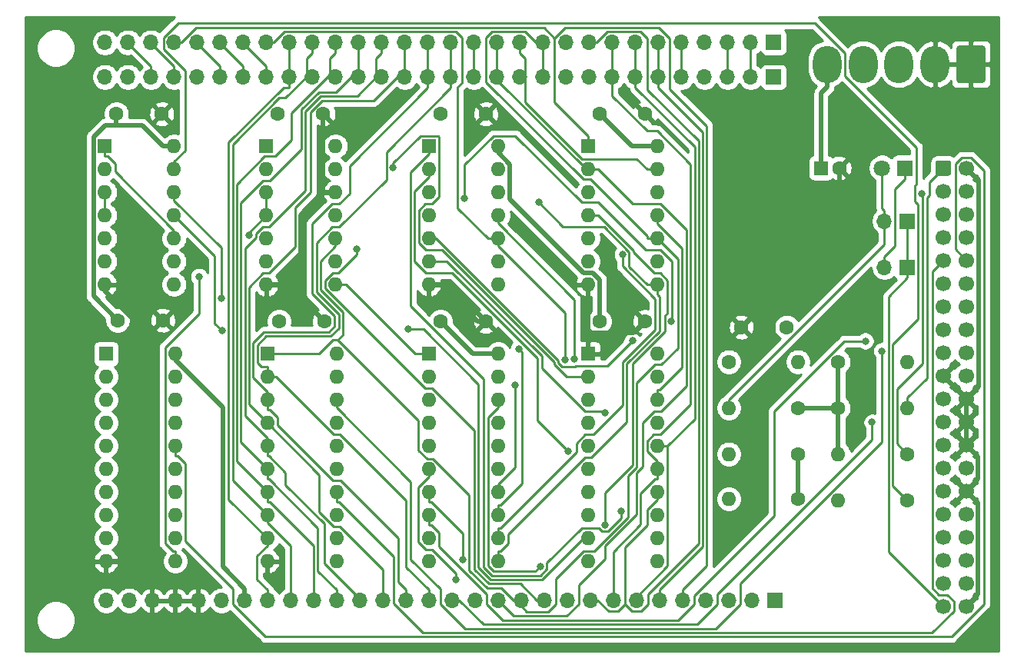
<source format=gbr>
%TF.GenerationSoftware,KiCad,Pcbnew,(5.1.12)-1*%
%TF.CreationDate,2023-01-10T21:31:37-06:00*%
%TF.ProjectId,NABU_IDE,4e414255-5f49-4444-952e-6b696361645f,rev?*%
%TF.SameCoordinates,Original*%
%TF.FileFunction,Copper,L2,Bot*%
%TF.FilePolarity,Positive*%
%FSLAX46Y46*%
G04 Gerber Fmt 4.6, Leading zero omitted, Abs format (unit mm)*
G04 Created by KiCad (PCBNEW (5.1.12)-1) date 2023-01-10 21:31:37*
%MOMM*%
%LPD*%
G01*
G04 APERTURE LIST*
%TA.AperFunction,ComponentPad*%
%ADD10C,1.600000*%
%TD*%
%TA.AperFunction,ComponentPad*%
%ADD11R,1.600000X1.600000*%
%TD*%
%TA.AperFunction,ComponentPad*%
%ADD12O,1.600000X1.600000*%
%TD*%
%TA.AperFunction,ComponentPad*%
%ADD13R,1.700000X1.700000*%
%TD*%
%TA.AperFunction,ComponentPad*%
%ADD14O,1.700000X1.700000*%
%TD*%
%TA.AperFunction,ComponentPad*%
%ADD15R,1.800000X1.800000*%
%TD*%
%TA.AperFunction,ComponentPad*%
%ADD16C,1.800000*%
%TD*%
%TA.AperFunction,ComponentPad*%
%ADD17C,1.700000*%
%TD*%
%TA.AperFunction,ComponentPad*%
%ADD18O,3.160000X4.100000*%
%TD*%
%TA.AperFunction,ViaPad*%
%ADD19C,0.800000*%
%TD*%
%TA.AperFunction,Conductor*%
%ADD20C,0.500000*%
%TD*%
%TA.AperFunction,Conductor*%
%ADD21C,0.250000*%
%TD*%
%TA.AperFunction,Conductor*%
%ADD22C,0.254000*%
%TD*%
%TA.AperFunction,Conductor*%
%ADD23C,0.100000*%
%TD*%
G04 APERTURE END LIST*
D10*
%TO.P,C9,2*%
%TO.N,GND*%
X150082000Y-74041000D03*
D11*
%TO.P,C9,1*%
%TO.N,/+5V*%
X148082000Y-74041000D03*
%TD*%
D12*
%TO.P,U8,20*%
%TO.N,/+5V*%
X130048000Y-94488000D03*
%TO.P,U8,10*%
%TO.N,GND*%
X122428000Y-117348000D03*
%TO.P,U8,19*%
X130048000Y-97028000D03*
%TO.P,U8,9*%
%TO.N,Net-(U3-Pad12)*%
X122428000Y-114808000D03*
%TO.P,U8,18*%
%TO.N,/\u002AIDE_WR*%
X130048000Y-99568000D03*
%TO.P,U8,8*%
%TO.N,/\u002AIDE_CS1_BUF*%
X122428000Y-112268000D03*
%TO.P,U8,17*%
%TO.N,/\u002AIDE_RD*%
X130048000Y-102108000D03*
%TO.P,U8,7*%
%TO.N,/\u002AIDE_CS0_BUF*%
X122428000Y-109728000D03*
%TO.P,U8,16*%
%TO.N,/NABU_A1*%
X130048000Y-104648000D03*
%TO.P,U8,6*%
%TO.N,/NABU_A3_BUF*%
X122428000Y-107188000D03*
%TO.P,U8,15*%
%TO.N,/NABU_A2*%
X130048000Y-107188000D03*
%TO.P,U8,5*%
%TO.N,/NABU_A2_BUF*%
X122428000Y-104648000D03*
%TO.P,U8,14*%
%TO.N,/NABU_A3*%
X130048000Y-109728000D03*
%TO.P,U8,4*%
%TO.N,/NABU_A1_BUF*%
X122428000Y-102108000D03*
%TO.P,U8,13*%
%TO.N,/\u002AIDE_CS0*%
X130048000Y-112268000D03*
%TO.P,U8,3*%
%TO.N,/\u002AIDE_RD_BUF*%
X122428000Y-99568000D03*
%TO.P,U8,12*%
%TO.N,/\u002AIDE_CS1*%
X130048000Y-114808000D03*
%TO.P,U8,2*%
%TO.N,/\u002AIDE_WR_BUF*%
X122428000Y-97028000D03*
%TO.P,U8,11*%
%TO.N,/\u002ANABU_SEL*%
X130048000Y-117348000D03*
D11*
%TO.P,U8,1*%
%TO.N,GND*%
X122428000Y-94488000D03*
%TD*%
D10*
%TO.P,C10,2*%
%TO.N,GND*%
X128698000Y-90932000D03*
%TO.P,C10,1*%
%TO.N,/+5V*%
X123698000Y-90932000D03*
%TD*%
D13*
%TO.P,J2,1*%
%TO.N,/\u002ANABU_INT*%
X143002000Y-121666000D03*
D14*
%TO.P,J2,2*%
%TO.N,N/C*%
X140462000Y-121666000D03*
%TO.P,J2,3*%
X137922000Y-121666000D03*
%TO.P,J2,4*%
X135382000Y-121666000D03*
%TO.P,J2,5*%
%TO.N,/\u002ANABU_CS*%
X132842000Y-121666000D03*
%TO.P,J2,6*%
%TO.N,/NABU_A0*%
X130302000Y-121666000D03*
%TO.P,J2,7*%
%TO.N,/NABU_A1*%
X127762000Y-121666000D03*
%TO.P,J2,8*%
%TO.N,/NABU_A2*%
X125222000Y-121666000D03*
%TO.P,J2,9*%
%TO.N,/NABU_A3*%
X122682000Y-121666000D03*
%TO.P,J2,10*%
%TO.N,N/C*%
X120142000Y-121666000D03*
%TO.P,J2,11*%
%TO.N,/\u002ANABU_WR*%
X117602000Y-121666000D03*
%TO.P,J2,12*%
%TO.N,/\u002ANABU_RD*%
X115062000Y-121666000D03*
%TO.P,J2,13*%
%TO.N,/\u002ANABU_IORQ*%
X112522000Y-121666000D03*
%TO.P,J2,14*%
%TO.N,N/C*%
X109982000Y-121666000D03*
%TO.P,J2,15*%
%TO.N,/\u002ANABU_RESET*%
X107442000Y-121666000D03*
%TO.P,J2,16*%
%TO.N,/NABU_D0*%
X104902000Y-121666000D03*
%TO.P,J2,17*%
%TO.N,/NABU_D1*%
X102362000Y-121666000D03*
%TO.P,J2,18*%
%TO.N,/NABU_D2*%
X99822000Y-121666000D03*
%TO.P,J2,19*%
%TO.N,/NABU_D3*%
X97282000Y-121666000D03*
%TO.P,J2,20*%
%TO.N,/NABU_D4*%
X94742000Y-121666000D03*
%TO.P,J2,21*%
%TO.N,/NABU_D5*%
X92202000Y-121666000D03*
%TO.P,J2,22*%
%TO.N,/NABU_D6*%
X89662000Y-121666000D03*
%TO.P,J2,23*%
%TO.N,/NABU_D7*%
X87122000Y-121666000D03*
%TO.P,J2,24*%
%TO.N,/+5V*%
X84582000Y-121666000D03*
%TO.P,J2,25*%
X82042000Y-121666000D03*
%TO.P,J2,26*%
%TO.N,GND*%
X79502000Y-121666000D03*
%TO.P,J2,27*%
X76962000Y-121666000D03*
%TO.P,J2,28*%
X74422000Y-121666000D03*
%TO.P,J2,29*%
%TO.N,N/C*%
X71882000Y-121666000D03*
%TO.P,J2,30*%
X69342000Y-121666000D03*
%TD*%
D10*
%TO.P,C1,1*%
%TO.N,GND*%
X139319000Y-91567000D03*
%TO.P,C1,2*%
%TO.N,Net-(C1-Pad2)*%
X144319000Y-91567000D03*
%TD*%
%TO.P,C2,2*%
%TO.N,GND*%
X93392000Y-90932000D03*
%TO.P,C2,1*%
%TO.N,/+5V*%
X88392000Y-90932000D03*
%TD*%
%TO.P,C3,1*%
%TO.N,/+5V*%
X70612000Y-90805000D03*
%TO.P,C3,2*%
%TO.N,GND*%
X75612000Y-90805000D03*
%TD*%
%TO.P,C4,2*%
%TO.N,GND*%
X111172000Y-90932000D03*
%TO.P,C4,1*%
%TO.N,/+5V*%
X106172000Y-90932000D03*
%TD*%
%TO.P,C5,1*%
%TO.N,/+5V*%
X106172000Y-68072000D03*
%TO.P,C5,2*%
%TO.N,GND*%
X111172000Y-68072000D03*
%TD*%
%TO.P,C6,2*%
%TO.N,GND*%
X75485000Y-68072000D03*
%TO.P,C6,1*%
%TO.N,/+5V*%
X70485000Y-68072000D03*
%TD*%
%TO.P,C7,1*%
%TO.N,/+5V*%
X123698000Y-68072000D03*
%TO.P,C7,2*%
%TO.N,GND*%
X128698000Y-68072000D03*
%TD*%
%TO.P,C8,2*%
%TO.N,GND*%
X93265000Y-68072000D03*
%TO.P,C8,1*%
%TO.N,/+5V*%
X88265000Y-68072000D03*
%TD*%
D15*
%TO.P,D1,1*%
%TO.N,Net-(D1-Pad1)*%
X157353000Y-74041000D03*
D16*
%TO.P,D1,2*%
%TO.N,Net-(D1-Pad2)*%
X154813000Y-74041000D03*
%TD*%
%TO.P,J1,1*%
%TO.N,/\u002ANABU_RESET*%
%TA.AperFunction,ComponentPad*%
G36*
G01*
X160694000Y-74641000D02*
X160694000Y-73441000D01*
G75*
G02*
X160944000Y-73191000I250000J0D01*
G01*
X162144000Y-73191000D01*
G75*
G02*
X162394000Y-73441000I0J-250000D01*
G01*
X162394000Y-74641000D01*
G75*
G02*
X162144000Y-74891000I-250000J0D01*
G01*
X160944000Y-74891000D01*
G75*
G02*
X160694000Y-74641000I0J250000D01*
G01*
G37*
%TD.AperFunction*%
D17*
%TO.P,J1,3*%
%TO.N,/BUF_D7*%
X161544000Y-76581000D03*
%TO.P,J1,5*%
%TO.N,/BUF_D6*%
X161544000Y-79121000D03*
%TO.P,J1,7*%
%TO.N,/BUF_D5*%
X161544000Y-81661000D03*
%TO.P,J1,9*%
%TO.N,/BUF_D4*%
X161544000Y-84201000D03*
%TO.P,J1,11*%
%TO.N,/BUF_D3*%
X161544000Y-86741000D03*
%TO.P,J1,13*%
%TO.N,/BUF_D2*%
X161544000Y-89281000D03*
%TO.P,J1,15*%
%TO.N,/BUF_D1*%
X161544000Y-91821000D03*
%TO.P,J1,17*%
%TO.N,/BUF_D0*%
X161544000Y-94361000D03*
%TO.P,J1,19*%
%TO.N,GND*%
X161544000Y-96901000D03*
%TO.P,J1,21*%
%TO.N,/IDE_DMARQ*%
X161544000Y-99441000D03*
%TO.P,J1,23*%
%TO.N,/\u002AIDE_WR_BUF*%
X161544000Y-101981000D03*
%TO.P,J1,25*%
%TO.N,/\u002AIDE_RD_BUF*%
X161544000Y-104521000D03*
%TO.P,J1,27*%
%TO.N,/IDE_IORDY*%
X161544000Y-107061000D03*
%TO.P,J1,29*%
%TO.N,N/C*%
X161544000Y-109601000D03*
%TO.P,J1,31*%
%TO.N,/IDE_IRQ*%
X161544000Y-112141000D03*
%TO.P,J1,33*%
%TO.N,/NABU_A2_BUF*%
X161544000Y-114681000D03*
%TO.P,J1,35*%
%TO.N,/NABU_A1_BUF*%
X161544000Y-117221000D03*
%TO.P,J1,37*%
%TO.N,/\u002AIDE_CS0_BUF*%
X161544000Y-119761000D03*
%TO.P,J1,39*%
%TO.N,/\u002AIDE_ACTIVE*%
X161544000Y-122301000D03*
%TO.P,J1,2*%
%TO.N,GND*%
X164084000Y-74041000D03*
%TO.P,J1,4*%
%TO.N,/IDE_D8*%
X164084000Y-76581000D03*
%TO.P,J1,6*%
%TO.N,/IDE_D9*%
X164084000Y-79121000D03*
%TO.P,J1,8*%
%TO.N,/IDE_D10*%
X164084000Y-81661000D03*
%TO.P,J1,10*%
%TO.N,/IDE_D11*%
X164084000Y-84201000D03*
%TO.P,J1,12*%
%TO.N,/IDE_D12*%
X164084000Y-86741000D03*
%TO.P,J1,14*%
%TO.N,/IDE_D13*%
X164084000Y-89281000D03*
%TO.P,J1,16*%
%TO.N,/IDE_D14*%
X164084000Y-91821000D03*
%TO.P,J1,18*%
%TO.N,/IDE_D15*%
X164084000Y-94361000D03*
%TO.P,J1,20*%
%TO.N,N/C*%
X164084000Y-96901000D03*
%TO.P,J1,22*%
%TO.N,GND*%
X164084000Y-99441000D03*
%TO.P,J1,24*%
X164084000Y-101981000D03*
%TO.P,J1,26*%
X164084000Y-104521000D03*
%TO.P,J1,28*%
%TO.N,/IDE_CSEL*%
X164084000Y-107061000D03*
%TO.P,J1,30*%
%TO.N,GND*%
X164084000Y-109601000D03*
%TO.P,J1,32*%
%TO.N,N/C*%
X164084000Y-112141000D03*
%TO.P,J1,34*%
X164084000Y-114681000D03*
%TO.P,J1,36*%
%TO.N,/NABU_A3_BUF*%
X164084000Y-117221000D03*
%TO.P,J1,38*%
%TO.N,/\u002AIDE_CS1_BUF*%
X164084000Y-119761000D03*
%TO.P,J1,40*%
%TO.N,GND*%
X164084000Y-122301000D03*
%TD*%
D14*
%TO.P,J3,30*%
%TO.N,/CHAIN_CS2*%
X69215000Y-60198000D03*
%TO.P,J3,29*%
%TO.N,/CHAIN_CS1*%
X71755000Y-60198000D03*
%TO.P,J3,28*%
%TO.N,/CHAIN_CS0*%
X74295000Y-60198000D03*
%TO.P,J3,27*%
%TO.N,/\u002ANABU_CS*%
X76835000Y-60198000D03*
%TO.P,J3,26*%
%TO.N,/CHAIN_INT2*%
X79375000Y-60198000D03*
%TO.P,J3,25*%
%TO.N,/CHAIN_INT1*%
X81915000Y-60198000D03*
%TO.P,J3,24*%
%TO.N,/CHAIN_INT0*%
X84455000Y-60198000D03*
%TO.P,J3,23*%
%TO.N,/\u002ANABU_INT*%
X86995000Y-60198000D03*
%TO.P,J3,22*%
%TO.N,/NABU_D7*%
X89535000Y-60198000D03*
%TO.P,J3,21*%
%TO.N,/NABU_D6*%
X92075000Y-60198000D03*
%TO.P,J3,20*%
%TO.N,/NABU_D5*%
X94615000Y-60198000D03*
%TO.P,J3,19*%
%TO.N,/NABU_D4*%
X97155000Y-60198000D03*
%TO.P,J3,18*%
%TO.N,/NABU_D3*%
X99695000Y-60198000D03*
%TO.P,J3,17*%
%TO.N,/NABU_D2*%
X102235000Y-60198000D03*
%TO.P,J3,16*%
%TO.N,/NABU_D1*%
X104775000Y-60198000D03*
%TO.P,J3,15*%
%TO.N,/NABU_D0*%
X107315000Y-60198000D03*
%TO.P,J3,14*%
%TO.N,/CHAIN_WAIT*%
X109855000Y-60198000D03*
%TO.P,J3,13*%
%TO.N,/\u002ANABU_IORQ*%
X112395000Y-60198000D03*
%TO.P,J3,12*%
%TO.N,/\u002ANABU_WR*%
X114935000Y-60198000D03*
%TO.P,J3,11*%
%TO.N,/\u002ANABU_RD*%
X117475000Y-60198000D03*
%TO.P,J3,10*%
%TO.N,N/C*%
X120015000Y-60198000D03*
%TO.P,J3,9*%
%TO.N,/NABU_A3*%
X122555000Y-60198000D03*
%TO.P,J3,8*%
%TO.N,/NABU_A2*%
X125095000Y-60198000D03*
%TO.P,J3,7*%
%TO.N,/NABU_A1*%
X127635000Y-60198000D03*
%TO.P,J3,6*%
%TO.N,/NABU_A0*%
X130175000Y-60198000D03*
%TO.P,J3,5*%
%TO.N,/CHAIN_AUDIO*%
X132715000Y-60198000D03*
%TO.P,J3,4*%
%TO.N,N/C*%
X135255000Y-60198000D03*
%TO.P,J3,3*%
%TO.N,/CHAIN_3.58Mhz*%
X137795000Y-60198000D03*
%TO.P,J3,2*%
%TO.N,/CHAIN_INTAK*%
X140335000Y-60198000D03*
D13*
%TO.P,J3,1*%
%TO.N,N/C*%
X142875000Y-60198000D03*
%TD*%
%TO.P,J4,1*%
%TO.N,N/C*%
X142875000Y-64008000D03*
D14*
%TO.P,J4,2*%
%TO.N,/CHAIN_INTAK*%
X140335000Y-64008000D03*
%TO.P,J4,3*%
%TO.N,/CHAIN_3.58Mhz*%
X137795000Y-64008000D03*
%TO.P,J4,4*%
%TO.N,N/C*%
X135255000Y-64008000D03*
%TO.P,J4,5*%
%TO.N,/CHAIN_AUDIO*%
X132715000Y-64008000D03*
%TO.P,J4,6*%
%TO.N,/NABU_A0*%
X130175000Y-64008000D03*
%TO.P,J4,7*%
%TO.N,/NABU_A1*%
X127635000Y-64008000D03*
%TO.P,J4,8*%
%TO.N,/NABU_A2*%
X125095000Y-64008000D03*
%TO.P,J4,9*%
%TO.N,/NABU_A3*%
X122555000Y-64008000D03*
%TO.P,J4,10*%
%TO.N,N/C*%
X120015000Y-64008000D03*
%TO.P,J4,11*%
%TO.N,/\u002ANABU_RD*%
X117475000Y-64008000D03*
%TO.P,J4,12*%
%TO.N,/\u002ANABU_WR*%
X114935000Y-64008000D03*
%TO.P,J4,13*%
%TO.N,/\u002ANABU_IORQ*%
X112395000Y-64008000D03*
%TO.P,J4,14*%
%TO.N,/CHAIN_WAIT*%
X109855000Y-64008000D03*
%TO.P,J4,15*%
%TO.N,/NABU_D0*%
X107315000Y-64008000D03*
%TO.P,J4,16*%
%TO.N,/NABU_D1*%
X104775000Y-64008000D03*
%TO.P,J4,17*%
%TO.N,/NABU_D2*%
X102235000Y-64008000D03*
%TO.P,J4,18*%
%TO.N,/NABU_D3*%
X99695000Y-64008000D03*
%TO.P,J4,19*%
%TO.N,/NABU_D4*%
X97155000Y-64008000D03*
%TO.P,J4,20*%
%TO.N,/NABU_D5*%
X94615000Y-64008000D03*
%TO.P,J4,21*%
%TO.N,/NABU_D6*%
X92075000Y-64008000D03*
%TO.P,J4,22*%
%TO.N,/NABU_D7*%
X89535000Y-64008000D03*
%TO.P,J4,23*%
%TO.N,/CHAIN_INT0*%
X86995000Y-64008000D03*
%TO.P,J4,24*%
%TO.N,/CHAIN_INT1*%
X84455000Y-64008000D03*
%TO.P,J4,25*%
%TO.N,/CHAIN_INT2*%
X81915000Y-64008000D03*
%TO.P,J4,26*%
%TO.N,N/C*%
X79375000Y-64008000D03*
%TO.P,J4,27*%
%TO.N,/CHAIN_CS0*%
X76835000Y-64008000D03*
%TO.P,J4,28*%
%TO.N,/CHAIN_CS1*%
X74295000Y-64008000D03*
%TO.P,J4,29*%
%TO.N,/CHAIN_CS2*%
X71755000Y-64008000D03*
%TO.P,J4,30*%
%TO.N,N/C*%
X69215000Y-64008000D03*
%TD*%
%TO.P,J5,1*%
%TO.N,GND*%
%TA.AperFunction,ComponentPad*%
G36*
G01*
X166172000Y-60811000D02*
X166172000Y-64411000D01*
G75*
G02*
X165922000Y-64661000I-250000J0D01*
G01*
X163262000Y-64661000D01*
G75*
G02*
X163012000Y-64411000I0J250000D01*
G01*
X163012000Y-60811000D01*
G75*
G02*
X163262000Y-60561000I250000J0D01*
G01*
X165922000Y-60561000D01*
G75*
G02*
X166172000Y-60811000I0J-250000D01*
G01*
G37*
%TD.AperFunction*%
D18*
%TO.P,J5,2*%
X160632000Y-62611000D03*
%TO.P,J5,3*%
%TO.N,N/C*%
X156672000Y-62611000D03*
%TO.P,J5,4*%
%TO.N,/+5V*%
X152712000Y-62611000D03*
%TO.P,J5,5*%
X148752000Y-62611000D03*
%TD*%
D13*
%TO.P,JP1,1*%
%TO.N,/\u002AIDE_ACTIVE*%
X157607000Y-79883000D03*
D14*
%TO.P,JP1,2*%
%TO.N,Net-(D1-Pad2)*%
X155067000Y-79883000D03*
%TD*%
%TO.P,JP2,2*%
%TO.N,Net-(D1-Pad1)*%
X155067000Y-84963000D03*
D13*
%TO.P,JP2,1*%
%TO.N,/\u002AIDE_ACTIVE*%
X157607000Y-84963000D03*
%TD*%
D10*
%TO.P,R1,1*%
%TO.N,Net-(C1-Pad2)*%
X137922000Y-95377000D03*
D12*
%TO.P,R1,2*%
%TO.N,Net-(R1-Pad2)*%
X145542000Y-95377000D03*
%TD*%
D10*
%TO.P,R2,1*%
%TO.N,/+5V*%
X145542000Y-100457000D03*
D12*
%TO.P,R2,2*%
%TO.N,Net-(D1-Pad2)*%
X137922000Y-100457000D03*
%TD*%
%TO.P,R3,2*%
%TO.N,/IDE_CSEL*%
X137922000Y-105537000D03*
D10*
%TO.P,R3,1*%
%TO.N,/+5V*%
X145542000Y-105537000D03*
%TD*%
%TO.P,R4,1*%
%TO.N,/+5V*%
X145542000Y-110490000D03*
D12*
%TO.P,R4,2*%
%TO.N,/IDE_IORDY*%
X137922000Y-110490000D03*
%TD*%
%TO.P,R5,2*%
%TO.N,/IDE_DMARQ*%
X157607000Y-95377000D03*
D10*
%TO.P,R5,1*%
%TO.N,/+5V*%
X149987000Y-95377000D03*
%TD*%
D12*
%TO.P,R6,2*%
%TO.N,/\u002ANABU_RESET*%
X157607000Y-100457000D03*
D10*
%TO.P,R6,1*%
%TO.N,/+5V*%
X149987000Y-100457000D03*
%TD*%
%TO.P,R7,1*%
%TO.N,Net-(R7-Pad1)*%
X157607000Y-105537000D03*
D12*
%TO.P,R7,2*%
%TO.N,/+5V*%
X149987000Y-105537000D03*
%TD*%
%TO.P,R8,2*%
%TO.N,/+5V*%
X149987000Y-110617000D03*
D10*
%TO.P,R8,1*%
%TO.N,Net-(R8-Pad1)*%
X157607000Y-110617000D03*
%TD*%
D12*
%TO.P,U1,20*%
%TO.N,/+5V*%
X94742000Y-94488000D03*
%TO.P,U1,10*%
%TO.N,GND*%
X87122000Y-117348000D03*
%TO.P,U1,19*%
%TO.N,/\u002ANABU_SEL_DLY*%
X94742000Y-97028000D03*
%TO.P,U1,9*%
%TO.N,/NABU_D7*%
X87122000Y-114808000D03*
%TO.P,U1,18*%
%TO.N,/BUF_D0*%
X94742000Y-99568000D03*
%TO.P,U1,8*%
%TO.N,/NABU_D6*%
X87122000Y-112268000D03*
%TO.P,U1,17*%
%TO.N,/BUF_D1*%
X94742000Y-102108000D03*
%TO.P,U1,7*%
%TO.N,/NABU_D5*%
X87122000Y-109728000D03*
%TO.P,U1,16*%
%TO.N,/BUF_D2*%
X94742000Y-104648000D03*
%TO.P,U1,6*%
%TO.N,/NABU_D4*%
X87122000Y-107188000D03*
%TO.P,U1,15*%
%TO.N,/BUF_D3*%
X94742000Y-107188000D03*
%TO.P,U1,5*%
%TO.N,/NABU_D3*%
X87122000Y-104648000D03*
%TO.P,U1,14*%
%TO.N,/BUF_D4*%
X94742000Y-109728000D03*
%TO.P,U1,4*%
%TO.N,/NABU_D2*%
X87122000Y-102108000D03*
%TO.P,U1,13*%
%TO.N,/BUF_D5*%
X94742000Y-112268000D03*
%TO.P,U1,3*%
%TO.N,/NABU_D1*%
X87122000Y-99568000D03*
%TO.P,U1,12*%
%TO.N,/BUF_D6*%
X94742000Y-114808000D03*
%TO.P,U1,2*%
%TO.N,/NABU_D0*%
X87122000Y-97028000D03*
%TO.P,U1,11*%
%TO.N,/BUF_D7*%
X94742000Y-117348000D03*
D11*
%TO.P,U1,1*%
%TO.N,/\u002ANABU_RD*%
X87122000Y-94488000D03*
%TD*%
D12*
%TO.P,U2,14*%
%TO.N,/+5V*%
X130048000Y-71628000D03*
%TO.P,U2,7*%
%TO.N,GND*%
X122428000Y-86868000D03*
%TO.P,U2,13*%
%TO.N,/\u002ANABU_WR*%
X130048000Y-74168000D03*
%TO.P,U2,6*%
%TO.N,Net-(U2-Pad12)*%
X122428000Y-84328000D03*
%TO.P,U2,12*%
X130048000Y-76708000D03*
%TO.P,U2,5*%
%TO.N,/ENDIAN*%
X122428000Y-81788000D03*
%TO.P,U2,11*%
%TO.N,/\u002AIDE_WR*%
X130048000Y-79248000D03*
%TO.P,U2,4*%
%TO.N,/\u002ANABU_SEL*%
X122428000Y-79248000D03*
%TO.P,U2,10*%
%TO.N,/\u002ANABU_RD*%
X130048000Y-81788000D03*
%TO.P,U2,3*%
%TO.N,/\u002ANABU_SEL*%
X122428000Y-76708000D03*
%TO.P,U2,9*%
%TO.N,Net-(U2-Pad12)*%
X130048000Y-84328000D03*
%TO.P,U2,2*%
%TO.N,/\u002ANABU_IORQ*%
X122428000Y-74168000D03*
%TO.P,U2,8*%
%TO.N,Net-(U2-Pad8)*%
X130048000Y-86868000D03*
D11*
%TO.P,U2,1*%
%TO.N,/\u002ANABU_CS*%
X122428000Y-71628000D03*
%TD*%
%TO.P,U3,1*%
%TO.N,/NABU_A0*%
X69215000Y-71628000D03*
D12*
%TO.P,U3,8*%
%TO.N,/ENDIAN*%
X76835000Y-86868000D03*
%TO.P,U3,2*%
%TO.N,/NABU_A2*%
X69215000Y-74168000D03*
%TO.P,U3,9*%
%TO.N,/\u002AIDE_CS1*%
X76835000Y-84328000D03*
%TO.P,U3,3*%
%TO.N,Net-(U3-Pad3)*%
X69215000Y-76708000D03*
%TO.P,U3,10*%
%TO.N,/NABU_A0*%
X76835000Y-81788000D03*
%TO.P,U3,4*%
%TO.N,Net-(U3-Pad3)*%
X69215000Y-79248000D03*
%TO.P,U3,11*%
%TO.N,/\u002ANABU_SEL_DLY*%
X76835000Y-79248000D03*
%TO.P,U3,5*%
%TO.N,/NABU_A3*%
X69215000Y-81788000D03*
%TO.P,U3,12*%
%TO.N,Net-(U3-Pad12)*%
X76835000Y-76708000D03*
%TO.P,U3,6*%
%TO.N,/\u002AIDE_CS0*%
X69215000Y-84328000D03*
%TO.P,U3,13*%
%TO.N,Net-(R8-Pad1)*%
X76835000Y-74168000D03*
%TO.P,U3,7*%
%TO.N,GND*%
X69215000Y-86868000D03*
%TO.P,U3,14*%
%TO.N,/+5V*%
X76835000Y-71628000D03*
%TD*%
%TO.P,U4,14*%
%TO.N,/+5V*%
X112522000Y-71628000D03*
%TO.P,U4,7*%
%TO.N,GND*%
X104902000Y-86868000D03*
%TO.P,U4,13*%
%TO.N,Net-(R7-Pad1)*%
X112522000Y-74168000D03*
%TO.P,U4,6*%
%TO.N,/\u002AIDE_RD*%
X104902000Y-84328000D03*
%TO.P,U4,12*%
%TO.N,N/C*%
X112522000Y-76708000D03*
%TO.P,U4,5*%
%TO.N,Net-(C1-Pad2)*%
X104902000Y-81788000D03*
%TO.P,U4,11*%
%TO.N,/IDE_IRQ*%
X112522000Y-79248000D03*
%TO.P,U4,4*%
%TO.N,Net-(R1-Pad2)*%
X104902000Y-79248000D03*
%TO.P,U4,10*%
%TO.N,/\u002ANABU_INT*%
X112522000Y-81788000D03*
%TO.P,U4,3*%
%TO.N,Net-(U2-Pad8)*%
X104902000Y-76708000D03*
%TO.P,U4,9*%
%TO.N,/ENDIAN*%
X112522000Y-84328000D03*
%TO.P,U4,2*%
%TO.N,/\u002AIDE_CS1*%
X104902000Y-74168000D03*
%TO.P,U4,8*%
%TO.N,Net-(U4-Pad8)*%
X112522000Y-86868000D03*
D11*
%TO.P,U4,1*%
%TO.N,/\u002AIDE_CS0*%
X104902000Y-71628000D03*
%TD*%
%TO.P,U5,1*%
%TO.N,Net-(U4-Pad8)*%
X86995000Y-71628000D03*
D12*
%TO.P,U5,8*%
%TO.N,Net-(U5-Pad8)*%
X94615000Y-86868000D03*
%TO.P,U5,2*%
%TO.N,/\u002ANABU_SEL*%
X86995000Y-74168000D03*
%TO.P,U5,9*%
%TO.N,Net-(U5-Pad3)*%
X94615000Y-84328000D03*
%TO.P,U5,3*%
X86995000Y-76708000D03*
%TO.P,U5,10*%
%TO.N,/\u002ANABU_RD*%
X94615000Y-81788000D03*
%TO.P,U5,4*%
%TO.N,Net-(U5-Pad3)*%
X86995000Y-79248000D03*
%TO.P,U5,11*%
%TO.N,Net-(U5-Pad11)*%
X94615000Y-79248000D03*
%TO.P,U5,5*%
%TO.N,/\u002ANABU_WR*%
X86995000Y-81788000D03*
%TO.P,U5,12*%
%TO.N,GND*%
X94615000Y-76708000D03*
%TO.P,U5,6*%
%TO.N,Net-(U5-Pad6)*%
X86995000Y-84328000D03*
%TO.P,U5,13*%
%TO.N,/\u002AIDE_WR_BUF*%
X94615000Y-74168000D03*
%TO.P,U5,7*%
%TO.N,GND*%
X86995000Y-86868000D03*
%TO.P,U5,14*%
%TO.N,/+5V*%
X94615000Y-71628000D03*
%TD*%
D11*
%TO.P,U6,1*%
%TO.N,Net-(U5-Pad11)*%
X69342000Y-94488000D03*
D12*
%TO.P,U6,11*%
%TO.N,Net-(U5-Pad6)*%
X76962000Y-117348000D03*
%TO.P,U6,2*%
%TO.N,/NABU_D0*%
X69342000Y-97028000D03*
%TO.P,U6,12*%
%TO.N,/IDE_D15*%
X76962000Y-114808000D03*
%TO.P,U6,3*%
%TO.N,/NABU_D1*%
X69342000Y-99568000D03*
%TO.P,U6,13*%
%TO.N,/IDE_D14*%
X76962000Y-112268000D03*
%TO.P,U6,4*%
%TO.N,/NABU_D2*%
X69342000Y-102108000D03*
%TO.P,U6,14*%
%TO.N,/IDE_D13*%
X76962000Y-109728000D03*
%TO.P,U6,5*%
%TO.N,/NABU_D3*%
X69342000Y-104648000D03*
%TO.P,U6,15*%
%TO.N,/IDE_D12*%
X76962000Y-107188000D03*
%TO.P,U6,6*%
%TO.N,/NABU_D4*%
X69342000Y-107188000D03*
%TO.P,U6,16*%
%TO.N,/IDE_D11*%
X76962000Y-104648000D03*
%TO.P,U6,7*%
%TO.N,/NABU_D5*%
X69342000Y-109728000D03*
%TO.P,U6,17*%
%TO.N,/IDE_D10*%
X76962000Y-102108000D03*
%TO.P,U6,8*%
%TO.N,/NABU_D6*%
X69342000Y-112268000D03*
%TO.P,U6,18*%
%TO.N,/IDE_D9*%
X76962000Y-99568000D03*
%TO.P,U6,9*%
%TO.N,/NABU_D7*%
X69342000Y-114808000D03*
%TO.P,U6,19*%
%TO.N,/IDE_D8*%
X76962000Y-97028000D03*
%TO.P,U6,10*%
%TO.N,GND*%
X69342000Y-117348000D03*
%TO.P,U6,20*%
%TO.N,/+5V*%
X76962000Y-94488000D03*
%TD*%
D11*
%TO.P,U7,1*%
%TO.N,Net-(U5-Pad8)*%
X104902000Y-94488000D03*
D12*
%TO.P,U7,11*%
%TO.N,Net-(U2-Pad8)*%
X112522000Y-117348000D03*
%TO.P,U7,2*%
%TO.N,/IDE_D8*%
X104902000Y-97028000D03*
%TO.P,U7,12*%
%TO.N,/BUF_D7*%
X112522000Y-114808000D03*
%TO.P,U7,3*%
%TO.N,/IDE_D9*%
X104902000Y-99568000D03*
%TO.P,U7,13*%
%TO.N,/BUF_D6*%
X112522000Y-112268000D03*
%TO.P,U7,4*%
%TO.N,/IDE_D10*%
X104902000Y-102108000D03*
%TO.P,U7,14*%
%TO.N,/BUF_D5*%
X112522000Y-109728000D03*
%TO.P,U7,5*%
%TO.N,/IDE_D11*%
X104902000Y-104648000D03*
%TO.P,U7,15*%
%TO.N,/BUF_D4*%
X112522000Y-107188000D03*
%TO.P,U7,6*%
%TO.N,/IDE_D12*%
X104902000Y-107188000D03*
%TO.P,U7,16*%
%TO.N,/BUF_D3*%
X112522000Y-104648000D03*
%TO.P,U7,7*%
%TO.N,/IDE_D13*%
X104902000Y-109728000D03*
%TO.P,U7,17*%
%TO.N,/BUF_D2*%
X112522000Y-102108000D03*
%TO.P,U7,8*%
%TO.N,/IDE_D14*%
X104902000Y-112268000D03*
%TO.P,U7,18*%
%TO.N,/BUF_D1*%
X112522000Y-99568000D03*
%TO.P,U7,9*%
%TO.N,/IDE_D15*%
X104902000Y-114808000D03*
%TO.P,U7,19*%
%TO.N,/BUF_D0*%
X112522000Y-97028000D03*
%TO.P,U7,10*%
%TO.N,GND*%
X104902000Y-117348000D03*
%TO.P,U7,20*%
%TO.N,/+5V*%
X112522000Y-94488000D03*
%TD*%
D19*
%TO.N,Net-(C1-Pad2)*%
X127310800Y-93079300D03*
%TO.N,/\u002ANABU_RESET*%
X153713600Y-102044600D03*
%TO.N,/BUF_D7*%
X126221700Y-83579500D03*
%TO.N,/BUF_D6*%
X114783800Y-93959400D03*
%TO.N,/BUF_D5*%
X114387900Y-97985300D03*
%TO.N,/BUF_D1*%
X117167600Y-117915600D03*
%TO.N,/BUF_D0*%
X154797800Y-94191000D03*
%TO.N,/\u002AIDE_RD*%
X124330400Y-101014100D03*
%TO.N,/IDE_IRQ*%
X120947700Y-95109800D03*
%TO.N,/\u002AIDE_CS0*%
X126090300Y-111819900D03*
%TO.N,/IDE_D12*%
X107892100Y-119374100D03*
%TO.N,/IDE_D13*%
X108622200Y-117166500D03*
%TO.N,/IDE_D14*%
X152957000Y-93091000D03*
%TO.N,/\u002AIDE_CS1*%
X120237300Y-105198300D03*
%TO.N,/\u002ANABU_INT*%
X119858200Y-95177900D03*
%TO.N,/\u002ANABU_WR*%
X96957700Y-82945400D03*
%TO.N,Net-(R1-Pad2)*%
X131587400Y-90882900D03*
X108808900Y-77380100D03*
%TO.N,Net-(R7-Pad1)*%
X159176200Y-76849000D03*
%TO.N,Net-(U2-Pad8)*%
X116984600Y-77833300D03*
%TO.N,Net-(U5-Pad3)*%
X85096700Y-81400800D03*
%TO.N,Net-(U5-Pad6)*%
X79581900Y-85994400D03*
%TO.N,/\u002AIDE_WR_BUF*%
X100963700Y-73971700D03*
%TO.N,/\u002ANABU_SEL_DLY*%
X82103200Y-91968300D03*
%TO.N,/\u002ANABU_SEL*%
X124294400Y-113349500D03*
%TO.N,Net-(U3-Pad12)*%
X102599100Y-91799200D03*
X82031800Y-88397000D03*
%TD*%
D20*
%TO.N,GND*%
X139319000Y-91567000D02*
X150082000Y-80804000D01*
X150082000Y-80804000D02*
X150082000Y-74041000D01*
X128698000Y-90932000D02*
X127427900Y-92202100D01*
X127427900Y-92202100D02*
X122428000Y-92202100D01*
X164084000Y-99441000D02*
X161544000Y-96901000D01*
X164084000Y-101981000D02*
X164084000Y-99441000D01*
X104902000Y-86868000D02*
X106152300Y-86868000D01*
X106152300Y-86868000D02*
X110216300Y-90932000D01*
X110216300Y-90932000D02*
X111172000Y-90932000D01*
X164084000Y-74041000D02*
X165404100Y-75361100D01*
X165404100Y-75361100D02*
X165404100Y-98120900D01*
X165404100Y-98120900D02*
X164084000Y-99441000D01*
X122428000Y-92202100D02*
X122428000Y-94488000D01*
X122428000Y-88118300D02*
X122428000Y-92202100D01*
X164084000Y-109601000D02*
X165386000Y-110903000D01*
X165386000Y-110903000D02*
X165386000Y-120999000D01*
X165386000Y-120999000D02*
X164084000Y-122301000D01*
X164084000Y-104521000D02*
X165384400Y-105821400D01*
X165384400Y-105821400D02*
X165384400Y-108300600D01*
X165384400Y-108300600D02*
X164084000Y-109601000D01*
X90745600Y-86868000D02*
X90745600Y-79227400D01*
X90745600Y-79227400D02*
X93265000Y-76708000D01*
X93392000Y-90932000D02*
X90745600Y-88285600D01*
X90745600Y-88285600D02*
X90745600Y-86868000D01*
X88245300Y-86868000D02*
X90745600Y-86868000D01*
X71302800Y-117246500D02*
X71302800Y-93677200D01*
X71302800Y-93677200D02*
X73310300Y-91669700D01*
X73310300Y-91669700D02*
X74747300Y-91669700D01*
X74747300Y-91669700D02*
X75612000Y-90805000D01*
X71302800Y-117246500D02*
X74422000Y-120365700D01*
X70417200Y-117348000D02*
X71201300Y-117348000D01*
X71201300Y-117348000D02*
X71302800Y-117246500D01*
X164084000Y-104521000D02*
X164084000Y-101981000D01*
X93265000Y-76708000D02*
X93364700Y-76708000D01*
X93265000Y-76708000D02*
X93265000Y-68072000D01*
X94615000Y-76708000D02*
X93364700Y-76708000D01*
X86995000Y-86868000D02*
X88245300Y-86868000D01*
X122428000Y-86868000D02*
X122428000Y-88118300D01*
X69342000Y-117348000D02*
X70417200Y-117348000D01*
X74422000Y-121666000D02*
X74422000Y-120365700D01*
X69215000Y-87574400D02*
X69215000Y-86868000D01*
X73310300Y-91669700D02*
X69215000Y-87574400D01*
D21*
%TO.N,Net-(C1-Pad2)*%
X124553400Y-95836700D02*
X127310800Y-93079300D01*
X121049700Y-95836700D02*
X124553400Y-95836700D01*
X119577100Y-95922700D02*
X120963700Y-95922700D01*
X120963700Y-95922700D02*
X121049700Y-95836700D01*
X119132500Y-95231800D02*
X119132500Y-95478100D01*
X119132500Y-95478100D02*
X119577100Y-95922700D01*
X105688700Y-81788000D02*
X119132500Y-95231800D01*
X104902000Y-81788000D02*
X105688700Y-81788000D01*
D20*
%TO.N,/+5V*%
X70485000Y-69332200D02*
X73288900Y-69332200D01*
X73288900Y-69332200D02*
X75584700Y-71628000D01*
X70612000Y-90805000D02*
X67964600Y-88157600D01*
X67964600Y-88157600D02*
X67964600Y-70592400D01*
X67964600Y-70592400D02*
X69224800Y-69332200D01*
X69224800Y-69332200D02*
X70485000Y-69332200D01*
X70485000Y-69332200D02*
X70485000Y-68072000D01*
X76835000Y-71628000D02*
X75584700Y-71628000D01*
X130048000Y-71628000D02*
X127254000Y-71628000D01*
X127254000Y-71628000D02*
X123698000Y-68072000D01*
X112522000Y-94488000D02*
X109728000Y-94488000D01*
X109728000Y-94488000D02*
X106172000Y-90932000D01*
X149987000Y-100457000D02*
X149987000Y-95377000D01*
X145542000Y-100457000D02*
X149987000Y-100457000D01*
X145542000Y-105537000D02*
X145542000Y-110490000D01*
X148752000Y-62611000D02*
X148752000Y-65111300D01*
X148082000Y-74041000D02*
X148082000Y-65781300D01*
X148082000Y-65781300D02*
X148752000Y-65111300D01*
X149987000Y-100457000D02*
X149987000Y-105537000D01*
X82181900Y-117965600D02*
X84582000Y-120365700D01*
X82181900Y-100414300D02*
X82181900Y-117965600D01*
X76962000Y-95194400D02*
X82181900Y-100414300D01*
X84582000Y-120365700D02*
X84582000Y-121666000D01*
X76962000Y-94488000D02*
X76962000Y-95194400D01*
X123698000Y-86363800D02*
X123698000Y-90932000D01*
X122932200Y-85598000D02*
X123698000Y-86363800D01*
X121929500Y-85598000D02*
X122932200Y-85598000D01*
X113811600Y-77480100D02*
X121929500Y-85598000D01*
X112522000Y-72334400D02*
X113811600Y-73624000D01*
X113811600Y-73624000D02*
X113811600Y-77480100D01*
X112522000Y-71628000D02*
X112522000Y-72334400D01*
D21*
%TO.N,Net-(D1-Pad1)*%
X157353000Y-75266300D02*
X156242300Y-76377000D01*
X156242300Y-76377000D02*
X156242300Y-82612400D01*
X156242300Y-82612400D02*
X155067000Y-83787700D01*
X155067000Y-84963000D02*
X155067000Y-83787700D01*
X157353000Y-74041000D02*
X157353000Y-75266300D01*
%TO.N,Net-(D1-Pad2)*%
X155067000Y-79883000D02*
X155067000Y-78707700D01*
X155067000Y-78707700D02*
X154813000Y-78453700D01*
X154813000Y-78453700D02*
X154813000Y-74041000D01*
X137922000Y-99565800D02*
X137922000Y-100457000D01*
X155067000Y-82420800D02*
X137922000Y-99565800D01*
X155067000Y-79883000D02*
X155067000Y-82420800D01*
%TO.N,/\u002ANABU_RESET*%
X157607000Y-99331700D02*
X159739400Y-97199300D01*
X159739400Y-97199300D02*
X159739400Y-77311600D01*
X159739400Y-77311600D02*
X159986200Y-77064800D01*
X159986200Y-77064800D02*
X159986200Y-75598800D01*
X159986200Y-75598800D02*
X161544000Y-74041000D01*
X157607000Y-100457000D02*
X157607000Y-99331700D01*
X153713600Y-103960500D02*
X153713600Y-102044600D01*
X136652000Y-122088100D02*
X136652000Y-121022100D01*
X134425900Y-124314200D02*
X136652000Y-122088100D01*
X110898100Y-124314200D02*
X134425900Y-124314200D01*
X136652000Y-121022100D02*
X153713600Y-103960500D01*
X108249900Y-121666000D02*
X110898100Y-124314200D01*
X107442000Y-121666000D02*
X108249900Y-121666000D01*
%TO.N,/BUF_D7*%
X126221700Y-83579500D02*
X126221700Y-84842500D01*
X126221700Y-84842500D02*
X129830100Y-88450900D01*
X129830100Y-88450900D02*
X129830100Y-91820200D01*
X129830100Y-91820200D02*
X126220900Y-95429400D01*
X126220900Y-95429400D02*
X126220900Y-100191800D01*
X126220900Y-100191800D02*
X123034700Y-103378000D01*
X123034700Y-103378000D02*
X122104400Y-103378000D01*
X122104400Y-103378000D02*
X121130800Y-104351600D01*
X121130800Y-104351600D02*
X121130800Y-105355200D01*
X121130800Y-105355200D02*
X112803300Y-113682700D01*
X112803300Y-113682700D02*
X112522000Y-113682700D01*
X112522000Y-114808000D02*
X112522000Y-113682700D01*
%TO.N,/BUF_D6*%
X112522000Y-111142700D02*
X112803300Y-111142700D01*
X112803300Y-111142700D02*
X115143900Y-108802100D01*
X115143900Y-108802100D02*
X115143900Y-94319500D01*
X115143900Y-94319500D02*
X114783800Y-93959400D01*
X112522000Y-112268000D02*
X112522000Y-111142700D01*
%TO.N,/BUF_D5*%
X114387900Y-107018100D02*
X114387900Y-97985300D01*
X112522000Y-108884000D02*
X114387900Y-107018100D01*
X112522000Y-109728000D02*
X112522000Y-108884000D01*
%TO.N,/BUF_D4*%
X94742000Y-110853300D02*
X95023300Y-110853300D01*
X95023300Y-110853300D02*
X101036100Y-116866100D01*
X101036100Y-116866100D02*
X101036100Y-122010200D01*
X101036100Y-122010200D02*
X104240700Y-125214800D01*
X104240700Y-125214800D02*
X160307400Y-125214800D01*
X160307400Y-125214800D02*
X162719400Y-122802800D01*
X162719400Y-122802800D02*
X162719400Y-121775400D01*
X162719400Y-121775400D02*
X161975000Y-121031000D01*
X161975000Y-121031000D02*
X161043900Y-121031000D01*
X161043900Y-121031000D02*
X160323500Y-120310600D01*
X160323500Y-120310600D02*
X160323500Y-85421500D01*
X160323500Y-85421500D02*
X161544000Y-84201000D01*
X94742000Y-109728000D02*
X94742000Y-110853300D01*
%TO.N,/BUF_D1*%
X116604600Y-118478600D02*
X117167600Y-117915600D01*
X112050700Y-118478600D02*
X116604600Y-118478600D01*
X111396600Y-117824500D02*
X112050700Y-118478600D01*
X112522000Y-100412000D02*
X111396600Y-101537400D01*
X111396600Y-101537400D02*
X111396600Y-117824500D01*
X112522000Y-99568000D02*
X112522000Y-100412000D01*
%TO.N,/BUF_D0*%
X154797800Y-104214700D02*
X154797800Y-94191000D01*
X139192000Y-122071500D02*
X139192000Y-119820500D01*
X136499000Y-124764500D02*
X139192000Y-122071500D01*
X106172000Y-122090800D02*
X108845700Y-124764500D01*
X106172000Y-120402000D02*
X106172000Y-122090800D01*
X102915100Y-117145100D02*
X106172000Y-120402000D01*
X139192000Y-119820500D02*
X154797800Y-104214700D01*
X102915100Y-108585100D02*
X102915100Y-117145100D01*
X108845700Y-124764500D02*
X136499000Y-124764500D01*
X94742000Y-100412000D02*
X102915100Y-108585100D01*
X94742000Y-99568000D02*
X94742000Y-100412000D01*
%TO.N,/\u002AIDE_WR*%
X130329300Y-98442700D02*
X130048000Y-98442700D01*
X132769600Y-96002400D02*
X130329300Y-98442700D01*
X130048000Y-98442700D02*
X130048000Y-99568000D01*
X132769600Y-82898200D02*
X132769600Y-96002400D01*
X130048000Y-80176600D02*
X132769600Y-82898200D01*
X130048000Y-79248000D02*
X130048000Y-80176600D01*
%TO.N,/\u002AIDE_RD*%
X106027300Y-84328000D02*
X106876000Y-84328000D01*
X106876000Y-84328000D02*
X117320600Y-94772600D01*
X117320600Y-94772600D02*
X117320600Y-96061900D01*
X117320600Y-96061900D02*
X122057100Y-100798400D01*
X122057100Y-100798400D02*
X124114700Y-100798400D01*
X124114700Y-100798400D02*
X124330400Y-101014100D01*
X104902000Y-84328000D02*
X106027300Y-84328000D01*
%TO.N,/IDE_IRQ*%
X120947700Y-88517700D02*
X120947700Y-95109800D01*
X112522000Y-80092000D02*
X120947700Y-88517700D01*
X112522000Y-79248000D02*
X112522000Y-80092000D01*
%TO.N,/NABU_A2*%
X125222000Y-120490700D02*
X125222000Y-116288200D01*
X125222000Y-116288200D02*
X128208700Y-113301500D01*
X128208700Y-113301500D02*
X128208700Y-109871200D01*
X128208700Y-109871200D02*
X129766600Y-108313300D01*
X129766600Y-108313300D02*
X130048000Y-108313300D01*
X125095000Y-60198000D02*
X125095000Y-64008000D01*
X130048000Y-107188000D02*
X130048000Y-108313300D01*
X125222000Y-121666000D02*
X125222000Y-120490700D01*
X125095000Y-66107300D02*
X125095000Y-64008000D01*
X130022800Y-69962900D02*
X128950600Y-69962900D01*
X133714000Y-100081700D02*
X133714000Y-73654100D01*
X128922700Y-104117100D02*
X129661800Y-103378000D01*
X128950600Y-69962900D02*
X125095000Y-66107300D01*
X129661800Y-103378000D02*
X130417700Y-103378000D01*
X128922700Y-105218800D02*
X128922700Y-104117100D01*
X130417700Y-103378000D02*
X133714000Y-100081700D01*
X130048000Y-106344100D02*
X128922700Y-105218800D01*
X133714000Y-73654100D02*
X130022800Y-69962900D01*
X130048000Y-107188000D02*
X130048000Y-106344100D01*
%TO.N,/NABU_A1*%
X131173300Y-104648000D02*
X134164300Y-101657000D01*
X134164300Y-101657000D02*
X134164300Y-71712600D01*
X134164300Y-71712600D02*
X127635000Y-65183300D01*
X127635000Y-64008000D02*
X127635000Y-65183300D01*
X130048000Y-104648000D02*
X131173300Y-104648000D01*
X127635000Y-60198000D02*
X127635000Y-64008000D01*
X131173300Y-117887400D02*
X131173300Y-104648000D01*
X127762000Y-121298700D02*
X131173300Y-117887400D01*
X127762000Y-121666000D02*
X127762000Y-121298700D01*
%TO.N,/\u002AIDE_CS0*%
X102866800Y-74507200D02*
X104902000Y-72472000D01*
X126090300Y-111819900D02*
X126090300Y-112579400D01*
X124594900Y-114074800D02*
X123994000Y-114074800D01*
X121753200Y-113682600D02*
X117892900Y-117542900D01*
X117892900Y-118216100D02*
X117180100Y-118928900D01*
X123994000Y-114074800D02*
X123601800Y-113682600D01*
X111864100Y-118928900D02*
X110923400Y-117988200D01*
X123601800Y-113682600D02*
X121753200Y-113682600D01*
X117180100Y-118928900D02*
X111864100Y-118928900D01*
X126090300Y-112579400D02*
X124594900Y-114074800D01*
X110923400Y-117988200D02*
X110923400Y-97274800D01*
X104902000Y-72472000D02*
X104902000Y-71628000D01*
X117892900Y-117542900D02*
X117892900Y-118216100D01*
X110923400Y-97274800D02*
X102866800Y-89218200D01*
X102866800Y-89218200D02*
X102866800Y-74507200D01*
%TO.N,/\u002AIDE_ACTIVE*%
X157607000Y-84963000D02*
X157607000Y-86138300D01*
X157607000Y-86138300D02*
X155544100Y-88201200D01*
X155544100Y-88201200D02*
X155544100Y-116301100D01*
X155544100Y-116301100D02*
X161544000Y-122301000D01*
X157607000Y-79883000D02*
X157607000Y-84963000D01*
%TO.N,/IDE_D11*%
X76962000Y-105773300D02*
X77243400Y-105773300D01*
X77243400Y-105773300D02*
X78087300Y-106617200D01*
X78087300Y-106617200D02*
X78087300Y-115141500D01*
X78087300Y-115141500D02*
X83312000Y-120366200D01*
X83312000Y-120366200D02*
X83312000Y-122067900D01*
X83312000Y-122067900D02*
X86909200Y-125665100D01*
X86909200Y-125665100D02*
X162439600Y-125665100D01*
X162439600Y-125665100D02*
X166039500Y-122065200D01*
X166039500Y-122065200D02*
X166039500Y-74295400D01*
X166039500Y-74295400D02*
X164599300Y-72855200D01*
X164599300Y-72855200D02*
X163574600Y-72855200D01*
X163574600Y-72855200D02*
X162867100Y-73562700D01*
X162867100Y-73562700D02*
X162867100Y-82984100D01*
X162867100Y-82984100D02*
X164084000Y-84201000D01*
X76962000Y-104648000D02*
X76962000Y-105773300D01*
%TO.N,/IDE_D12*%
X107892100Y-118722700D02*
X107892100Y-119374100D01*
X104572600Y-116078000D02*
X105247400Y-116078000D01*
X103746900Y-115252300D02*
X104572600Y-116078000D01*
X103746900Y-109187100D02*
X103746900Y-115252300D01*
X105247400Y-116078000D02*
X107892100Y-118722700D01*
X104902000Y-108032000D02*
X103746900Y-109187100D01*
X104902000Y-107188000D02*
X104902000Y-108032000D01*
%TO.N,/IDE_D13*%
X104902000Y-110853300D02*
X105183300Y-110853300D01*
X105183300Y-110853300D02*
X108622200Y-114292200D01*
X108622200Y-114292200D02*
X108622200Y-117166500D01*
X104902000Y-109728000D02*
X104902000Y-110853300D01*
%TO.N,/IDE_D14*%
X152957000Y-93091000D02*
X150669700Y-93091000D01*
X150669700Y-93091000D02*
X142948000Y-100812700D01*
X142948000Y-100812700D02*
X142948000Y-112328800D01*
X142948000Y-112328800D02*
X134112000Y-121164800D01*
X134112000Y-121164800D02*
X134112000Y-122072400D01*
X134112000Y-122072400D02*
X132359100Y-123825300D01*
X132359100Y-123825300D02*
X113010500Y-123825300D01*
X113010500Y-123825300D02*
X111238600Y-122053400D01*
X111238600Y-122053400D02*
X111238600Y-120952000D01*
X111238600Y-120952000D02*
X106027300Y-115740700D01*
X106027300Y-115740700D02*
X106027300Y-114237200D01*
X106027300Y-114237200D02*
X105183400Y-113393300D01*
X105183400Y-113393300D02*
X104902000Y-113393300D01*
X104902000Y-112268000D02*
X104902000Y-113393300D01*
%TO.N,/NABU_A3*%
X128989200Y-65406900D02*
X128989200Y-59790500D01*
X123363000Y-60198000D02*
X122555000Y-60198000D01*
X124540900Y-59020100D02*
X123363000Y-60198000D01*
X134614600Y-71032300D02*
X128989200Y-65406900D01*
X134614600Y-115403800D02*
X134614600Y-71032300D01*
X129032000Y-120986400D02*
X134614600Y-115403800D01*
X129032000Y-122063500D02*
X129032000Y-120986400D01*
X128218800Y-59020100D02*
X124540900Y-59020100D01*
X128989200Y-59790500D02*
X128218800Y-59020100D01*
X127241400Y-122841400D02*
X128254100Y-122841400D01*
X128254100Y-122841400D02*
X129032000Y-122063500D01*
X126492000Y-122092000D02*
X127241400Y-122841400D01*
X125709800Y-122874200D02*
X126492000Y-122092000D01*
X124698200Y-122874200D02*
X125709800Y-122874200D01*
X123490000Y-121666000D02*
X124698200Y-122874200D01*
X122682000Y-121666000D02*
X123490000Y-121666000D01*
X130048000Y-110571900D02*
X130048000Y-109728000D01*
X128922700Y-111697200D02*
X130048000Y-110571900D01*
X128922700Y-113345200D02*
X128922700Y-111697200D01*
X126492000Y-115775900D02*
X128922700Y-113345200D01*
X126492000Y-122092000D02*
X126492000Y-115775900D01*
%TO.N,/\u002AIDE_CS1*%
X116870200Y-101831200D02*
X120237300Y-105198300D01*
X116870200Y-94980100D02*
X116870200Y-101831200D01*
X107488100Y-85598000D02*
X116870200Y-94980100D01*
X104567400Y-85598000D02*
X107488100Y-85598000D01*
X103317100Y-84347700D02*
X104567400Y-85598000D01*
X103317100Y-76596900D02*
X103317100Y-84347700D01*
X104902000Y-75012000D02*
X103317100Y-76596900D01*
X104902000Y-74168000D02*
X104902000Y-75012000D01*
%TO.N,/\u002ANABU_INT*%
X88978200Y-59022700D02*
X87802900Y-60198000D01*
X108516400Y-59681600D02*
X107857500Y-59022700D01*
X108516400Y-64663200D02*
X108516400Y-59681600D01*
X87802900Y-60198000D02*
X86995000Y-60198000D01*
X108055200Y-65124400D02*
X108516400Y-64663200D01*
X108055200Y-78446500D02*
X108055200Y-65124400D01*
X111396700Y-81788000D02*
X108055200Y-78446500D01*
X107857500Y-59022700D02*
X88978200Y-59022700D01*
X112522000Y-81788000D02*
X111396700Y-81788000D01*
X119858200Y-89968200D02*
X119858200Y-95177900D01*
X112522000Y-82632000D02*
X119858200Y-89968200D01*
X112522000Y-81788000D02*
X112522000Y-82632000D01*
%TO.N,/\u002ANABU_CS*%
X132842000Y-120490700D02*
X135515200Y-117817500D01*
X135515200Y-117817500D02*
X135515200Y-69403800D01*
X135515200Y-69403800D02*
X131445000Y-65333600D01*
X131445000Y-65333600D02*
X131445000Y-59740500D01*
X131445000Y-59740500D02*
X130265400Y-58560900D01*
X130265400Y-58560900D02*
X119924600Y-58560900D01*
X119924600Y-58560900D02*
X118745000Y-59740500D01*
X122428000Y-70502700D02*
X118745000Y-66819700D01*
X118745000Y-66819700D02*
X118745000Y-59740500D01*
X132842000Y-121666000D02*
X132842000Y-120490700D01*
X122428000Y-71628000D02*
X122428000Y-70502700D01*
X77645000Y-60198000D02*
X76835000Y-60198000D01*
X79277300Y-58565700D02*
X77645000Y-60198000D01*
X117570200Y-58565700D02*
X79277300Y-58565700D01*
X118745000Y-59740500D02*
X117570200Y-58565700D01*
%TO.N,/NABU_A0*%
X130302000Y-120490700D02*
X135064900Y-115727800D01*
X135064900Y-115727800D02*
X135064900Y-70073200D01*
X135064900Y-70073200D02*
X130175000Y-65183300D01*
X130175000Y-64008000D02*
X130175000Y-65183300D01*
X130175000Y-60198000D02*
X130175000Y-64008000D01*
X130302000Y-121666000D02*
X130302000Y-120490700D01*
X69496400Y-72753300D02*
X69215000Y-72753300D01*
X69215000Y-72753300D02*
X69215000Y-71628000D01*
X70340300Y-73597200D02*
X69496400Y-72753300D01*
X70340300Y-74449400D02*
X70340300Y-73597200D01*
X76835000Y-80944100D02*
X70340300Y-74449400D01*
X76835000Y-81788000D02*
X76835000Y-80944100D01*
%TO.N,/\u002ANABU_WR*%
X130048000Y-74168000D02*
X128922700Y-74168000D01*
X128922700Y-74168000D02*
X127797400Y-73042700D01*
X127797400Y-73042700D02*
X121756600Y-73042700D01*
X121756600Y-73042700D02*
X115522700Y-66808800D01*
X115522700Y-66808800D02*
X115522700Y-64008000D01*
X114935000Y-60198000D02*
X114935000Y-61373300D01*
X115522700Y-64008000D02*
X115522700Y-61961000D01*
X115522700Y-61961000D02*
X114935000Y-61373300D01*
X114935000Y-64008000D02*
X115522700Y-64008000D01*
X96957700Y-83582800D02*
X96957700Y-82945400D01*
X94942500Y-85598000D02*
X96957700Y-83582800D01*
X93443100Y-87287600D02*
X93443100Y-86441300D01*
X104453500Y-98298000D02*
X93443100Y-87287600D01*
X109905100Y-102962600D02*
X105240500Y-98298000D01*
X109905100Y-118243800D02*
X109905100Y-102962600D01*
X94286400Y-85598000D02*
X94942500Y-85598000D01*
X93443100Y-86441300D02*
X94286400Y-85598000D01*
X114957600Y-119829600D02*
X111490900Y-119829600D01*
X105240500Y-98298000D02*
X104453500Y-98298000D01*
X111490900Y-119829600D02*
X109905100Y-118243800D01*
X116794000Y-121666000D02*
X114957600Y-119829600D01*
X117602000Y-121666000D02*
X116794000Y-121666000D01*
%TO.N,/\u002ANABU_RD*%
X130048000Y-81788000D02*
X132312700Y-84052700D01*
X132312700Y-84052700D02*
X132312700Y-93859900D01*
X132312700Y-93859900D02*
X130479200Y-95693400D01*
X130479200Y-95693400D02*
X129785100Y-95693400D01*
X129785100Y-95693400D02*
X127758300Y-97720200D01*
X127758300Y-97720200D02*
X127758300Y-106973300D01*
X127758300Y-106973300D02*
X126815700Y-107915900D01*
X126815700Y-107915900D02*
X126815700Y-112513500D01*
X126815700Y-112513500D02*
X123106600Y-116222600D01*
X123106600Y-116222600D02*
X121929900Y-116222600D01*
X121929900Y-116222600D02*
X118872000Y-119280500D01*
X118872000Y-119280500D02*
X118872000Y-122072400D01*
X118872000Y-122072400D02*
X118057400Y-122887000D01*
X118057400Y-122887000D02*
X115695400Y-122887000D01*
X115695400Y-122887000D02*
X114474400Y-121666000D01*
X117475000Y-64008000D02*
X117475000Y-60198000D01*
X115062000Y-121666000D02*
X114474400Y-121666000D01*
X88247300Y-94488000D02*
X92765000Y-94488000D01*
X92765000Y-94488000D02*
X94290200Y-92962800D01*
X94290200Y-92962800D02*
X94864500Y-92962800D01*
X87122000Y-94488000D02*
X88247300Y-94488000D01*
X128922700Y-81788000D02*
X130048000Y-81788000D01*
X128922700Y-81506700D02*
X128922700Y-81788000D01*
X122709400Y-75293400D02*
X128922700Y-81506700D01*
X121885000Y-75293400D02*
X122709400Y-75293400D01*
X111215800Y-64624200D02*
X121885000Y-75293400D01*
X111215800Y-59679300D02*
X111215800Y-64624200D01*
X111876300Y-59018800D02*
X111215800Y-59679300D01*
X115487800Y-59018800D02*
X111876300Y-59018800D01*
X116667000Y-60198000D02*
X115487800Y-59018800D01*
X117475000Y-60198000D02*
X116667000Y-60198000D01*
X103755200Y-101853500D02*
X94864500Y-92962800D01*
X105368200Y-106062700D02*
X104702900Y-106062700D01*
X109347600Y-110042100D02*
X105368200Y-106062700D01*
X103755200Y-105115000D02*
X103755200Y-101853500D01*
X104702900Y-106062700D02*
X103755200Y-105115000D01*
X111349600Y-120325200D02*
X109347600Y-118323200D01*
X112879700Y-120325200D02*
X111349600Y-120325200D01*
X114220500Y-121666000D02*
X112879700Y-120325200D01*
X109347600Y-118323200D02*
X109347600Y-110042100D01*
X114474400Y-121666000D02*
X114220500Y-121666000D01*
X95419800Y-89901200D02*
X95419800Y-92407500D01*
X92968500Y-87449900D02*
X95419800Y-89901200D01*
X92968500Y-84278500D02*
X92968500Y-87449900D01*
X94615000Y-82632000D02*
X92968500Y-84278500D01*
X95419800Y-92407500D02*
X94864500Y-92962800D01*
X94615000Y-81788000D02*
X94615000Y-82632000D01*
%TO.N,/\u002ANABU_IORQ*%
X122428000Y-74168000D02*
X123553300Y-74168000D01*
X123553300Y-74168000D02*
X127363300Y-77978000D01*
X127363300Y-77978000D02*
X130402000Y-77978000D01*
X130402000Y-77978000D02*
X133263700Y-80839700D01*
X133263700Y-80839700D02*
X133263700Y-98018100D01*
X133263700Y-98018100D02*
X130443800Y-100838000D01*
X130443800Y-100838000D02*
X129705300Y-100838000D01*
X129705300Y-100838000D02*
X128472300Y-102071000D01*
X128472300Y-102071000D02*
X128472300Y-106896200D01*
X128472300Y-106896200D02*
X127758300Y-107610200D01*
X127758300Y-107610200D02*
X127758300Y-112207800D01*
X127758300Y-112207800D02*
X124321900Y-115644200D01*
X124321900Y-115644200D02*
X124321900Y-117093200D01*
X124321900Y-117093200D02*
X121412000Y-120003100D01*
X121412000Y-120003100D02*
X121412000Y-122060200D01*
X121412000Y-122060200D02*
X120097200Y-123375000D01*
X120097200Y-123375000D02*
X114231000Y-123375000D01*
X114231000Y-123375000D02*
X112522000Y-121666000D01*
X112395000Y-64008000D02*
X112395000Y-64333600D01*
X112395000Y-64333600D02*
X122229400Y-74168000D01*
X122229400Y-74168000D02*
X122428000Y-74168000D01*
X112395000Y-64008000D02*
X112395000Y-60198000D01*
%TO.N,/NABU_D0*%
X107315000Y-65183300D02*
X100211000Y-72287300D01*
X100211000Y-72287300D02*
X100211000Y-75312100D01*
X100211000Y-75312100D02*
X95005100Y-80518000D01*
X95005100Y-80518000D02*
X94269900Y-80518000D01*
X94269900Y-80518000D02*
X92518100Y-82269800D01*
X92518100Y-82269800D02*
X92518100Y-87691400D01*
X92518100Y-87691400D02*
X94969500Y-90142800D01*
X94969500Y-90142800D02*
X94969500Y-91646600D01*
X94969500Y-91646600D02*
X94047500Y-92568600D01*
X94047500Y-92568600D02*
X86944000Y-92568600D01*
X86944000Y-92568600D02*
X85996600Y-93516000D01*
X85996600Y-93516000D02*
X85996600Y-95480600D01*
X85996600Y-95480600D02*
X86418700Y-95902700D01*
X86418700Y-95902700D02*
X87122000Y-95902700D01*
X107315000Y-64008000D02*
X107315000Y-65183300D01*
X87122000Y-97028000D02*
X87122000Y-95902700D01*
X107315000Y-60198000D02*
X107315000Y-64008000D01*
X104902000Y-120490700D02*
X104902000Y-121666000D01*
X102387100Y-117975800D02*
X104902000Y-120490700D01*
X102387100Y-110678500D02*
X102387100Y-117975800D01*
X94370100Y-103378000D02*
X95086600Y-103378000D01*
X95086600Y-103378000D02*
X102387100Y-110678500D01*
X88020100Y-97028000D02*
X94370100Y-103378000D01*
X87122000Y-97028000D02*
X88020100Y-97028000D01*
%TO.N,/NABU_D1*%
X87122000Y-99568000D02*
X87122000Y-100693300D01*
X87122000Y-100693300D02*
X87403400Y-100693300D01*
X87403400Y-100693300D02*
X88247300Y-101537200D01*
X88247300Y-101537200D02*
X88247300Y-102355100D01*
X88247300Y-102355100D02*
X94350200Y-108458000D01*
X94350200Y-108458000D02*
X95141800Y-108458000D01*
X95141800Y-108458000D02*
X101486500Y-114802700D01*
X101486500Y-114802700D02*
X101486500Y-119615200D01*
X101486500Y-119615200D02*
X102362000Y-120490700D01*
X104775000Y-60198000D02*
X104775000Y-64008000D01*
X102362000Y-121666000D02*
X102362000Y-120490700D01*
X104775000Y-65183300D02*
X104775000Y-64008000D01*
X96147700Y-73810600D02*
X104775000Y-65183300D01*
X87122000Y-99568000D02*
X87122000Y-98724000D01*
X93861000Y-92118200D02*
X94519200Y-91460000D01*
X85542700Y-97144700D02*
X85542700Y-93320900D01*
X94519200Y-90367800D02*
X92053500Y-87902100D01*
X85542700Y-93320900D02*
X86745400Y-92118200D01*
X87122000Y-98724000D02*
X85542700Y-97144700D01*
X86745400Y-92118200D02*
X93861000Y-92118200D01*
X94519200Y-91460000D02*
X94519200Y-90367800D01*
X92053500Y-87902100D02*
X92053500Y-80176500D01*
X92053500Y-80176500D02*
X94252000Y-77978000D01*
X96147700Y-76844900D02*
X96147700Y-73810600D01*
X94252000Y-77978000D02*
X95014600Y-77978000D01*
X95014600Y-77978000D02*
X96147700Y-76844900D01*
%TO.N,/NABU_D2*%
X102235000Y-60198000D02*
X102235000Y-64008000D01*
X99822000Y-121666000D02*
X99822000Y-118276700D01*
X99822000Y-118276700D02*
X95083300Y-113538000D01*
X95083300Y-113538000D02*
X94420400Y-113538000D01*
X94420400Y-113538000D02*
X92832800Y-111950400D01*
X92832800Y-111950400D02*
X92832800Y-107818800D01*
X92832800Y-107818800D02*
X87122000Y-102108000D01*
X85092500Y-100078500D02*
X87122000Y-102108000D01*
X85092400Y-87159200D02*
X85092400Y-100078500D01*
X90170200Y-78425900D02*
X90170200Y-82750300D01*
X91857700Y-76738400D02*
X90170200Y-78425900D01*
X86653600Y-85598000D02*
X85092400Y-87159200D01*
X87322500Y-85598000D02*
X86653600Y-85598000D01*
X91857700Y-67879000D02*
X91857700Y-76738400D01*
X93138800Y-66597900D02*
X91857700Y-67879000D01*
X85092400Y-100078500D02*
X85092500Y-100078500D01*
X98837100Y-66597900D02*
X93138800Y-66597900D01*
X90170200Y-82750300D02*
X87322500Y-85598000D01*
X101427000Y-64008000D02*
X98837100Y-66597900D01*
X102235000Y-64008000D02*
X101427000Y-64008000D01*
%TO.N,/NABU_D3*%
X99695000Y-61373300D02*
X99107400Y-61960900D01*
X99107400Y-61960900D02*
X99107400Y-64008000D01*
X99695000Y-60198000D02*
X99695000Y-61373300D01*
X99695000Y-64008000D02*
X99107400Y-64008000D01*
X97282000Y-121519100D02*
X97282000Y-121666000D01*
X89109400Y-108958000D02*
X93361600Y-113210200D01*
X89109400Y-107562600D02*
X89109400Y-108958000D01*
X87320100Y-105773300D02*
X89109400Y-107562600D01*
X93361600Y-117598700D02*
X97282000Y-121519100D01*
X93361600Y-113210200D02*
X93361600Y-117598700D01*
X87122000Y-105773300D02*
X87320100Y-105773300D01*
X87122000Y-104648000D02*
X87122000Y-105773300D01*
X86599100Y-80518000D02*
X85822000Y-81295100D01*
X85822000Y-81701300D02*
X84642100Y-82881200D01*
X87328700Y-80518000D02*
X86599100Y-80518000D01*
X84642100Y-101324100D02*
X87122000Y-103804000D01*
X85822000Y-81295100D02*
X85822000Y-81701300D01*
X91315500Y-76531200D02*
X87328700Y-80518000D01*
X87122000Y-103804000D02*
X87122000Y-104648000D01*
X91315500Y-67784300D02*
X91315500Y-76531200D01*
X84642100Y-82881200D02*
X84642100Y-101324100D01*
X92982300Y-66117500D02*
X91315500Y-67784300D01*
X96997900Y-66117500D02*
X92982300Y-66117500D01*
X99107400Y-64008000D02*
X96997900Y-66117500D01*
%TO.N,/NABU_D4*%
X87122000Y-107188000D02*
X87122000Y-108313300D01*
X87122000Y-108313300D02*
X87306800Y-108313300D01*
X87306800Y-108313300D02*
X92652400Y-113658900D01*
X92652400Y-113658900D02*
X92652400Y-118401100D01*
X92652400Y-118401100D02*
X94742000Y-120490700D01*
X94742000Y-121666000D02*
X94742000Y-120490700D01*
X97155000Y-64008000D02*
X97155000Y-60198000D01*
X86611300Y-75438000D02*
X84191800Y-77857500D01*
X84191800Y-77857500D02*
X84191800Y-104257800D01*
X90865200Y-71925900D02*
X87353100Y-75438000D01*
X84191800Y-104257800D02*
X87122000Y-107188000D01*
X90865200Y-67597600D02*
X90865200Y-71925900D01*
X92795600Y-65667200D02*
X90865200Y-67597600D01*
X87353100Y-75438000D02*
X86611300Y-75438000D01*
X94687900Y-65667200D02*
X92795600Y-65667200D01*
X96347100Y-64008000D02*
X94687900Y-65667200D01*
X97155000Y-64008000D02*
X96347100Y-64008000D01*
%TO.N,/NABU_D5*%
X87122000Y-109728000D02*
X87122000Y-110853300D01*
X94615000Y-60198000D02*
X94615000Y-61373300D01*
X94027400Y-64008000D02*
X94027400Y-61960900D01*
X94027400Y-61960900D02*
X94615000Y-61373300D01*
X94615000Y-64008000D02*
X94027400Y-64008000D01*
X92202000Y-120490700D02*
X92202000Y-115652000D01*
X92202000Y-115652000D02*
X87403300Y-110853300D01*
X87403300Y-110853300D02*
X87122000Y-110853300D01*
X92202000Y-121666000D02*
X92202000Y-120490700D01*
X83741500Y-106347500D02*
X87122000Y-109728000D01*
X83741500Y-75812100D02*
X83741500Y-106347500D01*
X86800200Y-72753400D02*
X83741500Y-75812100D01*
X87955400Y-72753400D02*
X86800200Y-72753400D01*
X89743300Y-70965500D02*
X87955400Y-72753400D01*
X89743300Y-68002000D02*
X89743300Y-70965500D01*
X93737300Y-64008000D02*
X89743300Y-68002000D01*
X94027400Y-64008000D02*
X93737300Y-64008000D01*
%TO.N,/NABU_D6*%
X92075000Y-60198000D02*
X92075000Y-61373300D01*
X91487400Y-64008000D02*
X91487400Y-61960900D01*
X91487400Y-61960900D02*
X92075000Y-61373300D01*
X92075000Y-64008000D02*
X91487400Y-64008000D01*
X89107000Y-66314900D02*
X91413900Y-64008000D01*
X88403400Y-66314900D02*
X89107000Y-66314900D01*
X83291200Y-71427100D02*
X88403400Y-66314900D01*
X83291200Y-108437200D02*
X83291200Y-71427100D01*
X91413900Y-64008000D02*
X92075000Y-64008000D01*
X87122000Y-112268000D02*
X83291200Y-108437200D01*
X89662000Y-120490700D02*
X89662000Y-121666000D01*
X89662000Y-115651900D02*
X89662000Y-120490700D01*
X87122000Y-113111900D02*
X89662000Y-115651900D01*
X87122000Y-112268000D02*
X87122000Y-113111900D01*
%TO.N,/NABU_D7*%
X89535000Y-64008000D02*
X89535000Y-61373300D01*
X89535000Y-60198000D02*
X89535000Y-61373300D01*
X89535000Y-64008000D02*
X89535000Y-65183300D01*
X89535000Y-65183300D02*
X88873900Y-65183300D01*
X88873900Y-65183300D02*
X82840800Y-71216400D01*
X82840800Y-71216400D02*
X82840800Y-110526800D01*
X82840800Y-110526800D02*
X87122000Y-114808000D01*
X87122000Y-120490700D02*
X87122000Y-121666000D01*
X85985100Y-119353800D02*
X87122000Y-120490700D01*
X85985100Y-116788900D02*
X85985100Y-119353800D01*
X87122000Y-115652000D02*
X85985100Y-116788900D01*
X87122000Y-114808000D02*
X87122000Y-115652000D01*
%TO.N,/CHAIN_CS1*%
X74295000Y-62832700D02*
X74295000Y-64008000D01*
X71755000Y-60292700D02*
X74295000Y-62832700D01*
X71755000Y-60198000D02*
X71755000Y-60292700D01*
%TO.N,/CHAIN_CS0*%
X76835000Y-62832700D02*
X76835000Y-64008000D01*
X74295000Y-60292700D02*
X76835000Y-62832700D01*
X74295000Y-60198000D02*
X74295000Y-60292700D01*
%TO.N,/CHAIN_INT2*%
X81915000Y-62832700D02*
X81915000Y-64008000D01*
X79375000Y-60292700D02*
X81915000Y-62832700D01*
X79375000Y-60198000D02*
X79375000Y-60292700D01*
%TO.N,/CHAIN_INT1*%
X84455000Y-62832700D02*
X84455000Y-64008000D01*
X81915000Y-60292700D02*
X84455000Y-62832700D01*
X81915000Y-60198000D02*
X81915000Y-60292700D01*
%TO.N,/CHAIN_INT0*%
X86995000Y-62832700D02*
X86995000Y-64008000D01*
X84455000Y-60292700D02*
X86995000Y-62832700D01*
X84455000Y-60198000D02*
X84455000Y-60292700D01*
%TO.N,/CHAIN_WAIT*%
X109855000Y-64008000D02*
X109855000Y-60198000D01*
%TO.N,/CHAIN_AUDIO*%
X132715000Y-64008000D02*
X132715000Y-60198000D01*
%TO.N,/CHAIN_3.58Mhz*%
X137795000Y-64008000D02*
X137795000Y-60198000D01*
%TO.N,/CHAIN_INTAK*%
X140335000Y-64008000D02*
X140335000Y-60198000D01*
%TO.N,Net-(R1-Pad2)*%
X108808900Y-77380100D02*
X108808900Y-73693100D01*
X108808900Y-73693100D02*
X112003200Y-70498800D01*
X112003200Y-70498800D02*
X114418600Y-70498800D01*
X114418600Y-70498800D02*
X121753200Y-77833400D01*
X121753200Y-77833400D02*
X123529900Y-77833400D01*
X123529900Y-77833400D02*
X128754500Y-83058000D01*
X128754500Y-83058000D02*
X130372700Y-83058000D01*
X130372700Y-83058000D02*
X131641200Y-84326500D01*
X131641200Y-84326500D02*
X131641200Y-90829100D01*
X131641200Y-90829100D02*
X131587400Y-90882900D01*
%TO.N,Net-(R7-Pad1)*%
X157607000Y-105537000D02*
X156444900Y-104374900D01*
X156444900Y-104374900D02*
X156444900Y-98394000D01*
X156444900Y-98394000D02*
X159232800Y-95606100D01*
X159232800Y-95606100D02*
X159232800Y-76905600D01*
X159232800Y-76905600D02*
X159176200Y-76849000D01*
%TO.N,Net-(R8-Pad1)*%
X78029000Y-72130000D02*
X76835000Y-73324000D01*
X78029000Y-63291400D02*
X78029000Y-72130000D01*
X75659100Y-60921500D02*
X78029000Y-63291400D01*
X75659100Y-59681600D02*
X75659100Y-60921500D01*
X157607000Y-110617000D02*
X155994500Y-109004500D01*
X158411500Y-77718600D02*
X158411500Y-75985000D01*
X150732000Y-61413600D02*
X147386300Y-58067900D01*
X155994500Y-93466700D02*
X158782400Y-90678800D01*
X155994500Y-109004500D02*
X155994500Y-93466700D01*
X158782400Y-90678800D02*
X158782400Y-78089500D01*
X76835000Y-73324000D02*
X76835000Y-74168000D01*
X158411500Y-75985000D02*
X158619800Y-75776700D01*
X77272800Y-58067900D02*
X75659100Y-59681600D01*
X158619800Y-75776700D02*
X158619800Y-71765300D01*
X158619800Y-71765300D02*
X150732000Y-63877500D01*
X150732000Y-63877500D02*
X150732000Y-61413600D01*
X158782400Y-78089500D02*
X158411500Y-77718600D01*
X147386300Y-58067900D02*
X77272800Y-58067900D01*
%TO.N,Net-(U2-Pad8)*%
X130048000Y-86868000D02*
X130048000Y-87993300D01*
X112522000Y-117348000D02*
X112522000Y-116222700D01*
X112522000Y-116222700D02*
X112803400Y-116222700D01*
X112803400Y-116222700D02*
X113647300Y-115378800D01*
X113647300Y-115378800D02*
X113647300Y-114340100D01*
X113647300Y-114340100D02*
X122069400Y-105918000D01*
X122069400Y-105918000D02*
X122806900Y-105918000D01*
X122806900Y-105918000D02*
X126671300Y-102053600D01*
X126671300Y-102053600D02*
X126671300Y-95615900D01*
X126671300Y-95615900D02*
X130280500Y-92006700D01*
X130280500Y-92006700D02*
X130280500Y-88225800D01*
X130280500Y-88225800D02*
X130048000Y-87993300D01*
X128922700Y-86868000D02*
X126947000Y-84892300D01*
X126947000Y-84892300D02*
X126947000Y-83279000D01*
X126947000Y-83279000D02*
X124186000Y-80518000D01*
X124186000Y-80518000D02*
X119669300Y-80518000D01*
X119669300Y-80518000D02*
X116984600Y-77833300D01*
X130048000Y-86868000D02*
X128922700Y-86868000D01*
%TO.N,Net-(U3-Pad3)*%
X69215000Y-79248000D02*
X69215000Y-76708000D01*
%TO.N,Net-(U5-Pad8)*%
X94615000Y-86868000D02*
X95740300Y-86868000D01*
X104902000Y-94488000D02*
X103360300Y-94488000D01*
X103360300Y-94488000D02*
X95740300Y-86868000D01*
%TO.N,Net-(U5-Pad3)*%
X86995000Y-79248000D02*
X85096700Y-81146300D01*
X85096700Y-81146300D02*
X85096700Y-81400800D01*
X86995000Y-79248000D02*
X86995000Y-76708000D01*
%TO.N,Net-(U5-Pad6)*%
X76962000Y-117348000D02*
X76962000Y-116222700D01*
X76962000Y-116222700D02*
X76680700Y-116222700D01*
X76680700Y-116222700D02*
X75834700Y-115376700D01*
X75834700Y-115376700D02*
X75834700Y-93789600D01*
X75834700Y-93789600D02*
X79581900Y-90042400D01*
X79581900Y-90042400D02*
X79581900Y-85994400D01*
%TO.N,/\u002AIDE_WR_BUF*%
X122428000Y-97028000D02*
X120045500Y-97028000D01*
X120045500Y-97028000D02*
X118682200Y-95664700D01*
X118682200Y-95664700D02*
X118682200Y-95418500D01*
X118682200Y-95418500D02*
X106321700Y-83058000D01*
X106321700Y-83058000D02*
X104547200Y-83058000D01*
X104547200Y-83058000D02*
X103767500Y-82278300D01*
X103767500Y-82278300D02*
X103767500Y-78712200D01*
X103767500Y-78712200D02*
X104501700Y-77978000D01*
X104501700Y-77978000D02*
X105226900Y-77978000D01*
X105226900Y-77978000D02*
X106037100Y-77167800D01*
X106037100Y-77167800D02*
X106037100Y-70641300D01*
X106037100Y-70641300D02*
X105898400Y-70502600D01*
X105898400Y-70502600D02*
X103963500Y-70502600D01*
X103963500Y-70502600D02*
X100963700Y-73502400D01*
X100963700Y-73502400D02*
X100963700Y-73971700D01*
%TO.N,/\u002ANABU_SEL_DLY*%
X76835000Y-79248000D02*
X81306400Y-83719400D01*
X81306400Y-83719400D02*
X81306400Y-91171500D01*
X81306400Y-91171500D02*
X82103200Y-91968300D01*
%TO.N,/\u002ANABU_SEL*%
X123553300Y-79248000D02*
X127397300Y-83092000D01*
X127397300Y-83092000D02*
X127397300Y-83302500D01*
X127397300Y-83302500D02*
X129692800Y-85598000D01*
X129692800Y-85598000D02*
X130385900Y-85598000D01*
X130385900Y-85598000D02*
X131186900Y-86399000D01*
X131186900Y-86399000D02*
X131186900Y-89999000D01*
X131186900Y-89999000D02*
X130862000Y-90323900D01*
X130862000Y-90323900D02*
X130862000Y-92062100D01*
X130862000Y-92062100D02*
X127308000Y-95616100D01*
X127308000Y-95616100D02*
X127308000Y-106786700D01*
X127308000Y-106786700D02*
X124294400Y-109800300D01*
X124294400Y-109800300D02*
X124294400Y-113349500D01*
X122428000Y-79248000D02*
X123553300Y-79248000D01*
%TO.N,Net-(U3-Pad12)*%
X82031800Y-82819100D02*
X82031800Y-88397000D01*
X76835000Y-77622300D02*
X82031800Y-82819100D01*
X76835000Y-76708000D02*
X76835000Y-77622300D01*
X121937900Y-114808000D02*
X122428000Y-114808000D01*
X117366700Y-119379200D02*
X121937900Y-114808000D01*
X111677500Y-119379200D02*
X117366700Y-119379200D01*
X110355500Y-118057200D02*
X111677500Y-119379200D01*
X110355500Y-97831500D02*
X110355500Y-118057200D01*
X104323200Y-91799200D02*
X110355500Y-97831500D01*
X102599100Y-91799200D02*
X104323200Y-91799200D01*
%TD*%
D22*
%TO.N,GND*%
X76848524Y-57432926D02*
X76848522Y-57432927D01*
X76848523Y-57432927D01*
X76761796Y-57504101D01*
X76761792Y-57504105D01*
X76732799Y-57527899D01*
X76709005Y-57556892D01*
X75229488Y-59036411D01*
X74998411Y-58882010D01*
X74728158Y-58770068D01*
X74441260Y-58713000D01*
X74148740Y-58713000D01*
X73861842Y-58770068D01*
X73591589Y-58882010D01*
X73348368Y-59044525D01*
X73141525Y-59251368D01*
X73025000Y-59425760D01*
X72908475Y-59251368D01*
X72701632Y-59044525D01*
X72458411Y-58882010D01*
X72188158Y-58770068D01*
X71901260Y-58713000D01*
X71608740Y-58713000D01*
X71321842Y-58770068D01*
X71051589Y-58882010D01*
X70808368Y-59044525D01*
X70601525Y-59251368D01*
X70485000Y-59425760D01*
X70368475Y-59251368D01*
X70161632Y-59044525D01*
X69918411Y-58882010D01*
X69648158Y-58770068D01*
X69361260Y-58713000D01*
X69068740Y-58713000D01*
X68781842Y-58770068D01*
X68511589Y-58882010D01*
X68268368Y-59044525D01*
X68061525Y-59251368D01*
X67899010Y-59494589D01*
X67787068Y-59764842D01*
X67730000Y-60051740D01*
X67730000Y-60344260D01*
X67787068Y-60631158D01*
X67899010Y-60901411D01*
X68061525Y-61144632D01*
X68268368Y-61351475D01*
X68511589Y-61513990D01*
X68781842Y-61625932D01*
X69068740Y-61683000D01*
X69361260Y-61683000D01*
X69648158Y-61625932D01*
X69918411Y-61513990D01*
X70161632Y-61351475D01*
X70368475Y-61144632D01*
X70485000Y-60970240D01*
X70601525Y-61144632D01*
X70808368Y-61351475D01*
X71051589Y-61513990D01*
X71321842Y-61625932D01*
X71608740Y-61683000D01*
X71901260Y-61683000D01*
X72042420Y-61654921D01*
X73295195Y-62907698D01*
X73141525Y-63061368D01*
X73025000Y-63235760D01*
X72908475Y-63061368D01*
X72701632Y-62854525D01*
X72458411Y-62692010D01*
X72188158Y-62580068D01*
X71901260Y-62523000D01*
X71608740Y-62523000D01*
X71321842Y-62580068D01*
X71051589Y-62692010D01*
X70808368Y-62854525D01*
X70601525Y-63061368D01*
X70485000Y-63235760D01*
X70368475Y-63061368D01*
X70161632Y-62854525D01*
X69918411Y-62692010D01*
X69648158Y-62580068D01*
X69361260Y-62523000D01*
X69068740Y-62523000D01*
X68781842Y-62580068D01*
X68511589Y-62692010D01*
X68268368Y-62854525D01*
X68061525Y-63061368D01*
X67899010Y-63304589D01*
X67787068Y-63574842D01*
X67730000Y-63861740D01*
X67730000Y-64154260D01*
X67787068Y-64441158D01*
X67899010Y-64711411D01*
X68061525Y-64954632D01*
X68268368Y-65161475D01*
X68511589Y-65323990D01*
X68781842Y-65435932D01*
X69068740Y-65493000D01*
X69361260Y-65493000D01*
X69648158Y-65435932D01*
X69918411Y-65323990D01*
X70161632Y-65161475D01*
X70368475Y-64954632D01*
X70485000Y-64780240D01*
X70601525Y-64954632D01*
X70808368Y-65161475D01*
X71051589Y-65323990D01*
X71321842Y-65435932D01*
X71608740Y-65493000D01*
X71901260Y-65493000D01*
X72188158Y-65435932D01*
X72458411Y-65323990D01*
X72701632Y-65161475D01*
X72908475Y-64954632D01*
X73025000Y-64780240D01*
X73141525Y-64954632D01*
X73348368Y-65161475D01*
X73591589Y-65323990D01*
X73861842Y-65435932D01*
X74148740Y-65493000D01*
X74441260Y-65493000D01*
X74728158Y-65435932D01*
X74998411Y-65323990D01*
X75241632Y-65161475D01*
X75448475Y-64954632D01*
X75565000Y-64780240D01*
X75681525Y-64954632D01*
X75888368Y-65161475D01*
X76131589Y-65323990D01*
X76401842Y-65435932D01*
X76688740Y-65493000D01*
X76981260Y-65493000D01*
X77268158Y-65435932D01*
X77269000Y-65435583D01*
X77269001Y-70254537D01*
X77253574Y-70248147D01*
X76976335Y-70193000D01*
X76693665Y-70193000D01*
X76416426Y-70248147D01*
X76155273Y-70356320D01*
X75920241Y-70513363D01*
X75820941Y-70612663D01*
X74272980Y-69064702D01*
X74671903Y-69064702D01*
X74743486Y-69308671D01*
X74998996Y-69429571D01*
X75273184Y-69498300D01*
X75555512Y-69512217D01*
X75835130Y-69470787D01*
X76101292Y-69375603D01*
X76226514Y-69308671D01*
X76298097Y-69064702D01*
X75485000Y-68251605D01*
X74671903Y-69064702D01*
X74272980Y-69064702D01*
X73945434Y-68737156D01*
X73917717Y-68703383D01*
X73782959Y-68592789D01*
X73629213Y-68510611D01*
X73462390Y-68460005D01*
X73332377Y-68447200D01*
X73332369Y-68447200D01*
X73288900Y-68442919D01*
X73245431Y-68447200D01*
X71873481Y-68447200D01*
X71920000Y-68213335D01*
X71920000Y-68142512D01*
X74044783Y-68142512D01*
X74086213Y-68422130D01*
X74181397Y-68688292D01*
X74248329Y-68813514D01*
X74492298Y-68885097D01*
X75305395Y-68072000D01*
X75664605Y-68072000D01*
X76477702Y-68885097D01*
X76721671Y-68813514D01*
X76842571Y-68558004D01*
X76911300Y-68283816D01*
X76925217Y-68001488D01*
X76883787Y-67721870D01*
X76788603Y-67455708D01*
X76721671Y-67330486D01*
X76477702Y-67258903D01*
X75664605Y-68072000D01*
X75305395Y-68072000D01*
X74492298Y-67258903D01*
X74248329Y-67330486D01*
X74127429Y-67585996D01*
X74058700Y-67860184D01*
X74044783Y-68142512D01*
X71920000Y-68142512D01*
X71920000Y-67930665D01*
X71864853Y-67653426D01*
X71756680Y-67392273D01*
X71599637Y-67157241D01*
X71521694Y-67079298D01*
X74671903Y-67079298D01*
X75485000Y-67892395D01*
X76298097Y-67079298D01*
X76226514Y-66835329D01*
X75971004Y-66714429D01*
X75696816Y-66645700D01*
X75414488Y-66631783D01*
X75134870Y-66673213D01*
X74868708Y-66768397D01*
X74743486Y-66835329D01*
X74671903Y-67079298D01*
X71521694Y-67079298D01*
X71399759Y-66957363D01*
X71164727Y-66800320D01*
X70903574Y-66692147D01*
X70626335Y-66637000D01*
X70343665Y-66637000D01*
X70066426Y-66692147D01*
X69805273Y-66800320D01*
X69570241Y-66957363D01*
X69370363Y-67157241D01*
X69213320Y-67392273D01*
X69105147Y-67653426D01*
X69050000Y-67930665D01*
X69050000Y-68213335D01*
X69098149Y-68455392D01*
X69066106Y-68458548D01*
X69051309Y-68460005D01*
X69000703Y-68475357D01*
X68884487Y-68510611D01*
X68780750Y-68566059D01*
X68730741Y-68592789D01*
X68629753Y-68675668D01*
X68629751Y-68675670D01*
X68595983Y-68703383D01*
X68568270Y-68737151D01*
X67369551Y-69935871D01*
X67335784Y-69963583D01*
X67308071Y-69997351D01*
X67308068Y-69997354D01*
X67225190Y-70098341D01*
X67143012Y-70252087D01*
X67092405Y-70418910D01*
X67075319Y-70592400D01*
X67079601Y-70635879D01*
X67079600Y-88114131D01*
X67075319Y-88157600D01*
X67079600Y-88201069D01*
X67079600Y-88201076D01*
X67089532Y-88301914D01*
X67092405Y-88331090D01*
X67098198Y-88350185D01*
X67143011Y-88497912D01*
X67225189Y-88651658D01*
X67335783Y-88786417D01*
X67369556Y-88814134D01*
X69183983Y-90628561D01*
X69177000Y-90663665D01*
X69177000Y-90946335D01*
X69232147Y-91223574D01*
X69340320Y-91484727D01*
X69497363Y-91719759D01*
X69697241Y-91919637D01*
X69932273Y-92076680D01*
X70193426Y-92184853D01*
X70470665Y-92240000D01*
X70753335Y-92240000D01*
X71030574Y-92184853D01*
X71291727Y-92076680D01*
X71526759Y-91919637D01*
X71648694Y-91797702D01*
X74798903Y-91797702D01*
X74870486Y-92041671D01*
X75125996Y-92162571D01*
X75400184Y-92231300D01*
X75682512Y-92245217D01*
X75962130Y-92203787D01*
X76228292Y-92108603D01*
X76353514Y-92041671D01*
X76425097Y-91797702D01*
X75612000Y-90984605D01*
X74798903Y-91797702D01*
X71648694Y-91797702D01*
X71726637Y-91719759D01*
X71883680Y-91484727D01*
X71991853Y-91223574D01*
X72047000Y-90946335D01*
X72047000Y-90875512D01*
X74171783Y-90875512D01*
X74213213Y-91155130D01*
X74308397Y-91421292D01*
X74375329Y-91546514D01*
X74619298Y-91618097D01*
X75432395Y-90805000D01*
X75791605Y-90805000D01*
X76604702Y-91618097D01*
X76848671Y-91546514D01*
X76969571Y-91291004D01*
X77038300Y-91016816D01*
X77052217Y-90734488D01*
X77010787Y-90454870D01*
X76915603Y-90188708D01*
X76848671Y-90063486D01*
X76604702Y-89991903D01*
X75791605Y-90805000D01*
X75432395Y-90805000D01*
X74619298Y-89991903D01*
X74375329Y-90063486D01*
X74254429Y-90318996D01*
X74185700Y-90593184D01*
X74171783Y-90875512D01*
X72047000Y-90875512D01*
X72047000Y-90663665D01*
X71991853Y-90386426D01*
X71883680Y-90125273D01*
X71726637Y-89890241D01*
X71648694Y-89812298D01*
X74798903Y-89812298D01*
X75612000Y-90625395D01*
X76425097Y-89812298D01*
X76353514Y-89568329D01*
X76098004Y-89447429D01*
X75823816Y-89378700D01*
X75541488Y-89364783D01*
X75261870Y-89406213D01*
X74995708Y-89501397D01*
X74870486Y-89568329D01*
X74798903Y-89812298D01*
X71648694Y-89812298D01*
X71526759Y-89690363D01*
X71291727Y-89533320D01*
X71030574Y-89425147D01*
X70753335Y-89370000D01*
X70470665Y-89370000D01*
X70435561Y-89376983D01*
X69342002Y-88283424D01*
X69342002Y-88138625D01*
X69564040Y-88259909D01*
X69828881Y-88165070D01*
X70070131Y-88020385D01*
X70278519Y-87831414D01*
X70446037Y-87605420D01*
X70566246Y-87351087D01*
X70606904Y-87217039D01*
X70484915Y-86995000D01*
X69342000Y-86995000D01*
X69342000Y-87015000D01*
X69088000Y-87015000D01*
X69088000Y-86995000D01*
X69068000Y-86995000D01*
X69068000Y-86741000D01*
X69088000Y-86741000D01*
X69088000Y-86721000D01*
X69342000Y-86721000D01*
X69342000Y-86741000D01*
X70484915Y-86741000D01*
X70606904Y-86518961D01*
X70566246Y-86384913D01*
X70446037Y-86130580D01*
X70278519Y-85904586D01*
X70070131Y-85715615D01*
X69884135Y-85604067D01*
X69894727Y-85599680D01*
X70129759Y-85442637D01*
X70329637Y-85242759D01*
X70486680Y-85007727D01*
X70594853Y-84746574D01*
X70650000Y-84469335D01*
X70650000Y-84186665D01*
X70594853Y-83909426D01*
X70486680Y-83648273D01*
X70329637Y-83413241D01*
X70129759Y-83213363D01*
X69897241Y-83058000D01*
X70129759Y-82902637D01*
X70329637Y-82702759D01*
X70486680Y-82467727D01*
X70594853Y-82206574D01*
X70650000Y-81929335D01*
X70650000Y-81646665D01*
X70594853Y-81369426D01*
X70486680Y-81108273D01*
X70329637Y-80873241D01*
X70129759Y-80673363D01*
X69897241Y-80518000D01*
X70129759Y-80362637D01*
X70329637Y-80162759D01*
X70486680Y-79927727D01*
X70594853Y-79666574D01*
X70650000Y-79389335D01*
X70650000Y-79106665D01*
X70594853Y-78829426D01*
X70486680Y-78568273D01*
X70329637Y-78333241D01*
X70129759Y-78133363D01*
X69975000Y-78029957D01*
X69975000Y-77926043D01*
X70129759Y-77822637D01*
X70329637Y-77622759D01*
X70486680Y-77387727D01*
X70594853Y-77126574D01*
X70650000Y-76849335D01*
X70650000Y-76566665D01*
X70594853Y-76289426D01*
X70486680Y-76028273D01*
X70329637Y-75793241D01*
X70129759Y-75593363D01*
X69897241Y-75438000D01*
X70111162Y-75295063D01*
X75707937Y-80891838D01*
X75563320Y-81108273D01*
X75455147Y-81369426D01*
X75400000Y-81646665D01*
X75400000Y-81929335D01*
X75455147Y-82206574D01*
X75563320Y-82467727D01*
X75720363Y-82702759D01*
X75920241Y-82902637D01*
X76152759Y-83058000D01*
X75920241Y-83213363D01*
X75720363Y-83413241D01*
X75563320Y-83648273D01*
X75455147Y-83909426D01*
X75400000Y-84186665D01*
X75400000Y-84469335D01*
X75455147Y-84746574D01*
X75563320Y-85007727D01*
X75720363Y-85242759D01*
X75920241Y-85442637D01*
X76152759Y-85598000D01*
X75920241Y-85753363D01*
X75720363Y-85953241D01*
X75563320Y-86188273D01*
X75455147Y-86449426D01*
X75400000Y-86726665D01*
X75400000Y-87009335D01*
X75455147Y-87286574D01*
X75563320Y-87547727D01*
X75720363Y-87782759D01*
X75920241Y-87982637D01*
X76155273Y-88139680D01*
X76416426Y-88247853D01*
X76693665Y-88303000D01*
X76976335Y-88303000D01*
X77253574Y-88247853D01*
X77514727Y-88139680D01*
X77749759Y-87982637D01*
X77949637Y-87782759D01*
X78106680Y-87547727D01*
X78214853Y-87286574D01*
X78270000Y-87009335D01*
X78270000Y-86726665D01*
X78214853Y-86449426D01*
X78106680Y-86188273D01*
X77949637Y-85953241D01*
X77749759Y-85753363D01*
X77517241Y-85598000D01*
X77749759Y-85442637D01*
X77949637Y-85242759D01*
X78106680Y-85007727D01*
X78214853Y-84746574D01*
X78270000Y-84469335D01*
X78270000Y-84186665D01*
X78214853Y-83909426D01*
X78106680Y-83648273D01*
X77949637Y-83413241D01*
X77749759Y-83213363D01*
X77517241Y-83058000D01*
X77749759Y-82902637D01*
X77949637Y-82702759D01*
X78106680Y-82467727D01*
X78214853Y-82206574D01*
X78270000Y-81929335D01*
X78270000Y-81757801D01*
X80546400Y-84034202D01*
X80546400Y-85618324D01*
X80499105Y-85504144D01*
X80385837Y-85334626D01*
X80241674Y-85190463D01*
X80072156Y-85077195D01*
X79883798Y-84999174D01*
X79683839Y-84959400D01*
X79479961Y-84959400D01*
X79280002Y-84999174D01*
X79091644Y-85077195D01*
X78922126Y-85190463D01*
X78777963Y-85334626D01*
X78664695Y-85504144D01*
X78586674Y-85692502D01*
X78546900Y-85892461D01*
X78546900Y-86096339D01*
X78586674Y-86296298D01*
X78664695Y-86484656D01*
X78777963Y-86654174D01*
X78821901Y-86698112D01*
X78821900Y-89727598D01*
X75323698Y-93225801D01*
X75294700Y-93249599D01*
X75270902Y-93278597D01*
X75270901Y-93278598D01*
X75199726Y-93365324D01*
X75129154Y-93497354D01*
X75085698Y-93640615D01*
X75071024Y-93789600D01*
X75074701Y-93826933D01*
X75074700Y-115339378D01*
X75071024Y-115376700D01*
X75074700Y-115414022D01*
X75074700Y-115414032D01*
X75085697Y-115525685D01*
X75124536Y-115653723D01*
X75129154Y-115668946D01*
X75199726Y-115800976D01*
X75221966Y-115828075D01*
X75294699Y-115916701D01*
X75323702Y-115940503D01*
X75834977Y-116451778D01*
X75690320Y-116668273D01*
X75582147Y-116929426D01*
X75527000Y-117206665D01*
X75527000Y-117489335D01*
X75582147Y-117766574D01*
X75690320Y-118027727D01*
X75847363Y-118262759D01*
X76047241Y-118462637D01*
X76282273Y-118619680D01*
X76543426Y-118727853D01*
X76820665Y-118783000D01*
X77103335Y-118783000D01*
X77380574Y-118727853D01*
X77641727Y-118619680D01*
X77876759Y-118462637D01*
X78076637Y-118262759D01*
X78233680Y-118027727D01*
X78341853Y-117766574D01*
X78397000Y-117489335D01*
X78397000Y-117206665D01*
X78341853Y-116929426D01*
X78233680Y-116668273D01*
X78076637Y-116433241D01*
X77876759Y-116233363D01*
X77716158Y-116126053D01*
X77711003Y-116073714D01*
X77700833Y-116040187D01*
X77826930Y-115955931D01*
X82051998Y-120181000D01*
X81895740Y-120181000D01*
X81608842Y-120238068D01*
X81338589Y-120350010D01*
X81095368Y-120512525D01*
X80888525Y-120719368D01*
X80766805Y-120901534D01*
X80697178Y-120784645D01*
X80502269Y-120568412D01*
X80268920Y-120394359D01*
X80006099Y-120269175D01*
X79858890Y-120224524D01*
X79629000Y-120345845D01*
X79629000Y-121539000D01*
X79649000Y-121539000D01*
X79649000Y-121793000D01*
X79629000Y-121793000D01*
X79629000Y-122986155D01*
X79858890Y-123107476D01*
X80006099Y-123062825D01*
X80268920Y-122937641D01*
X80502269Y-122763588D01*
X80697178Y-122547355D01*
X80766805Y-122430466D01*
X80888525Y-122612632D01*
X81095368Y-122819475D01*
X81338589Y-122981990D01*
X81608842Y-123093932D01*
X81895740Y-123151000D01*
X82188260Y-123151000D01*
X82475158Y-123093932D01*
X82745411Y-122981990D01*
X82988632Y-122819475D01*
X82988703Y-122819404D01*
X86345401Y-126176103D01*
X86369199Y-126205101D01*
X86398197Y-126228899D01*
X86484923Y-126300074D01*
X86616953Y-126370646D01*
X86760214Y-126414103D01*
X86871867Y-126425100D01*
X86871876Y-126425100D01*
X86909199Y-126428776D01*
X86946522Y-126425100D01*
X162402278Y-126425100D01*
X162439600Y-126428776D01*
X162476922Y-126425100D01*
X162476933Y-126425100D01*
X162588586Y-126414103D01*
X162731847Y-126370646D01*
X162863876Y-126300074D01*
X162979601Y-126205101D01*
X163003404Y-126176097D01*
X166550509Y-122628994D01*
X166579501Y-122605201D01*
X166603295Y-122576208D01*
X166603299Y-122576204D01*
X166669304Y-122495776D01*
X166674474Y-122489476D01*
X166745046Y-122357447D01*
X166788503Y-122214186D01*
X166799500Y-122102533D01*
X166799500Y-122102524D01*
X166803176Y-122065201D01*
X166799500Y-122027878D01*
X166799500Y-74332722D01*
X166803176Y-74295399D01*
X166799500Y-74258076D01*
X166799500Y-74258067D01*
X166788503Y-74146414D01*
X166745046Y-74003153D01*
X166674474Y-73871124D01*
X166579501Y-73755399D01*
X166550503Y-73731601D01*
X165163104Y-72344203D01*
X165139301Y-72315199D01*
X165023576Y-72220226D01*
X164891547Y-72149654D01*
X164748286Y-72106197D01*
X164636633Y-72095200D01*
X164636622Y-72095200D01*
X164599300Y-72091524D01*
X164561978Y-72095200D01*
X163611922Y-72095200D01*
X163574599Y-72091524D01*
X163537276Y-72095200D01*
X163537267Y-72095200D01*
X163425614Y-72106197D01*
X163282353Y-72149654D01*
X163150323Y-72220226D01*
X163098235Y-72262974D01*
X163034599Y-72315199D01*
X163010801Y-72344198D01*
X162645634Y-72709364D01*
X162637386Y-72702595D01*
X162483850Y-72620528D01*
X162317254Y-72569992D01*
X162144000Y-72552928D01*
X160944000Y-72552928D01*
X160770746Y-72569992D01*
X160604150Y-72620528D01*
X160450614Y-72702595D01*
X160316038Y-72813038D01*
X160205595Y-72947614D01*
X160123528Y-73101150D01*
X160072992Y-73267746D01*
X160055928Y-73441000D01*
X160055928Y-74454271D01*
X159475198Y-75035001D01*
X159446200Y-75058799D01*
X159422402Y-75087797D01*
X159422401Y-75087798D01*
X159379800Y-75139707D01*
X159379800Y-71802625D01*
X159383476Y-71765300D01*
X159379800Y-71727975D01*
X159379800Y-71727967D01*
X159368803Y-71616314D01*
X159325346Y-71473053D01*
X159254774Y-71341024D01*
X159159801Y-71225299D01*
X159130803Y-71201501D01*
X153182304Y-65253003D01*
X153563744Y-65137294D01*
X153948542Y-64931616D01*
X154285820Y-64654820D01*
X154562616Y-64317542D01*
X154692000Y-64075481D01*
X154821384Y-64317542D01*
X155098180Y-64654820D01*
X155435458Y-64931616D01*
X155820255Y-65137294D01*
X156237784Y-65263950D01*
X156672000Y-65306717D01*
X157106215Y-65263950D01*
X157523744Y-65137294D01*
X157908542Y-64931616D01*
X158245820Y-64654820D01*
X158522616Y-64317542D01*
X158652104Y-64075287D01*
X158860853Y-64417185D01*
X159155562Y-64737044D01*
X159507009Y-64993262D01*
X159901689Y-65175993D01*
X160160631Y-65245263D01*
X160505000Y-65133324D01*
X160505000Y-62738000D01*
X160759000Y-62738000D01*
X160759000Y-65133324D01*
X161103369Y-65245263D01*
X161362311Y-65175993D01*
X161756991Y-64993262D01*
X162108438Y-64737044D01*
X162374298Y-64448496D01*
X162373928Y-64661000D01*
X162386188Y-64785482D01*
X162422498Y-64905180D01*
X162481463Y-65015494D01*
X162560815Y-65112185D01*
X162657506Y-65191537D01*
X162767820Y-65250502D01*
X162887518Y-65286812D01*
X163012000Y-65299072D01*
X164306250Y-65296000D01*
X164465000Y-65137250D01*
X164465000Y-62738000D01*
X164719000Y-62738000D01*
X164719000Y-65137250D01*
X164877750Y-65296000D01*
X166172000Y-65299072D01*
X166296482Y-65286812D01*
X166416180Y-65250502D01*
X166526494Y-65191537D01*
X166623185Y-65112185D01*
X166702537Y-65015494D01*
X166761502Y-64905180D01*
X166797812Y-64785482D01*
X166810072Y-64661000D01*
X166807000Y-62896750D01*
X166648250Y-62738000D01*
X164719000Y-62738000D01*
X164465000Y-62738000D01*
X160759000Y-62738000D01*
X160505000Y-62738000D01*
X160485000Y-62738000D01*
X160485000Y-62484000D01*
X160505000Y-62484000D01*
X160505000Y-60088676D01*
X160759000Y-60088676D01*
X160759000Y-62484000D01*
X164465000Y-62484000D01*
X164465000Y-60084750D01*
X164719000Y-60084750D01*
X164719000Y-62484000D01*
X166648250Y-62484000D01*
X166807000Y-62325250D01*
X166810072Y-60561000D01*
X166797812Y-60436518D01*
X166761502Y-60316820D01*
X166702537Y-60206506D01*
X166623185Y-60109815D01*
X166526494Y-60030463D01*
X166416180Y-59971498D01*
X166296482Y-59935188D01*
X166172000Y-59922928D01*
X164877750Y-59926000D01*
X164719000Y-60084750D01*
X164465000Y-60084750D01*
X164306250Y-59926000D01*
X163012000Y-59922928D01*
X162887518Y-59935188D01*
X162767820Y-59971498D01*
X162657506Y-60030463D01*
X162560815Y-60109815D01*
X162481463Y-60206506D01*
X162422498Y-60316820D01*
X162386188Y-60436518D01*
X162373928Y-60561000D01*
X162374298Y-60773504D01*
X162108438Y-60484956D01*
X161756991Y-60228738D01*
X161362311Y-60046007D01*
X161103369Y-59976737D01*
X160759000Y-60088676D01*
X160505000Y-60088676D01*
X160160631Y-59976737D01*
X159901689Y-60046007D01*
X159507009Y-60228738D01*
X159155562Y-60484956D01*
X158860853Y-60804815D01*
X158652104Y-61146713D01*
X158522616Y-60904458D01*
X158245820Y-60567180D01*
X157908542Y-60290384D01*
X157523745Y-60084706D01*
X157106216Y-59958050D01*
X156672000Y-59915283D01*
X156237785Y-59958050D01*
X155820256Y-60084706D01*
X155435459Y-60290384D01*
X155098181Y-60567180D01*
X154821385Y-60904458D01*
X154692000Y-61146519D01*
X154562616Y-60904458D01*
X154285820Y-60567180D01*
X153948542Y-60290384D01*
X153563745Y-60084706D01*
X153146216Y-59958050D01*
X152712000Y-59915283D01*
X152277785Y-59958050D01*
X151860256Y-60084706D01*
X151475459Y-60290384D01*
X151138181Y-60567180D01*
X151058037Y-60664836D01*
X147950104Y-57556903D01*
X147926301Y-57527899D01*
X147810576Y-57432926D01*
X147803231Y-57429000D01*
X167615000Y-57429000D01*
X167615001Y-127229000D01*
X60477000Y-127229000D01*
X60477000Y-123614721D01*
X61682500Y-123614721D01*
X61682500Y-124035279D01*
X61764547Y-124447756D01*
X61925488Y-124836302D01*
X62159137Y-125185983D01*
X62456517Y-125483363D01*
X62806198Y-125717012D01*
X63194744Y-125877953D01*
X63607221Y-125960000D01*
X64027779Y-125960000D01*
X64440256Y-125877953D01*
X64828802Y-125717012D01*
X65178483Y-125483363D01*
X65475863Y-125185983D01*
X65709512Y-124836302D01*
X65870453Y-124447756D01*
X65952500Y-124035279D01*
X65952500Y-123614721D01*
X65870453Y-123202244D01*
X65709512Y-122813698D01*
X65475863Y-122464017D01*
X65178483Y-122166637D01*
X64828802Y-121932988D01*
X64440256Y-121772047D01*
X64027779Y-121690000D01*
X63607221Y-121690000D01*
X63194744Y-121772047D01*
X62806198Y-121932988D01*
X62456517Y-122166637D01*
X62159137Y-122464017D01*
X61925488Y-122813698D01*
X61764547Y-123202244D01*
X61682500Y-123614721D01*
X60477000Y-123614721D01*
X60477000Y-121519740D01*
X67857000Y-121519740D01*
X67857000Y-121812260D01*
X67914068Y-122099158D01*
X68026010Y-122369411D01*
X68188525Y-122612632D01*
X68395368Y-122819475D01*
X68638589Y-122981990D01*
X68908842Y-123093932D01*
X69195740Y-123151000D01*
X69488260Y-123151000D01*
X69775158Y-123093932D01*
X70045411Y-122981990D01*
X70288632Y-122819475D01*
X70495475Y-122612632D01*
X70612000Y-122438240D01*
X70728525Y-122612632D01*
X70935368Y-122819475D01*
X71178589Y-122981990D01*
X71448842Y-123093932D01*
X71735740Y-123151000D01*
X72028260Y-123151000D01*
X72315158Y-123093932D01*
X72585411Y-122981990D01*
X72828632Y-122819475D01*
X73035475Y-122612632D01*
X73157195Y-122430466D01*
X73226822Y-122547355D01*
X73421731Y-122763588D01*
X73655080Y-122937641D01*
X73917901Y-123062825D01*
X74065110Y-123107476D01*
X74295000Y-122986155D01*
X74295000Y-121793000D01*
X74549000Y-121793000D01*
X74549000Y-122986155D01*
X74778890Y-123107476D01*
X74926099Y-123062825D01*
X75188920Y-122937641D01*
X75422269Y-122763588D01*
X75617178Y-122547355D01*
X75692000Y-122421745D01*
X75766822Y-122547355D01*
X75961731Y-122763588D01*
X76195080Y-122937641D01*
X76457901Y-123062825D01*
X76605110Y-123107476D01*
X76835000Y-122986155D01*
X76835000Y-121793000D01*
X77089000Y-121793000D01*
X77089000Y-122986155D01*
X77318890Y-123107476D01*
X77466099Y-123062825D01*
X77728920Y-122937641D01*
X77962269Y-122763588D01*
X78157178Y-122547355D01*
X78232000Y-122421745D01*
X78306822Y-122547355D01*
X78501731Y-122763588D01*
X78735080Y-122937641D01*
X78997901Y-123062825D01*
X79145110Y-123107476D01*
X79375000Y-122986155D01*
X79375000Y-121793000D01*
X77089000Y-121793000D01*
X76835000Y-121793000D01*
X74549000Y-121793000D01*
X74295000Y-121793000D01*
X74275000Y-121793000D01*
X74275000Y-121539000D01*
X74295000Y-121539000D01*
X74295000Y-120345845D01*
X74549000Y-120345845D01*
X74549000Y-121539000D01*
X76835000Y-121539000D01*
X76835000Y-120345845D01*
X77089000Y-120345845D01*
X77089000Y-121539000D01*
X79375000Y-121539000D01*
X79375000Y-120345845D01*
X79145110Y-120224524D01*
X78997901Y-120269175D01*
X78735080Y-120394359D01*
X78501731Y-120568412D01*
X78306822Y-120784645D01*
X78232000Y-120910255D01*
X78157178Y-120784645D01*
X77962269Y-120568412D01*
X77728920Y-120394359D01*
X77466099Y-120269175D01*
X77318890Y-120224524D01*
X77089000Y-120345845D01*
X76835000Y-120345845D01*
X76605110Y-120224524D01*
X76457901Y-120269175D01*
X76195080Y-120394359D01*
X75961731Y-120568412D01*
X75766822Y-120784645D01*
X75692000Y-120910255D01*
X75617178Y-120784645D01*
X75422269Y-120568412D01*
X75188920Y-120394359D01*
X74926099Y-120269175D01*
X74778890Y-120224524D01*
X74549000Y-120345845D01*
X74295000Y-120345845D01*
X74065110Y-120224524D01*
X73917901Y-120269175D01*
X73655080Y-120394359D01*
X73421731Y-120568412D01*
X73226822Y-120784645D01*
X73157195Y-120901534D01*
X73035475Y-120719368D01*
X72828632Y-120512525D01*
X72585411Y-120350010D01*
X72315158Y-120238068D01*
X72028260Y-120181000D01*
X71735740Y-120181000D01*
X71448842Y-120238068D01*
X71178589Y-120350010D01*
X70935368Y-120512525D01*
X70728525Y-120719368D01*
X70612000Y-120893760D01*
X70495475Y-120719368D01*
X70288632Y-120512525D01*
X70045411Y-120350010D01*
X69775158Y-120238068D01*
X69488260Y-120181000D01*
X69195740Y-120181000D01*
X68908842Y-120238068D01*
X68638589Y-120350010D01*
X68395368Y-120512525D01*
X68188525Y-120719368D01*
X68026010Y-120962589D01*
X67914068Y-121232842D01*
X67857000Y-121519740D01*
X60477000Y-121519740D01*
X60477000Y-117697039D01*
X67950096Y-117697039D01*
X67990754Y-117831087D01*
X68110963Y-118085420D01*
X68278481Y-118311414D01*
X68486869Y-118500385D01*
X68728119Y-118645070D01*
X68992960Y-118739909D01*
X69215000Y-118618624D01*
X69215000Y-117475000D01*
X69469000Y-117475000D01*
X69469000Y-118618624D01*
X69691040Y-118739909D01*
X69955881Y-118645070D01*
X70197131Y-118500385D01*
X70405519Y-118311414D01*
X70573037Y-118085420D01*
X70693246Y-117831087D01*
X70733904Y-117697039D01*
X70611915Y-117475000D01*
X69469000Y-117475000D01*
X69215000Y-117475000D01*
X68072085Y-117475000D01*
X67950096Y-117697039D01*
X60477000Y-117697039D01*
X60477000Y-93688000D01*
X67903928Y-93688000D01*
X67903928Y-95288000D01*
X67916188Y-95412482D01*
X67952498Y-95532180D01*
X68011463Y-95642494D01*
X68090815Y-95739185D01*
X68187506Y-95818537D01*
X68297820Y-95877502D01*
X68417518Y-95913812D01*
X68425961Y-95914643D01*
X68227363Y-96113241D01*
X68070320Y-96348273D01*
X67962147Y-96609426D01*
X67907000Y-96886665D01*
X67907000Y-97169335D01*
X67962147Y-97446574D01*
X68070320Y-97707727D01*
X68227363Y-97942759D01*
X68427241Y-98142637D01*
X68659759Y-98298000D01*
X68427241Y-98453363D01*
X68227363Y-98653241D01*
X68070320Y-98888273D01*
X67962147Y-99149426D01*
X67907000Y-99426665D01*
X67907000Y-99709335D01*
X67962147Y-99986574D01*
X68070320Y-100247727D01*
X68227363Y-100482759D01*
X68427241Y-100682637D01*
X68659759Y-100838000D01*
X68427241Y-100993363D01*
X68227363Y-101193241D01*
X68070320Y-101428273D01*
X67962147Y-101689426D01*
X67907000Y-101966665D01*
X67907000Y-102249335D01*
X67962147Y-102526574D01*
X68070320Y-102787727D01*
X68227363Y-103022759D01*
X68427241Y-103222637D01*
X68659759Y-103378000D01*
X68427241Y-103533363D01*
X68227363Y-103733241D01*
X68070320Y-103968273D01*
X67962147Y-104229426D01*
X67907000Y-104506665D01*
X67907000Y-104789335D01*
X67962147Y-105066574D01*
X68070320Y-105327727D01*
X68227363Y-105562759D01*
X68427241Y-105762637D01*
X68659759Y-105918000D01*
X68427241Y-106073363D01*
X68227363Y-106273241D01*
X68070320Y-106508273D01*
X67962147Y-106769426D01*
X67907000Y-107046665D01*
X67907000Y-107329335D01*
X67962147Y-107606574D01*
X68070320Y-107867727D01*
X68227363Y-108102759D01*
X68427241Y-108302637D01*
X68659759Y-108458000D01*
X68427241Y-108613363D01*
X68227363Y-108813241D01*
X68070320Y-109048273D01*
X67962147Y-109309426D01*
X67907000Y-109586665D01*
X67907000Y-109869335D01*
X67962147Y-110146574D01*
X68070320Y-110407727D01*
X68227363Y-110642759D01*
X68427241Y-110842637D01*
X68659759Y-110998000D01*
X68427241Y-111153363D01*
X68227363Y-111353241D01*
X68070320Y-111588273D01*
X67962147Y-111849426D01*
X67907000Y-112126665D01*
X67907000Y-112409335D01*
X67962147Y-112686574D01*
X68070320Y-112947727D01*
X68227363Y-113182759D01*
X68427241Y-113382637D01*
X68659759Y-113538000D01*
X68427241Y-113693363D01*
X68227363Y-113893241D01*
X68070320Y-114128273D01*
X67962147Y-114389426D01*
X67907000Y-114666665D01*
X67907000Y-114949335D01*
X67962147Y-115226574D01*
X68070320Y-115487727D01*
X68227363Y-115722759D01*
X68427241Y-115922637D01*
X68662273Y-116079680D01*
X68672865Y-116084067D01*
X68486869Y-116195615D01*
X68278481Y-116384586D01*
X68110963Y-116610580D01*
X67990754Y-116864913D01*
X67950096Y-116998961D01*
X68072085Y-117221000D01*
X69215000Y-117221000D01*
X69215000Y-117201000D01*
X69469000Y-117201000D01*
X69469000Y-117221000D01*
X70611915Y-117221000D01*
X70733904Y-116998961D01*
X70693246Y-116864913D01*
X70573037Y-116610580D01*
X70405519Y-116384586D01*
X70197131Y-116195615D01*
X70011135Y-116084067D01*
X70021727Y-116079680D01*
X70256759Y-115922637D01*
X70456637Y-115722759D01*
X70613680Y-115487727D01*
X70721853Y-115226574D01*
X70777000Y-114949335D01*
X70777000Y-114666665D01*
X70721853Y-114389426D01*
X70613680Y-114128273D01*
X70456637Y-113893241D01*
X70256759Y-113693363D01*
X70024241Y-113538000D01*
X70256759Y-113382637D01*
X70456637Y-113182759D01*
X70613680Y-112947727D01*
X70721853Y-112686574D01*
X70777000Y-112409335D01*
X70777000Y-112126665D01*
X70721853Y-111849426D01*
X70613680Y-111588273D01*
X70456637Y-111353241D01*
X70256759Y-111153363D01*
X70024241Y-110998000D01*
X70256759Y-110842637D01*
X70456637Y-110642759D01*
X70613680Y-110407727D01*
X70721853Y-110146574D01*
X70777000Y-109869335D01*
X70777000Y-109586665D01*
X70721853Y-109309426D01*
X70613680Y-109048273D01*
X70456637Y-108813241D01*
X70256759Y-108613363D01*
X70024241Y-108458000D01*
X70256759Y-108302637D01*
X70456637Y-108102759D01*
X70613680Y-107867727D01*
X70721853Y-107606574D01*
X70777000Y-107329335D01*
X70777000Y-107046665D01*
X70721853Y-106769426D01*
X70613680Y-106508273D01*
X70456637Y-106273241D01*
X70256759Y-106073363D01*
X70024241Y-105918000D01*
X70256759Y-105762637D01*
X70456637Y-105562759D01*
X70613680Y-105327727D01*
X70721853Y-105066574D01*
X70777000Y-104789335D01*
X70777000Y-104506665D01*
X70721853Y-104229426D01*
X70613680Y-103968273D01*
X70456637Y-103733241D01*
X70256759Y-103533363D01*
X70024241Y-103378000D01*
X70256759Y-103222637D01*
X70456637Y-103022759D01*
X70613680Y-102787727D01*
X70721853Y-102526574D01*
X70777000Y-102249335D01*
X70777000Y-101966665D01*
X70721853Y-101689426D01*
X70613680Y-101428273D01*
X70456637Y-101193241D01*
X70256759Y-100993363D01*
X70024241Y-100838000D01*
X70256759Y-100682637D01*
X70456637Y-100482759D01*
X70613680Y-100247727D01*
X70721853Y-99986574D01*
X70777000Y-99709335D01*
X70777000Y-99426665D01*
X70721853Y-99149426D01*
X70613680Y-98888273D01*
X70456637Y-98653241D01*
X70256759Y-98453363D01*
X70024241Y-98298000D01*
X70256759Y-98142637D01*
X70456637Y-97942759D01*
X70613680Y-97707727D01*
X70721853Y-97446574D01*
X70777000Y-97169335D01*
X70777000Y-96886665D01*
X70721853Y-96609426D01*
X70613680Y-96348273D01*
X70456637Y-96113241D01*
X70258039Y-95914643D01*
X70266482Y-95913812D01*
X70386180Y-95877502D01*
X70496494Y-95818537D01*
X70593185Y-95739185D01*
X70672537Y-95642494D01*
X70731502Y-95532180D01*
X70767812Y-95412482D01*
X70780072Y-95288000D01*
X70780072Y-93688000D01*
X70767812Y-93563518D01*
X70731502Y-93443820D01*
X70672537Y-93333506D01*
X70593185Y-93236815D01*
X70496494Y-93157463D01*
X70386180Y-93098498D01*
X70266482Y-93062188D01*
X70142000Y-93049928D01*
X68542000Y-93049928D01*
X68417518Y-93062188D01*
X68297820Y-93098498D01*
X68187506Y-93157463D01*
X68090815Y-93236815D01*
X68011463Y-93333506D01*
X67952498Y-93443820D01*
X67916188Y-93563518D01*
X67903928Y-93688000D01*
X60477000Y-93688000D01*
X60477000Y-60622721D01*
X61682500Y-60622721D01*
X61682500Y-61043279D01*
X61764547Y-61455756D01*
X61925488Y-61844302D01*
X62159137Y-62193983D01*
X62456517Y-62491363D01*
X62806198Y-62725012D01*
X63194744Y-62885953D01*
X63607221Y-62968000D01*
X64027779Y-62968000D01*
X64440256Y-62885953D01*
X64828802Y-62725012D01*
X65178483Y-62491363D01*
X65475863Y-62193983D01*
X65709512Y-61844302D01*
X65870453Y-61455756D01*
X65952500Y-61043279D01*
X65952500Y-60622721D01*
X65870453Y-60210244D01*
X65709512Y-59821698D01*
X65475863Y-59472017D01*
X65178483Y-59174637D01*
X64828802Y-58940988D01*
X64440256Y-58780047D01*
X64027779Y-58698000D01*
X63607221Y-58698000D01*
X63194744Y-58780047D01*
X62806198Y-58940988D01*
X62456517Y-59174637D01*
X62159137Y-59472017D01*
X61925488Y-59821698D01*
X61764547Y-60210244D01*
X61682500Y-60622721D01*
X60477000Y-60622721D01*
X60477000Y-57429000D01*
X76855869Y-57429000D01*
X76848524Y-57432926D01*
%TA.AperFunction,Conductor*%
D23*
G36*
X76848524Y-57432926D02*
G01*
X76848522Y-57432927D01*
X76848523Y-57432927D01*
X76761796Y-57504101D01*
X76761792Y-57504105D01*
X76732799Y-57527899D01*
X76709005Y-57556892D01*
X75229488Y-59036411D01*
X74998411Y-58882010D01*
X74728158Y-58770068D01*
X74441260Y-58713000D01*
X74148740Y-58713000D01*
X73861842Y-58770068D01*
X73591589Y-58882010D01*
X73348368Y-59044525D01*
X73141525Y-59251368D01*
X73025000Y-59425760D01*
X72908475Y-59251368D01*
X72701632Y-59044525D01*
X72458411Y-58882010D01*
X72188158Y-58770068D01*
X71901260Y-58713000D01*
X71608740Y-58713000D01*
X71321842Y-58770068D01*
X71051589Y-58882010D01*
X70808368Y-59044525D01*
X70601525Y-59251368D01*
X70485000Y-59425760D01*
X70368475Y-59251368D01*
X70161632Y-59044525D01*
X69918411Y-58882010D01*
X69648158Y-58770068D01*
X69361260Y-58713000D01*
X69068740Y-58713000D01*
X68781842Y-58770068D01*
X68511589Y-58882010D01*
X68268368Y-59044525D01*
X68061525Y-59251368D01*
X67899010Y-59494589D01*
X67787068Y-59764842D01*
X67730000Y-60051740D01*
X67730000Y-60344260D01*
X67787068Y-60631158D01*
X67899010Y-60901411D01*
X68061525Y-61144632D01*
X68268368Y-61351475D01*
X68511589Y-61513990D01*
X68781842Y-61625932D01*
X69068740Y-61683000D01*
X69361260Y-61683000D01*
X69648158Y-61625932D01*
X69918411Y-61513990D01*
X70161632Y-61351475D01*
X70368475Y-61144632D01*
X70485000Y-60970240D01*
X70601525Y-61144632D01*
X70808368Y-61351475D01*
X71051589Y-61513990D01*
X71321842Y-61625932D01*
X71608740Y-61683000D01*
X71901260Y-61683000D01*
X72042420Y-61654921D01*
X73295195Y-62907698D01*
X73141525Y-63061368D01*
X73025000Y-63235760D01*
X72908475Y-63061368D01*
X72701632Y-62854525D01*
X72458411Y-62692010D01*
X72188158Y-62580068D01*
X71901260Y-62523000D01*
X71608740Y-62523000D01*
X71321842Y-62580068D01*
X71051589Y-62692010D01*
X70808368Y-62854525D01*
X70601525Y-63061368D01*
X70485000Y-63235760D01*
X70368475Y-63061368D01*
X70161632Y-62854525D01*
X69918411Y-62692010D01*
X69648158Y-62580068D01*
X69361260Y-62523000D01*
X69068740Y-62523000D01*
X68781842Y-62580068D01*
X68511589Y-62692010D01*
X68268368Y-62854525D01*
X68061525Y-63061368D01*
X67899010Y-63304589D01*
X67787068Y-63574842D01*
X67730000Y-63861740D01*
X67730000Y-64154260D01*
X67787068Y-64441158D01*
X67899010Y-64711411D01*
X68061525Y-64954632D01*
X68268368Y-65161475D01*
X68511589Y-65323990D01*
X68781842Y-65435932D01*
X69068740Y-65493000D01*
X69361260Y-65493000D01*
X69648158Y-65435932D01*
X69918411Y-65323990D01*
X70161632Y-65161475D01*
X70368475Y-64954632D01*
X70485000Y-64780240D01*
X70601525Y-64954632D01*
X70808368Y-65161475D01*
X71051589Y-65323990D01*
X71321842Y-65435932D01*
X71608740Y-65493000D01*
X71901260Y-65493000D01*
X72188158Y-65435932D01*
X72458411Y-65323990D01*
X72701632Y-65161475D01*
X72908475Y-64954632D01*
X73025000Y-64780240D01*
X73141525Y-64954632D01*
X73348368Y-65161475D01*
X73591589Y-65323990D01*
X73861842Y-65435932D01*
X74148740Y-65493000D01*
X74441260Y-65493000D01*
X74728158Y-65435932D01*
X74998411Y-65323990D01*
X75241632Y-65161475D01*
X75448475Y-64954632D01*
X75565000Y-64780240D01*
X75681525Y-64954632D01*
X75888368Y-65161475D01*
X76131589Y-65323990D01*
X76401842Y-65435932D01*
X76688740Y-65493000D01*
X76981260Y-65493000D01*
X77268158Y-65435932D01*
X77269000Y-65435583D01*
X77269001Y-70254537D01*
X77253574Y-70248147D01*
X76976335Y-70193000D01*
X76693665Y-70193000D01*
X76416426Y-70248147D01*
X76155273Y-70356320D01*
X75920241Y-70513363D01*
X75820941Y-70612663D01*
X74272980Y-69064702D01*
X74671903Y-69064702D01*
X74743486Y-69308671D01*
X74998996Y-69429571D01*
X75273184Y-69498300D01*
X75555512Y-69512217D01*
X75835130Y-69470787D01*
X76101292Y-69375603D01*
X76226514Y-69308671D01*
X76298097Y-69064702D01*
X75485000Y-68251605D01*
X74671903Y-69064702D01*
X74272980Y-69064702D01*
X73945434Y-68737156D01*
X73917717Y-68703383D01*
X73782959Y-68592789D01*
X73629213Y-68510611D01*
X73462390Y-68460005D01*
X73332377Y-68447200D01*
X73332369Y-68447200D01*
X73288900Y-68442919D01*
X73245431Y-68447200D01*
X71873481Y-68447200D01*
X71920000Y-68213335D01*
X71920000Y-68142512D01*
X74044783Y-68142512D01*
X74086213Y-68422130D01*
X74181397Y-68688292D01*
X74248329Y-68813514D01*
X74492298Y-68885097D01*
X75305395Y-68072000D01*
X75664605Y-68072000D01*
X76477702Y-68885097D01*
X76721671Y-68813514D01*
X76842571Y-68558004D01*
X76911300Y-68283816D01*
X76925217Y-68001488D01*
X76883787Y-67721870D01*
X76788603Y-67455708D01*
X76721671Y-67330486D01*
X76477702Y-67258903D01*
X75664605Y-68072000D01*
X75305395Y-68072000D01*
X74492298Y-67258903D01*
X74248329Y-67330486D01*
X74127429Y-67585996D01*
X74058700Y-67860184D01*
X74044783Y-68142512D01*
X71920000Y-68142512D01*
X71920000Y-67930665D01*
X71864853Y-67653426D01*
X71756680Y-67392273D01*
X71599637Y-67157241D01*
X71521694Y-67079298D01*
X74671903Y-67079298D01*
X75485000Y-67892395D01*
X76298097Y-67079298D01*
X76226514Y-66835329D01*
X75971004Y-66714429D01*
X75696816Y-66645700D01*
X75414488Y-66631783D01*
X75134870Y-66673213D01*
X74868708Y-66768397D01*
X74743486Y-66835329D01*
X74671903Y-67079298D01*
X71521694Y-67079298D01*
X71399759Y-66957363D01*
X71164727Y-66800320D01*
X70903574Y-66692147D01*
X70626335Y-66637000D01*
X70343665Y-66637000D01*
X70066426Y-66692147D01*
X69805273Y-66800320D01*
X69570241Y-66957363D01*
X69370363Y-67157241D01*
X69213320Y-67392273D01*
X69105147Y-67653426D01*
X69050000Y-67930665D01*
X69050000Y-68213335D01*
X69098149Y-68455392D01*
X69066106Y-68458548D01*
X69051309Y-68460005D01*
X69000703Y-68475357D01*
X68884487Y-68510611D01*
X68780750Y-68566059D01*
X68730741Y-68592789D01*
X68629753Y-68675668D01*
X68629751Y-68675670D01*
X68595983Y-68703383D01*
X68568270Y-68737151D01*
X67369551Y-69935871D01*
X67335784Y-69963583D01*
X67308071Y-69997351D01*
X67308068Y-69997354D01*
X67225190Y-70098341D01*
X67143012Y-70252087D01*
X67092405Y-70418910D01*
X67075319Y-70592400D01*
X67079601Y-70635879D01*
X67079600Y-88114131D01*
X67075319Y-88157600D01*
X67079600Y-88201069D01*
X67079600Y-88201076D01*
X67089532Y-88301914D01*
X67092405Y-88331090D01*
X67098198Y-88350185D01*
X67143011Y-88497912D01*
X67225189Y-88651658D01*
X67335783Y-88786417D01*
X67369556Y-88814134D01*
X69183983Y-90628561D01*
X69177000Y-90663665D01*
X69177000Y-90946335D01*
X69232147Y-91223574D01*
X69340320Y-91484727D01*
X69497363Y-91719759D01*
X69697241Y-91919637D01*
X69932273Y-92076680D01*
X70193426Y-92184853D01*
X70470665Y-92240000D01*
X70753335Y-92240000D01*
X71030574Y-92184853D01*
X71291727Y-92076680D01*
X71526759Y-91919637D01*
X71648694Y-91797702D01*
X74798903Y-91797702D01*
X74870486Y-92041671D01*
X75125996Y-92162571D01*
X75400184Y-92231300D01*
X75682512Y-92245217D01*
X75962130Y-92203787D01*
X76228292Y-92108603D01*
X76353514Y-92041671D01*
X76425097Y-91797702D01*
X75612000Y-90984605D01*
X74798903Y-91797702D01*
X71648694Y-91797702D01*
X71726637Y-91719759D01*
X71883680Y-91484727D01*
X71991853Y-91223574D01*
X72047000Y-90946335D01*
X72047000Y-90875512D01*
X74171783Y-90875512D01*
X74213213Y-91155130D01*
X74308397Y-91421292D01*
X74375329Y-91546514D01*
X74619298Y-91618097D01*
X75432395Y-90805000D01*
X75791605Y-90805000D01*
X76604702Y-91618097D01*
X76848671Y-91546514D01*
X76969571Y-91291004D01*
X77038300Y-91016816D01*
X77052217Y-90734488D01*
X77010787Y-90454870D01*
X76915603Y-90188708D01*
X76848671Y-90063486D01*
X76604702Y-89991903D01*
X75791605Y-90805000D01*
X75432395Y-90805000D01*
X74619298Y-89991903D01*
X74375329Y-90063486D01*
X74254429Y-90318996D01*
X74185700Y-90593184D01*
X74171783Y-90875512D01*
X72047000Y-90875512D01*
X72047000Y-90663665D01*
X71991853Y-90386426D01*
X71883680Y-90125273D01*
X71726637Y-89890241D01*
X71648694Y-89812298D01*
X74798903Y-89812298D01*
X75612000Y-90625395D01*
X76425097Y-89812298D01*
X76353514Y-89568329D01*
X76098004Y-89447429D01*
X75823816Y-89378700D01*
X75541488Y-89364783D01*
X75261870Y-89406213D01*
X74995708Y-89501397D01*
X74870486Y-89568329D01*
X74798903Y-89812298D01*
X71648694Y-89812298D01*
X71526759Y-89690363D01*
X71291727Y-89533320D01*
X71030574Y-89425147D01*
X70753335Y-89370000D01*
X70470665Y-89370000D01*
X70435561Y-89376983D01*
X69342002Y-88283424D01*
X69342002Y-88138625D01*
X69564040Y-88259909D01*
X69828881Y-88165070D01*
X70070131Y-88020385D01*
X70278519Y-87831414D01*
X70446037Y-87605420D01*
X70566246Y-87351087D01*
X70606904Y-87217039D01*
X70484915Y-86995000D01*
X69342000Y-86995000D01*
X69342000Y-87015000D01*
X69088000Y-87015000D01*
X69088000Y-86995000D01*
X69068000Y-86995000D01*
X69068000Y-86741000D01*
X69088000Y-86741000D01*
X69088000Y-86721000D01*
X69342000Y-86721000D01*
X69342000Y-86741000D01*
X70484915Y-86741000D01*
X70606904Y-86518961D01*
X70566246Y-86384913D01*
X70446037Y-86130580D01*
X70278519Y-85904586D01*
X70070131Y-85715615D01*
X69884135Y-85604067D01*
X69894727Y-85599680D01*
X70129759Y-85442637D01*
X70329637Y-85242759D01*
X70486680Y-85007727D01*
X70594853Y-84746574D01*
X70650000Y-84469335D01*
X70650000Y-84186665D01*
X70594853Y-83909426D01*
X70486680Y-83648273D01*
X70329637Y-83413241D01*
X70129759Y-83213363D01*
X69897241Y-83058000D01*
X70129759Y-82902637D01*
X70329637Y-82702759D01*
X70486680Y-82467727D01*
X70594853Y-82206574D01*
X70650000Y-81929335D01*
X70650000Y-81646665D01*
X70594853Y-81369426D01*
X70486680Y-81108273D01*
X70329637Y-80873241D01*
X70129759Y-80673363D01*
X69897241Y-80518000D01*
X70129759Y-80362637D01*
X70329637Y-80162759D01*
X70486680Y-79927727D01*
X70594853Y-79666574D01*
X70650000Y-79389335D01*
X70650000Y-79106665D01*
X70594853Y-78829426D01*
X70486680Y-78568273D01*
X70329637Y-78333241D01*
X70129759Y-78133363D01*
X69975000Y-78029957D01*
X69975000Y-77926043D01*
X70129759Y-77822637D01*
X70329637Y-77622759D01*
X70486680Y-77387727D01*
X70594853Y-77126574D01*
X70650000Y-76849335D01*
X70650000Y-76566665D01*
X70594853Y-76289426D01*
X70486680Y-76028273D01*
X70329637Y-75793241D01*
X70129759Y-75593363D01*
X69897241Y-75438000D01*
X70111162Y-75295063D01*
X75707937Y-80891838D01*
X75563320Y-81108273D01*
X75455147Y-81369426D01*
X75400000Y-81646665D01*
X75400000Y-81929335D01*
X75455147Y-82206574D01*
X75563320Y-82467727D01*
X75720363Y-82702759D01*
X75920241Y-82902637D01*
X76152759Y-83058000D01*
X75920241Y-83213363D01*
X75720363Y-83413241D01*
X75563320Y-83648273D01*
X75455147Y-83909426D01*
X75400000Y-84186665D01*
X75400000Y-84469335D01*
X75455147Y-84746574D01*
X75563320Y-85007727D01*
X75720363Y-85242759D01*
X75920241Y-85442637D01*
X76152759Y-85598000D01*
X75920241Y-85753363D01*
X75720363Y-85953241D01*
X75563320Y-86188273D01*
X75455147Y-86449426D01*
X75400000Y-86726665D01*
X75400000Y-87009335D01*
X75455147Y-87286574D01*
X75563320Y-87547727D01*
X75720363Y-87782759D01*
X75920241Y-87982637D01*
X76155273Y-88139680D01*
X76416426Y-88247853D01*
X76693665Y-88303000D01*
X76976335Y-88303000D01*
X77253574Y-88247853D01*
X77514727Y-88139680D01*
X77749759Y-87982637D01*
X77949637Y-87782759D01*
X78106680Y-87547727D01*
X78214853Y-87286574D01*
X78270000Y-87009335D01*
X78270000Y-86726665D01*
X78214853Y-86449426D01*
X78106680Y-86188273D01*
X77949637Y-85953241D01*
X77749759Y-85753363D01*
X77517241Y-85598000D01*
X77749759Y-85442637D01*
X77949637Y-85242759D01*
X78106680Y-85007727D01*
X78214853Y-84746574D01*
X78270000Y-84469335D01*
X78270000Y-84186665D01*
X78214853Y-83909426D01*
X78106680Y-83648273D01*
X77949637Y-83413241D01*
X77749759Y-83213363D01*
X77517241Y-83058000D01*
X77749759Y-82902637D01*
X77949637Y-82702759D01*
X78106680Y-82467727D01*
X78214853Y-82206574D01*
X78270000Y-81929335D01*
X78270000Y-81757801D01*
X80546400Y-84034202D01*
X80546400Y-85618324D01*
X80499105Y-85504144D01*
X80385837Y-85334626D01*
X80241674Y-85190463D01*
X80072156Y-85077195D01*
X79883798Y-84999174D01*
X79683839Y-84959400D01*
X79479961Y-84959400D01*
X79280002Y-84999174D01*
X79091644Y-85077195D01*
X78922126Y-85190463D01*
X78777963Y-85334626D01*
X78664695Y-85504144D01*
X78586674Y-85692502D01*
X78546900Y-85892461D01*
X78546900Y-86096339D01*
X78586674Y-86296298D01*
X78664695Y-86484656D01*
X78777963Y-86654174D01*
X78821901Y-86698112D01*
X78821900Y-89727598D01*
X75323698Y-93225801D01*
X75294700Y-93249599D01*
X75270902Y-93278597D01*
X75270901Y-93278598D01*
X75199726Y-93365324D01*
X75129154Y-93497354D01*
X75085698Y-93640615D01*
X75071024Y-93789600D01*
X75074701Y-93826933D01*
X75074700Y-115339378D01*
X75071024Y-115376700D01*
X75074700Y-115414022D01*
X75074700Y-115414032D01*
X75085697Y-115525685D01*
X75124536Y-115653723D01*
X75129154Y-115668946D01*
X75199726Y-115800976D01*
X75221966Y-115828075D01*
X75294699Y-115916701D01*
X75323702Y-115940503D01*
X75834977Y-116451778D01*
X75690320Y-116668273D01*
X75582147Y-116929426D01*
X75527000Y-117206665D01*
X75527000Y-117489335D01*
X75582147Y-117766574D01*
X75690320Y-118027727D01*
X75847363Y-118262759D01*
X76047241Y-118462637D01*
X76282273Y-118619680D01*
X76543426Y-118727853D01*
X76820665Y-118783000D01*
X77103335Y-118783000D01*
X77380574Y-118727853D01*
X77641727Y-118619680D01*
X77876759Y-118462637D01*
X78076637Y-118262759D01*
X78233680Y-118027727D01*
X78341853Y-117766574D01*
X78397000Y-117489335D01*
X78397000Y-117206665D01*
X78341853Y-116929426D01*
X78233680Y-116668273D01*
X78076637Y-116433241D01*
X77876759Y-116233363D01*
X77716158Y-116126053D01*
X77711003Y-116073714D01*
X77700833Y-116040187D01*
X77826930Y-115955931D01*
X82051998Y-120181000D01*
X81895740Y-120181000D01*
X81608842Y-120238068D01*
X81338589Y-120350010D01*
X81095368Y-120512525D01*
X80888525Y-120719368D01*
X80766805Y-120901534D01*
X80697178Y-120784645D01*
X80502269Y-120568412D01*
X80268920Y-120394359D01*
X80006099Y-120269175D01*
X79858890Y-120224524D01*
X79629000Y-120345845D01*
X79629000Y-121539000D01*
X79649000Y-121539000D01*
X79649000Y-121793000D01*
X79629000Y-121793000D01*
X79629000Y-122986155D01*
X79858890Y-123107476D01*
X80006099Y-123062825D01*
X80268920Y-122937641D01*
X80502269Y-122763588D01*
X80697178Y-122547355D01*
X80766805Y-122430466D01*
X80888525Y-122612632D01*
X81095368Y-122819475D01*
X81338589Y-122981990D01*
X81608842Y-123093932D01*
X81895740Y-123151000D01*
X82188260Y-123151000D01*
X82475158Y-123093932D01*
X82745411Y-122981990D01*
X82988632Y-122819475D01*
X82988703Y-122819404D01*
X86345401Y-126176103D01*
X86369199Y-126205101D01*
X86398197Y-126228899D01*
X86484923Y-126300074D01*
X86616953Y-126370646D01*
X86760214Y-126414103D01*
X86871867Y-126425100D01*
X86871876Y-126425100D01*
X86909199Y-126428776D01*
X86946522Y-126425100D01*
X162402278Y-126425100D01*
X162439600Y-126428776D01*
X162476922Y-126425100D01*
X162476933Y-126425100D01*
X162588586Y-126414103D01*
X162731847Y-126370646D01*
X162863876Y-126300074D01*
X162979601Y-126205101D01*
X163003404Y-126176097D01*
X166550509Y-122628994D01*
X166579501Y-122605201D01*
X166603295Y-122576208D01*
X166603299Y-122576204D01*
X166669304Y-122495776D01*
X166674474Y-122489476D01*
X166745046Y-122357447D01*
X166788503Y-122214186D01*
X166799500Y-122102533D01*
X166799500Y-122102524D01*
X166803176Y-122065201D01*
X166799500Y-122027878D01*
X166799500Y-74332722D01*
X166803176Y-74295399D01*
X166799500Y-74258076D01*
X166799500Y-74258067D01*
X166788503Y-74146414D01*
X166745046Y-74003153D01*
X166674474Y-73871124D01*
X166579501Y-73755399D01*
X166550503Y-73731601D01*
X165163104Y-72344203D01*
X165139301Y-72315199D01*
X165023576Y-72220226D01*
X164891547Y-72149654D01*
X164748286Y-72106197D01*
X164636633Y-72095200D01*
X164636622Y-72095200D01*
X164599300Y-72091524D01*
X164561978Y-72095200D01*
X163611922Y-72095200D01*
X163574599Y-72091524D01*
X163537276Y-72095200D01*
X163537267Y-72095200D01*
X163425614Y-72106197D01*
X163282353Y-72149654D01*
X163150323Y-72220226D01*
X163098235Y-72262974D01*
X163034599Y-72315199D01*
X163010801Y-72344198D01*
X162645634Y-72709364D01*
X162637386Y-72702595D01*
X162483850Y-72620528D01*
X162317254Y-72569992D01*
X162144000Y-72552928D01*
X160944000Y-72552928D01*
X160770746Y-72569992D01*
X160604150Y-72620528D01*
X160450614Y-72702595D01*
X160316038Y-72813038D01*
X160205595Y-72947614D01*
X160123528Y-73101150D01*
X160072992Y-73267746D01*
X160055928Y-73441000D01*
X160055928Y-74454271D01*
X159475198Y-75035001D01*
X159446200Y-75058799D01*
X159422402Y-75087797D01*
X159422401Y-75087798D01*
X159379800Y-75139707D01*
X159379800Y-71802625D01*
X159383476Y-71765300D01*
X159379800Y-71727975D01*
X159379800Y-71727967D01*
X159368803Y-71616314D01*
X159325346Y-71473053D01*
X159254774Y-71341024D01*
X159159801Y-71225299D01*
X159130803Y-71201501D01*
X153182304Y-65253003D01*
X153563744Y-65137294D01*
X153948542Y-64931616D01*
X154285820Y-64654820D01*
X154562616Y-64317542D01*
X154692000Y-64075481D01*
X154821384Y-64317542D01*
X155098180Y-64654820D01*
X155435458Y-64931616D01*
X155820255Y-65137294D01*
X156237784Y-65263950D01*
X156672000Y-65306717D01*
X157106215Y-65263950D01*
X157523744Y-65137294D01*
X157908542Y-64931616D01*
X158245820Y-64654820D01*
X158522616Y-64317542D01*
X158652104Y-64075287D01*
X158860853Y-64417185D01*
X159155562Y-64737044D01*
X159507009Y-64993262D01*
X159901689Y-65175993D01*
X160160631Y-65245263D01*
X160505000Y-65133324D01*
X160505000Y-62738000D01*
X160759000Y-62738000D01*
X160759000Y-65133324D01*
X161103369Y-65245263D01*
X161362311Y-65175993D01*
X161756991Y-64993262D01*
X162108438Y-64737044D01*
X162374298Y-64448496D01*
X162373928Y-64661000D01*
X162386188Y-64785482D01*
X162422498Y-64905180D01*
X162481463Y-65015494D01*
X162560815Y-65112185D01*
X162657506Y-65191537D01*
X162767820Y-65250502D01*
X162887518Y-65286812D01*
X163012000Y-65299072D01*
X164306250Y-65296000D01*
X164465000Y-65137250D01*
X164465000Y-62738000D01*
X164719000Y-62738000D01*
X164719000Y-65137250D01*
X164877750Y-65296000D01*
X166172000Y-65299072D01*
X166296482Y-65286812D01*
X166416180Y-65250502D01*
X166526494Y-65191537D01*
X166623185Y-65112185D01*
X166702537Y-65015494D01*
X166761502Y-64905180D01*
X166797812Y-64785482D01*
X166810072Y-64661000D01*
X166807000Y-62896750D01*
X166648250Y-62738000D01*
X164719000Y-62738000D01*
X164465000Y-62738000D01*
X160759000Y-62738000D01*
X160505000Y-62738000D01*
X160485000Y-62738000D01*
X160485000Y-62484000D01*
X160505000Y-62484000D01*
X160505000Y-60088676D01*
X160759000Y-60088676D01*
X160759000Y-62484000D01*
X164465000Y-62484000D01*
X164465000Y-60084750D01*
X164719000Y-60084750D01*
X164719000Y-62484000D01*
X166648250Y-62484000D01*
X166807000Y-62325250D01*
X166810072Y-60561000D01*
X166797812Y-60436518D01*
X166761502Y-60316820D01*
X166702537Y-60206506D01*
X166623185Y-60109815D01*
X166526494Y-60030463D01*
X166416180Y-59971498D01*
X166296482Y-59935188D01*
X166172000Y-59922928D01*
X164877750Y-59926000D01*
X164719000Y-60084750D01*
X164465000Y-60084750D01*
X164306250Y-59926000D01*
X163012000Y-59922928D01*
X162887518Y-59935188D01*
X162767820Y-59971498D01*
X162657506Y-60030463D01*
X162560815Y-60109815D01*
X162481463Y-60206506D01*
X162422498Y-60316820D01*
X162386188Y-60436518D01*
X162373928Y-60561000D01*
X162374298Y-60773504D01*
X162108438Y-60484956D01*
X161756991Y-60228738D01*
X161362311Y-60046007D01*
X161103369Y-59976737D01*
X160759000Y-60088676D01*
X160505000Y-60088676D01*
X160160631Y-59976737D01*
X159901689Y-60046007D01*
X159507009Y-60228738D01*
X159155562Y-60484956D01*
X158860853Y-60804815D01*
X158652104Y-61146713D01*
X158522616Y-60904458D01*
X158245820Y-60567180D01*
X157908542Y-60290384D01*
X157523745Y-60084706D01*
X157106216Y-59958050D01*
X156672000Y-59915283D01*
X156237785Y-59958050D01*
X155820256Y-60084706D01*
X155435459Y-60290384D01*
X155098181Y-60567180D01*
X154821385Y-60904458D01*
X154692000Y-61146519D01*
X154562616Y-60904458D01*
X154285820Y-60567180D01*
X153948542Y-60290384D01*
X153563745Y-60084706D01*
X153146216Y-59958050D01*
X152712000Y-59915283D01*
X152277785Y-59958050D01*
X151860256Y-60084706D01*
X151475459Y-60290384D01*
X151138181Y-60567180D01*
X151058037Y-60664836D01*
X147950104Y-57556903D01*
X147926301Y-57527899D01*
X147810576Y-57432926D01*
X147803231Y-57429000D01*
X167615000Y-57429000D01*
X167615001Y-127229000D01*
X60477000Y-127229000D01*
X60477000Y-123614721D01*
X61682500Y-123614721D01*
X61682500Y-124035279D01*
X61764547Y-124447756D01*
X61925488Y-124836302D01*
X62159137Y-125185983D01*
X62456517Y-125483363D01*
X62806198Y-125717012D01*
X63194744Y-125877953D01*
X63607221Y-125960000D01*
X64027779Y-125960000D01*
X64440256Y-125877953D01*
X64828802Y-125717012D01*
X65178483Y-125483363D01*
X65475863Y-125185983D01*
X65709512Y-124836302D01*
X65870453Y-124447756D01*
X65952500Y-124035279D01*
X65952500Y-123614721D01*
X65870453Y-123202244D01*
X65709512Y-122813698D01*
X65475863Y-122464017D01*
X65178483Y-122166637D01*
X64828802Y-121932988D01*
X64440256Y-121772047D01*
X64027779Y-121690000D01*
X63607221Y-121690000D01*
X63194744Y-121772047D01*
X62806198Y-121932988D01*
X62456517Y-122166637D01*
X62159137Y-122464017D01*
X61925488Y-122813698D01*
X61764547Y-123202244D01*
X61682500Y-123614721D01*
X60477000Y-123614721D01*
X60477000Y-121519740D01*
X67857000Y-121519740D01*
X67857000Y-121812260D01*
X67914068Y-122099158D01*
X68026010Y-122369411D01*
X68188525Y-122612632D01*
X68395368Y-122819475D01*
X68638589Y-122981990D01*
X68908842Y-123093932D01*
X69195740Y-123151000D01*
X69488260Y-123151000D01*
X69775158Y-123093932D01*
X70045411Y-122981990D01*
X70288632Y-122819475D01*
X70495475Y-122612632D01*
X70612000Y-122438240D01*
X70728525Y-122612632D01*
X70935368Y-122819475D01*
X71178589Y-122981990D01*
X71448842Y-123093932D01*
X71735740Y-123151000D01*
X72028260Y-123151000D01*
X72315158Y-123093932D01*
X72585411Y-122981990D01*
X72828632Y-122819475D01*
X73035475Y-122612632D01*
X73157195Y-122430466D01*
X73226822Y-122547355D01*
X73421731Y-122763588D01*
X73655080Y-122937641D01*
X73917901Y-123062825D01*
X74065110Y-123107476D01*
X74295000Y-122986155D01*
X74295000Y-121793000D01*
X74549000Y-121793000D01*
X74549000Y-122986155D01*
X74778890Y-123107476D01*
X74926099Y-123062825D01*
X75188920Y-122937641D01*
X75422269Y-122763588D01*
X75617178Y-122547355D01*
X75692000Y-122421745D01*
X75766822Y-122547355D01*
X75961731Y-122763588D01*
X76195080Y-122937641D01*
X76457901Y-123062825D01*
X76605110Y-123107476D01*
X76835000Y-122986155D01*
X76835000Y-121793000D01*
X77089000Y-121793000D01*
X77089000Y-122986155D01*
X77318890Y-123107476D01*
X77466099Y-123062825D01*
X77728920Y-122937641D01*
X77962269Y-122763588D01*
X78157178Y-122547355D01*
X78232000Y-122421745D01*
X78306822Y-122547355D01*
X78501731Y-122763588D01*
X78735080Y-122937641D01*
X78997901Y-123062825D01*
X79145110Y-123107476D01*
X79375000Y-122986155D01*
X79375000Y-121793000D01*
X77089000Y-121793000D01*
X76835000Y-121793000D01*
X74549000Y-121793000D01*
X74295000Y-121793000D01*
X74275000Y-121793000D01*
X74275000Y-121539000D01*
X74295000Y-121539000D01*
X74295000Y-120345845D01*
X74549000Y-120345845D01*
X74549000Y-121539000D01*
X76835000Y-121539000D01*
X76835000Y-120345845D01*
X77089000Y-120345845D01*
X77089000Y-121539000D01*
X79375000Y-121539000D01*
X79375000Y-120345845D01*
X79145110Y-120224524D01*
X78997901Y-120269175D01*
X78735080Y-120394359D01*
X78501731Y-120568412D01*
X78306822Y-120784645D01*
X78232000Y-120910255D01*
X78157178Y-120784645D01*
X77962269Y-120568412D01*
X77728920Y-120394359D01*
X77466099Y-120269175D01*
X77318890Y-120224524D01*
X77089000Y-120345845D01*
X76835000Y-120345845D01*
X76605110Y-120224524D01*
X76457901Y-120269175D01*
X76195080Y-120394359D01*
X75961731Y-120568412D01*
X75766822Y-120784645D01*
X75692000Y-120910255D01*
X75617178Y-120784645D01*
X75422269Y-120568412D01*
X75188920Y-120394359D01*
X74926099Y-120269175D01*
X74778890Y-120224524D01*
X74549000Y-120345845D01*
X74295000Y-120345845D01*
X74065110Y-120224524D01*
X73917901Y-120269175D01*
X73655080Y-120394359D01*
X73421731Y-120568412D01*
X73226822Y-120784645D01*
X73157195Y-120901534D01*
X73035475Y-120719368D01*
X72828632Y-120512525D01*
X72585411Y-120350010D01*
X72315158Y-120238068D01*
X72028260Y-120181000D01*
X71735740Y-120181000D01*
X71448842Y-120238068D01*
X71178589Y-120350010D01*
X70935368Y-120512525D01*
X70728525Y-120719368D01*
X70612000Y-120893760D01*
X70495475Y-120719368D01*
X70288632Y-120512525D01*
X70045411Y-120350010D01*
X69775158Y-120238068D01*
X69488260Y-120181000D01*
X69195740Y-120181000D01*
X68908842Y-120238068D01*
X68638589Y-120350010D01*
X68395368Y-120512525D01*
X68188525Y-120719368D01*
X68026010Y-120962589D01*
X67914068Y-121232842D01*
X67857000Y-121519740D01*
X60477000Y-121519740D01*
X60477000Y-117697039D01*
X67950096Y-117697039D01*
X67990754Y-117831087D01*
X68110963Y-118085420D01*
X68278481Y-118311414D01*
X68486869Y-118500385D01*
X68728119Y-118645070D01*
X68992960Y-118739909D01*
X69215000Y-118618624D01*
X69215000Y-117475000D01*
X69469000Y-117475000D01*
X69469000Y-118618624D01*
X69691040Y-118739909D01*
X69955881Y-118645070D01*
X70197131Y-118500385D01*
X70405519Y-118311414D01*
X70573037Y-118085420D01*
X70693246Y-117831087D01*
X70733904Y-117697039D01*
X70611915Y-117475000D01*
X69469000Y-117475000D01*
X69215000Y-117475000D01*
X68072085Y-117475000D01*
X67950096Y-117697039D01*
X60477000Y-117697039D01*
X60477000Y-93688000D01*
X67903928Y-93688000D01*
X67903928Y-95288000D01*
X67916188Y-95412482D01*
X67952498Y-95532180D01*
X68011463Y-95642494D01*
X68090815Y-95739185D01*
X68187506Y-95818537D01*
X68297820Y-95877502D01*
X68417518Y-95913812D01*
X68425961Y-95914643D01*
X68227363Y-96113241D01*
X68070320Y-96348273D01*
X67962147Y-96609426D01*
X67907000Y-96886665D01*
X67907000Y-97169335D01*
X67962147Y-97446574D01*
X68070320Y-97707727D01*
X68227363Y-97942759D01*
X68427241Y-98142637D01*
X68659759Y-98298000D01*
X68427241Y-98453363D01*
X68227363Y-98653241D01*
X68070320Y-98888273D01*
X67962147Y-99149426D01*
X67907000Y-99426665D01*
X67907000Y-99709335D01*
X67962147Y-99986574D01*
X68070320Y-100247727D01*
X68227363Y-100482759D01*
X68427241Y-100682637D01*
X68659759Y-100838000D01*
X68427241Y-100993363D01*
X68227363Y-101193241D01*
X68070320Y-101428273D01*
X67962147Y-101689426D01*
X67907000Y-101966665D01*
X67907000Y-102249335D01*
X67962147Y-102526574D01*
X68070320Y-102787727D01*
X68227363Y-103022759D01*
X68427241Y-103222637D01*
X68659759Y-103378000D01*
X68427241Y-103533363D01*
X68227363Y-103733241D01*
X68070320Y-103968273D01*
X67962147Y-104229426D01*
X67907000Y-104506665D01*
X67907000Y-104789335D01*
X67962147Y-105066574D01*
X68070320Y-105327727D01*
X68227363Y-105562759D01*
X68427241Y-105762637D01*
X68659759Y-105918000D01*
X68427241Y-106073363D01*
X68227363Y-106273241D01*
X68070320Y-106508273D01*
X67962147Y-106769426D01*
X67907000Y-107046665D01*
X67907000Y-107329335D01*
X67962147Y-107606574D01*
X68070320Y-107867727D01*
X68227363Y-108102759D01*
X68427241Y-108302637D01*
X68659759Y-108458000D01*
X68427241Y-108613363D01*
X68227363Y-108813241D01*
X68070320Y-109048273D01*
X67962147Y-109309426D01*
X67907000Y-109586665D01*
X67907000Y-109869335D01*
X67962147Y-110146574D01*
X68070320Y-110407727D01*
X68227363Y-110642759D01*
X68427241Y-110842637D01*
X68659759Y-110998000D01*
X68427241Y-111153363D01*
X68227363Y-111353241D01*
X68070320Y-111588273D01*
X67962147Y-111849426D01*
X67907000Y-112126665D01*
X67907000Y-112409335D01*
X67962147Y-112686574D01*
X68070320Y-112947727D01*
X68227363Y-113182759D01*
X68427241Y-113382637D01*
X68659759Y-113538000D01*
X68427241Y-113693363D01*
X68227363Y-113893241D01*
X68070320Y-114128273D01*
X67962147Y-114389426D01*
X67907000Y-114666665D01*
X67907000Y-114949335D01*
X67962147Y-115226574D01*
X68070320Y-115487727D01*
X68227363Y-115722759D01*
X68427241Y-115922637D01*
X68662273Y-116079680D01*
X68672865Y-116084067D01*
X68486869Y-116195615D01*
X68278481Y-116384586D01*
X68110963Y-116610580D01*
X67990754Y-116864913D01*
X67950096Y-116998961D01*
X68072085Y-117221000D01*
X69215000Y-117221000D01*
X69215000Y-117201000D01*
X69469000Y-117201000D01*
X69469000Y-117221000D01*
X70611915Y-117221000D01*
X70733904Y-116998961D01*
X70693246Y-116864913D01*
X70573037Y-116610580D01*
X70405519Y-116384586D01*
X70197131Y-116195615D01*
X70011135Y-116084067D01*
X70021727Y-116079680D01*
X70256759Y-115922637D01*
X70456637Y-115722759D01*
X70613680Y-115487727D01*
X70721853Y-115226574D01*
X70777000Y-114949335D01*
X70777000Y-114666665D01*
X70721853Y-114389426D01*
X70613680Y-114128273D01*
X70456637Y-113893241D01*
X70256759Y-113693363D01*
X70024241Y-113538000D01*
X70256759Y-113382637D01*
X70456637Y-113182759D01*
X70613680Y-112947727D01*
X70721853Y-112686574D01*
X70777000Y-112409335D01*
X70777000Y-112126665D01*
X70721853Y-111849426D01*
X70613680Y-111588273D01*
X70456637Y-111353241D01*
X70256759Y-111153363D01*
X70024241Y-110998000D01*
X70256759Y-110842637D01*
X70456637Y-110642759D01*
X70613680Y-110407727D01*
X70721853Y-110146574D01*
X70777000Y-109869335D01*
X70777000Y-109586665D01*
X70721853Y-109309426D01*
X70613680Y-109048273D01*
X70456637Y-108813241D01*
X70256759Y-108613363D01*
X70024241Y-108458000D01*
X70256759Y-108302637D01*
X70456637Y-108102759D01*
X70613680Y-107867727D01*
X70721853Y-107606574D01*
X70777000Y-107329335D01*
X70777000Y-107046665D01*
X70721853Y-106769426D01*
X70613680Y-106508273D01*
X70456637Y-106273241D01*
X70256759Y-106073363D01*
X70024241Y-105918000D01*
X70256759Y-105762637D01*
X70456637Y-105562759D01*
X70613680Y-105327727D01*
X70721853Y-105066574D01*
X70777000Y-104789335D01*
X70777000Y-104506665D01*
X70721853Y-104229426D01*
X70613680Y-103968273D01*
X70456637Y-103733241D01*
X70256759Y-103533363D01*
X70024241Y-103378000D01*
X70256759Y-103222637D01*
X70456637Y-103022759D01*
X70613680Y-102787727D01*
X70721853Y-102526574D01*
X70777000Y-102249335D01*
X70777000Y-101966665D01*
X70721853Y-101689426D01*
X70613680Y-101428273D01*
X70456637Y-101193241D01*
X70256759Y-100993363D01*
X70024241Y-100838000D01*
X70256759Y-100682637D01*
X70456637Y-100482759D01*
X70613680Y-100247727D01*
X70721853Y-99986574D01*
X70777000Y-99709335D01*
X70777000Y-99426665D01*
X70721853Y-99149426D01*
X70613680Y-98888273D01*
X70456637Y-98653241D01*
X70256759Y-98453363D01*
X70024241Y-98298000D01*
X70256759Y-98142637D01*
X70456637Y-97942759D01*
X70613680Y-97707727D01*
X70721853Y-97446574D01*
X70777000Y-97169335D01*
X70777000Y-96886665D01*
X70721853Y-96609426D01*
X70613680Y-96348273D01*
X70456637Y-96113241D01*
X70258039Y-95914643D01*
X70266482Y-95913812D01*
X70386180Y-95877502D01*
X70496494Y-95818537D01*
X70593185Y-95739185D01*
X70672537Y-95642494D01*
X70731502Y-95532180D01*
X70767812Y-95412482D01*
X70780072Y-95288000D01*
X70780072Y-93688000D01*
X70767812Y-93563518D01*
X70731502Y-93443820D01*
X70672537Y-93333506D01*
X70593185Y-93236815D01*
X70496494Y-93157463D01*
X70386180Y-93098498D01*
X70266482Y-93062188D01*
X70142000Y-93049928D01*
X68542000Y-93049928D01*
X68417518Y-93062188D01*
X68297820Y-93098498D01*
X68187506Y-93157463D01*
X68090815Y-93236815D01*
X68011463Y-93333506D01*
X67952498Y-93443820D01*
X67916188Y-93563518D01*
X67903928Y-93688000D01*
X60477000Y-93688000D01*
X60477000Y-60622721D01*
X61682500Y-60622721D01*
X61682500Y-61043279D01*
X61764547Y-61455756D01*
X61925488Y-61844302D01*
X62159137Y-62193983D01*
X62456517Y-62491363D01*
X62806198Y-62725012D01*
X63194744Y-62885953D01*
X63607221Y-62968000D01*
X64027779Y-62968000D01*
X64440256Y-62885953D01*
X64828802Y-62725012D01*
X65178483Y-62491363D01*
X65475863Y-62193983D01*
X65709512Y-61844302D01*
X65870453Y-61455756D01*
X65952500Y-61043279D01*
X65952500Y-60622721D01*
X65870453Y-60210244D01*
X65709512Y-59821698D01*
X65475863Y-59472017D01*
X65178483Y-59174637D01*
X64828802Y-58940988D01*
X64440256Y-58780047D01*
X64027779Y-58698000D01*
X63607221Y-58698000D01*
X63194744Y-58780047D01*
X62806198Y-58940988D01*
X62456517Y-59174637D01*
X62159137Y-59472017D01*
X61925488Y-59821698D01*
X61764547Y-60210244D01*
X61682500Y-60622721D01*
X60477000Y-60622721D01*
X60477000Y-57429000D01*
X76855869Y-57429000D01*
X76848524Y-57432926D01*
G37*
%TD.AperFunction*%
D22*
X165279500Y-121504293D02*
X165112397Y-121452208D01*
X164263605Y-122301000D01*
X164277748Y-122315143D01*
X164098143Y-122494748D01*
X164084000Y-122480605D01*
X164069858Y-122494748D01*
X163890253Y-122315143D01*
X163904395Y-122301000D01*
X163890253Y-122286858D01*
X164069858Y-122107253D01*
X164084000Y-122121395D01*
X164932792Y-121272603D01*
X164857271Y-121030311D01*
X165030632Y-120914475D01*
X165237475Y-120707632D01*
X165279500Y-120644737D01*
X165279500Y-121504293D01*
%TA.AperFunction,Conductor*%
D23*
G36*
X165279500Y-121504293D02*
G01*
X165112397Y-121452208D01*
X164263605Y-122301000D01*
X164277748Y-122315143D01*
X164098143Y-122494748D01*
X164084000Y-122480605D01*
X164069858Y-122494748D01*
X163890253Y-122315143D01*
X163904395Y-122301000D01*
X163890253Y-122286858D01*
X164069858Y-122107253D01*
X164084000Y-122121395D01*
X164932792Y-121272603D01*
X164857271Y-121030311D01*
X165030632Y-120914475D01*
X165237475Y-120707632D01*
X165279500Y-120644737D01*
X165279500Y-121504293D01*
G37*
%TD.AperFunction*%
D22*
X88902000Y-115966703D02*
X88902001Y-120387821D01*
X88715368Y-120512525D01*
X88508525Y-120719368D01*
X88392000Y-120893760D01*
X88275475Y-120719368D01*
X88068632Y-120512525D01*
X87875089Y-120383204D01*
X87871003Y-120341714D01*
X87827546Y-120198453D01*
X87756974Y-120066424D01*
X87714093Y-120014173D01*
X87685799Y-119979696D01*
X87685795Y-119979692D01*
X87662001Y-119950699D01*
X87633009Y-119926906D01*
X86745100Y-119038999D01*
X86745100Y-118729932D01*
X86772960Y-118739909D01*
X86995000Y-118618624D01*
X86995000Y-117475000D01*
X87249000Y-117475000D01*
X87249000Y-118618624D01*
X87471040Y-118739909D01*
X87735881Y-118645070D01*
X87977131Y-118500385D01*
X88185519Y-118311414D01*
X88353037Y-118085420D01*
X88473246Y-117831087D01*
X88513904Y-117697039D01*
X88391915Y-117475000D01*
X87249000Y-117475000D01*
X86995000Y-117475000D01*
X86975000Y-117475000D01*
X86975000Y-117221000D01*
X86995000Y-117221000D01*
X86995000Y-117201000D01*
X87249000Y-117201000D01*
X87249000Y-117221000D01*
X88391915Y-117221000D01*
X88513904Y-116998961D01*
X88473246Y-116864913D01*
X88353037Y-116610580D01*
X88185519Y-116384586D01*
X87977131Y-116195615D01*
X87791135Y-116084067D01*
X87801727Y-116079680D01*
X88036759Y-115922637D01*
X88236637Y-115722759D01*
X88393680Y-115487727D01*
X88402275Y-115466977D01*
X88902000Y-115966703D01*
%TA.AperFunction,Conductor*%
D23*
G36*
X88902000Y-115966703D02*
G01*
X88902001Y-120387821D01*
X88715368Y-120512525D01*
X88508525Y-120719368D01*
X88392000Y-120893760D01*
X88275475Y-120719368D01*
X88068632Y-120512525D01*
X87875089Y-120383204D01*
X87871003Y-120341714D01*
X87827546Y-120198453D01*
X87756974Y-120066424D01*
X87714093Y-120014173D01*
X87685799Y-119979696D01*
X87685795Y-119979692D01*
X87662001Y-119950699D01*
X87633009Y-119926906D01*
X86745100Y-119038999D01*
X86745100Y-118729932D01*
X86772960Y-118739909D01*
X86995000Y-118618624D01*
X86995000Y-117475000D01*
X87249000Y-117475000D01*
X87249000Y-118618624D01*
X87471040Y-118739909D01*
X87735881Y-118645070D01*
X87977131Y-118500385D01*
X88185519Y-118311414D01*
X88353037Y-118085420D01*
X88473246Y-117831087D01*
X88513904Y-117697039D01*
X88391915Y-117475000D01*
X87249000Y-117475000D01*
X86995000Y-117475000D01*
X86975000Y-117475000D01*
X86975000Y-117221000D01*
X86995000Y-117221000D01*
X86995000Y-117201000D01*
X87249000Y-117201000D01*
X87249000Y-117221000D01*
X88391915Y-117221000D01*
X88513904Y-116998961D01*
X88473246Y-116864913D01*
X88353037Y-116610580D01*
X88185519Y-116384586D01*
X87977131Y-116195615D01*
X87791135Y-116084067D01*
X87801727Y-116079680D01*
X88036759Y-115922637D01*
X88236637Y-115722759D01*
X88393680Y-115487727D01*
X88402275Y-115466977D01*
X88902000Y-115966703D01*
G37*
%TD.AperFunction*%
D22*
X148228679Y-59985080D02*
X147900256Y-60084706D01*
X147515459Y-60290384D01*
X147178181Y-60567180D01*
X146901385Y-60904458D01*
X146695706Y-61289255D01*
X146569050Y-61706784D01*
X146537000Y-62032190D01*
X146537000Y-63189809D01*
X146569050Y-63515215D01*
X146695706Y-63932744D01*
X146901384Y-64317542D01*
X147178180Y-64654820D01*
X147515458Y-64931616D01*
X147622755Y-64988967D01*
X147486951Y-65124771D01*
X147453184Y-65152483D01*
X147425471Y-65186251D01*
X147425468Y-65186254D01*
X147342590Y-65287241D01*
X147260412Y-65440987D01*
X147209805Y-65607810D01*
X147192719Y-65781300D01*
X147197001Y-65824779D01*
X147197000Y-72611299D01*
X147157518Y-72615188D01*
X147037820Y-72651498D01*
X146927506Y-72710463D01*
X146830815Y-72789815D01*
X146751463Y-72886506D01*
X146692498Y-72996820D01*
X146656188Y-73116518D01*
X146643928Y-73241000D01*
X146643928Y-74841000D01*
X146656188Y-74965482D01*
X146692498Y-75085180D01*
X146751463Y-75195494D01*
X146830815Y-75292185D01*
X146927506Y-75371537D01*
X147037820Y-75430502D01*
X147157518Y-75466812D01*
X147282000Y-75479072D01*
X148882000Y-75479072D01*
X149006482Y-75466812D01*
X149126180Y-75430502D01*
X149236494Y-75371537D01*
X149333185Y-75292185D01*
X149343807Y-75279242D01*
X149595996Y-75398571D01*
X149870184Y-75467300D01*
X150152512Y-75481217D01*
X150432130Y-75439787D01*
X150698292Y-75344603D01*
X150823514Y-75277671D01*
X150895097Y-75033702D01*
X150082000Y-74220605D01*
X150067858Y-74234748D01*
X149888253Y-74055143D01*
X149902395Y-74041000D01*
X150261605Y-74041000D01*
X151074702Y-74854097D01*
X151318671Y-74782514D01*
X151439571Y-74527004D01*
X151508300Y-74252816D01*
X151522217Y-73970488D01*
X151480787Y-73690870D01*
X151385603Y-73424708D01*
X151318671Y-73299486D01*
X151074702Y-73227903D01*
X150261605Y-74041000D01*
X149902395Y-74041000D01*
X149888253Y-74026858D01*
X150067858Y-73847253D01*
X150082000Y-73861395D01*
X150895097Y-73048298D01*
X150823514Y-72804329D01*
X150568004Y-72683429D01*
X150293816Y-72614700D01*
X150011488Y-72600783D01*
X149731870Y-72642213D01*
X149465708Y-72737397D01*
X149343691Y-72802616D01*
X149333185Y-72789815D01*
X149236494Y-72710463D01*
X149126180Y-72651498D01*
X149006482Y-72615188D01*
X148967000Y-72611299D01*
X148967000Y-66147878D01*
X149347049Y-65767830D01*
X149380817Y-65740117D01*
X149414442Y-65699146D01*
X149489591Y-65607577D01*
X149491411Y-65605359D01*
X149573589Y-65451613D01*
X149624195Y-65284790D01*
X149637000Y-65154777D01*
X149637000Y-65154767D01*
X149640665Y-65117560D01*
X149988542Y-64931616D01*
X150325820Y-64654820D01*
X150374816Y-64595117D01*
X157859801Y-72080103D01*
X157859801Y-72502928D01*
X156453000Y-72502928D01*
X156328518Y-72515188D01*
X156208820Y-72551498D01*
X156098506Y-72610463D01*
X156001815Y-72689815D01*
X155922463Y-72786506D01*
X155863498Y-72896820D01*
X155857944Y-72915127D01*
X155791505Y-72848688D01*
X155540095Y-72680701D01*
X155260743Y-72564989D01*
X154964184Y-72506000D01*
X154661816Y-72506000D01*
X154365257Y-72564989D01*
X154085905Y-72680701D01*
X153834495Y-72848688D01*
X153620688Y-73062495D01*
X153452701Y-73313905D01*
X153336989Y-73593257D01*
X153278000Y-73889816D01*
X153278000Y-74192184D01*
X153336989Y-74488743D01*
X153452701Y-74768095D01*
X153620688Y-75019505D01*
X153834495Y-75233312D01*
X154053001Y-75379313D01*
X154053000Y-78416377D01*
X154049324Y-78453700D01*
X154053000Y-78491022D01*
X154053000Y-78491032D01*
X154063997Y-78602685D01*
X154101708Y-78727003D01*
X154106638Y-78743255D01*
X153913525Y-78936368D01*
X153751010Y-79179589D01*
X153639068Y-79449842D01*
X153582000Y-79736740D01*
X153582000Y-80029260D01*
X153639068Y-80316158D01*
X153751010Y-80586411D01*
X153913525Y-80829632D01*
X154120368Y-81036475D01*
X154307001Y-81161179D01*
X154307001Y-82105997D01*
X145564663Y-90848336D01*
X145433637Y-90652241D01*
X145233759Y-90452363D01*
X144998727Y-90295320D01*
X144737574Y-90187147D01*
X144460335Y-90132000D01*
X144177665Y-90132000D01*
X143900426Y-90187147D01*
X143639273Y-90295320D01*
X143404241Y-90452363D01*
X143204363Y-90652241D01*
X143047320Y-90887273D01*
X142939147Y-91148426D01*
X142884000Y-91425665D01*
X142884000Y-91708335D01*
X142939147Y-91985574D01*
X143047320Y-92246727D01*
X143204363Y-92481759D01*
X143404241Y-92681637D01*
X143600336Y-92812663D01*
X137411003Y-99001996D01*
X137381999Y-99025799D01*
X137326871Y-99092974D01*
X137287026Y-99141524D01*
X137269686Y-99173965D01*
X137242273Y-99185320D01*
X137007241Y-99342363D01*
X136807363Y-99542241D01*
X136650320Y-99777273D01*
X136542147Y-100038426D01*
X136487000Y-100315665D01*
X136487000Y-100598335D01*
X136542147Y-100875574D01*
X136650320Y-101136727D01*
X136807363Y-101371759D01*
X137007241Y-101571637D01*
X137242273Y-101728680D01*
X137503426Y-101836853D01*
X137780665Y-101892000D01*
X138063335Y-101892000D01*
X138340574Y-101836853D01*
X138601727Y-101728680D01*
X138836759Y-101571637D01*
X139036637Y-101371759D01*
X139193680Y-101136727D01*
X139301853Y-100875574D01*
X139357000Y-100598335D01*
X139357000Y-100315665D01*
X139301853Y-100038426D01*
X139193680Y-99777273D01*
X139036637Y-99542241D01*
X139028499Y-99534103D01*
X153582000Y-84980602D01*
X153582000Y-85109260D01*
X153639068Y-85396158D01*
X153751010Y-85666411D01*
X153913525Y-85909632D01*
X154120368Y-86116475D01*
X154363589Y-86278990D01*
X154633842Y-86390932D01*
X154920740Y-86448000D01*
X155213260Y-86448000D01*
X155500158Y-86390932D01*
X155770411Y-86278990D01*
X156013632Y-86116475D01*
X156145487Y-85984620D01*
X156167498Y-86057180D01*
X156226463Y-86167494D01*
X156305815Y-86264185D01*
X156361013Y-86309485D01*
X155033103Y-87637396D01*
X155004099Y-87661199D01*
X154962511Y-87711875D01*
X154909126Y-87776924D01*
X154875205Y-87840385D01*
X154838554Y-87908954D01*
X154795097Y-88052215D01*
X154784100Y-88163868D01*
X154784100Y-88163878D01*
X154780424Y-88201200D01*
X154784100Y-88238522D01*
X154784100Y-93156000D01*
X154695861Y-93156000D01*
X154495902Y-93195774D01*
X154307544Y-93273795D01*
X154138026Y-93387063D01*
X153993863Y-93531226D01*
X153880595Y-93700744D01*
X153802574Y-93889102D01*
X153762800Y-94089061D01*
X153762800Y-94292939D01*
X153802574Y-94492898D01*
X153880595Y-94681256D01*
X153993863Y-94850774D01*
X154037801Y-94894712D01*
X154037800Y-101058612D01*
X154015498Y-101049374D01*
X153815539Y-101009600D01*
X153611661Y-101009600D01*
X153411702Y-101049374D01*
X153223344Y-101127395D01*
X153053826Y-101240663D01*
X152909663Y-101384826D01*
X152796395Y-101554344D01*
X152718374Y-101742702D01*
X152678600Y-101942661D01*
X152678600Y-102146539D01*
X152718374Y-102346498D01*
X152796395Y-102534856D01*
X152909663Y-102704374D01*
X152953601Y-102748312D01*
X152953600Y-103645698D01*
X151385770Y-105213528D01*
X151366853Y-105118426D01*
X151258680Y-104857273D01*
X151101637Y-104622241D01*
X150901759Y-104422363D01*
X150872000Y-104402479D01*
X150872000Y-101591521D01*
X150901759Y-101571637D01*
X151101637Y-101371759D01*
X151258680Y-101136727D01*
X151366853Y-100875574D01*
X151422000Y-100598335D01*
X151422000Y-100315665D01*
X151366853Y-100038426D01*
X151258680Y-99777273D01*
X151101637Y-99542241D01*
X150901759Y-99342363D01*
X150872000Y-99322479D01*
X150872000Y-96511521D01*
X150901759Y-96491637D01*
X151101637Y-96291759D01*
X151258680Y-96056727D01*
X151366853Y-95795574D01*
X151422000Y-95518335D01*
X151422000Y-95235665D01*
X151366853Y-94958426D01*
X151258680Y-94697273D01*
X151101637Y-94462241D01*
X150901759Y-94262363D01*
X150704765Y-94130736D01*
X150984502Y-93851000D01*
X152253289Y-93851000D01*
X152297226Y-93894937D01*
X152466744Y-94008205D01*
X152655102Y-94086226D01*
X152855061Y-94126000D01*
X153058939Y-94126000D01*
X153258898Y-94086226D01*
X153447256Y-94008205D01*
X153616774Y-93894937D01*
X153760937Y-93750774D01*
X153874205Y-93581256D01*
X153952226Y-93392898D01*
X153992000Y-93192939D01*
X153992000Y-92989061D01*
X153952226Y-92789102D01*
X153874205Y-92600744D01*
X153760937Y-92431226D01*
X153616774Y-92287063D01*
X153447256Y-92173795D01*
X153258898Y-92095774D01*
X153058939Y-92056000D01*
X152855061Y-92056000D01*
X152655102Y-92095774D01*
X152466744Y-92173795D01*
X152297226Y-92287063D01*
X152253289Y-92331000D01*
X150707023Y-92331000D01*
X150669700Y-92327324D01*
X150632377Y-92331000D01*
X150632367Y-92331000D01*
X150520714Y-92341997D01*
X150377453Y-92385454D01*
X150245424Y-92456026D01*
X150129699Y-92550999D01*
X150105901Y-92579997D01*
X146929682Y-95756217D01*
X146977000Y-95518335D01*
X146977000Y-95235665D01*
X146921853Y-94958426D01*
X146813680Y-94697273D01*
X146656637Y-94462241D01*
X146456759Y-94262363D01*
X146221727Y-94105320D01*
X145960574Y-93997147D01*
X145683335Y-93942000D01*
X145400665Y-93942000D01*
X145123426Y-93997147D01*
X144862273Y-94105320D01*
X144627241Y-94262363D01*
X144427363Y-94462241D01*
X144270320Y-94697273D01*
X144162147Y-94958426D01*
X144107000Y-95235665D01*
X144107000Y-95518335D01*
X144162147Y-95795574D01*
X144270320Y-96056727D01*
X144427363Y-96291759D01*
X144627241Y-96491637D01*
X144862273Y-96648680D01*
X145123426Y-96756853D01*
X145400665Y-96812000D01*
X145683335Y-96812000D01*
X145921217Y-96764682D01*
X142437003Y-100248896D01*
X142407999Y-100272699D01*
X142352871Y-100339874D01*
X142313026Y-100388424D01*
X142276371Y-100457000D01*
X142242454Y-100520454D01*
X142198997Y-100663715D01*
X142188000Y-100775368D01*
X142188000Y-100775378D01*
X142184324Y-100812700D01*
X142188000Y-100850022D01*
X142188001Y-112013997D01*
X136267338Y-117934661D01*
X136275200Y-117854833D01*
X136275200Y-117854825D01*
X136278876Y-117817500D01*
X136275200Y-117780175D01*
X136275200Y-110348665D01*
X136487000Y-110348665D01*
X136487000Y-110631335D01*
X136542147Y-110908574D01*
X136650320Y-111169727D01*
X136807363Y-111404759D01*
X137007241Y-111604637D01*
X137242273Y-111761680D01*
X137503426Y-111869853D01*
X137780665Y-111925000D01*
X138063335Y-111925000D01*
X138340574Y-111869853D01*
X138601727Y-111761680D01*
X138836759Y-111604637D01*
X139036637Y-111404759D01*
X139193680Y-111169727D01*
X139301853Y-110908574D01*
X139357000Y-110631335D01*
X139357000Y-110348665D01*
X139301853Y-110071426D01*
X139193680Y-109810273D01*
X139036637Y-109575241D01*
X138836759Y-109375363D01*
X138601727Y-109218320D01*
X138340574Y-109110147D01*
X138063335Y-109055000D01*
X137780665Y-109055000D01*
X137503426Y-109110147D01*
X137242273Y-109218320D01*
X137007241Y-109375363D01*
X136807363Y-109575241D01*
X136650320Y-109810273D01*
X136542147Y-110071426D01*
X136487000Y-110348665D01*
X136275200Y-110348665D01*
X136275200Y-105395665D01*
X136487000Y-105395665D01*
X136487000Y-105678335D01*
X136542147Y-105955574D01*
X136650320Y-106216727D01*
X136807363Y-106451759D01*
X137007241Y-106651637D01*
X137242273Y-106808680D01*
X137503426Y-106916853D01*
X137780665Y-106972000D01*
X138063335Y-106972000D01*
X138340574Y-106916853D01*
X138601727Y-106808680D01*
X138836759Y-106651637D01*
X139036637Y-106451759D01*
X139193680Y-106216727D01*
X139301853Y-105955574D01*
X139357000Y-105678335D01*
X139357000Y-105395665D01*
X139301853Y-105118426D01*
X139193680Y-104857273D01*
X139036637Y-104622241D01*
X138836759Y-104422363D01*
X138601727Y-104265320D01*
X138340574Y-104157147D01*
X138063335Y-104102000D01*
X137780665Y-104102000D01*
X137503426Y-104157147D01*
X137242273Y-104265320D01*
X137007241Y-104422363D01*
X136807363Y-104622241D01*
X136650320Y-104857273D01*
X136542147Y-105118426D01*
X136487000Y-105395665D01*
X136275200Y-105395665D01*
X136275200Y-95235665D01*
X136487000Y-95235665D01*
X136487000Y-95518335D01*
X136542147Y-95795574D01*
X136650320Y-96056727D01*
X136807363Y-96291759D01*
X137007241Y-96491637D01*
X137242273Y-96648680D01*
X137503426Y-96756853D01*
X137780665Y-96812000D01*
X138063335Y-96812000D01*
X138340574Y-96756853D01*
X138601727Y-96648680D01*
X138836759Y-96491637D01*
X139036637Y-96291759D01*
X139193680Y-96056727D01*
X139301853Y-95795574D01*
X139357000Y-95518335D01*
X139357000Y-95235665D01*
X139301853Y-94958426D01*
X139193680Y-94697273D01*
X139036637Y-94462241D01*
X138836759Y-94262363D01*
X138601727Y-94105320D01*
X138340574Y-93997147D01*
X138063335Y-93942000D01*
X137780665Y-93942000D01*
X137503426Y-93997147D01*
X137242273Y-94105320D01*
X137007241Y-94262363D01*
X136807363Y-94462241D01*
X136650320Y-94697273D01*
X136542147Y-94958426D01*
X136487000Y-95235665D01*
X136275200Y-95235665D01*
X136275200Y-92559702D01*
X138505903Y-92559702D01*
X138577486Y-92803671D01*
X138832996Y-92924571D01*
X139107184Y-92993300D01*
X139389512Y-93007217D01*
X139669130Y-92965787D01*
X139935292Y-92870603D01*
X140060514Y-92803671D01*
X140132097Y-92559702D01*
X139319000Y-91746605D01*
X138505903Y-92559702D01*
X136275200Y-92559702D01*
X136275200Y-91637512D01*
X137878783Y-91637512D01*
X137920213Y-91917130D01*
X138015397Y-92183292D01*
X138082329Y-92308514D01*
X138326298Y-92380097D01*
X139139395Y-91567000D01*
X139498605Y-91567000D01*
X140311702Y-92380097D01*
X140555671Y-92308514D01*
X140676571Y-92053004D01*
X140745300Y-91778816D01*
X140759217Y-91496488D01*
X140717787Y-91216870D01*
X140622603Y-90950708D01*
X140555671Y-90825486D01*
X140311702Y-90753903D01*
X139498605Y-91567000D01*
X139139395Y-91567000D01*
X138326298Y-90753903D01*
X138082329Y-90825486D01*
X137961429Y-91080996D01*
X137892700Y-91355184D01*
X137878783Y-91637512D01*
X136275200Y-91637512D01*
X136275200Y-90574298D01*
X138505903Y-90574298D01*
X139319000Y-91387395D01*
X140132097Y-90574298D01*
X140060514Y-90330329D01*
X139805004Y-90209429D01*
X139530816Y-90140700D01*
X139248488Y-90126783D01*
X138968870Y-90168213D01*
X138702708Y-90263397D01*
X138577486Y-90330329D01*
X138505903Y-90574298D01*
X136275200Y-90574298D01*
X136275200Y-69441122D01*
X136278876Y-69403799D01*
X136275200Y-69366476D01*
X136275200Y-69366467D01*
X136264203Y-69254814D01*
X136220746Y-69111553D01*
X136195703Y-69064702D01*
X136150174Y-68979523D01*
X136078999Y-68892797D01*
X136055201Y-68863799D01*
X136026203Y-68840001D01*
X132679201Y-65493000D01*
X132861260Y-65493000D01*
X133148158Y-65435932D01*
X133418411Y-65323990D01*
X133661632Y-65161475D01*
X133868475Y-64954632D01*
X133985000Y-64780240D01*
X134101525Y-64954632D01*
X134308368Y-65161475D01*
X134551589Y-65323990D01*
X134821842Y-65435932D01*
X135108740Y-65493000D01*
X135401260Y-65493000D01*
X135688158Y-65435932D01*
X135958411Y-65323990D01*
X136201632Y-65161475D01*
X136408475Y-64954632D01*
X136525000Y-64780240D01*
X136641525Y-64954632D01*
X136848368Y-65161475D01*
X137091589Y-65323990D01*
X137361842Y-65435932D01*
X137648740Y-65493000D01*
X137941260Y-65493000D01*
X138228158Y-65435932D01*
X138498411Y-65323990D01*
X138741632Y-65161475D01*
X138948475Y-64954632D01*
X139065000Y-64780240D01*
X139181525Y-64954632D01*
X139388368Y-65161475D01*
X139631589Y-65323990D01*
X139901842Y-65435932D01*
X140188740Y-65493000D01*
X140481260Y-65493000D01*
X140768158Y-65435932D01*
X141038411Y-65323990D01*
X141281632Y-65161475D01*
X141413487Y-65029620D01*
X141435498Y-65102180D01*
X141494463Y-65212494D01*
X141573815Y-65309185D01*
X141670506Y-65388537D01*
X141780820Y-65447502D01*
X141900518Y-65483812D01*
X142025000Y-65496072D01*
X143725000Y-65496072D01*
X143849482Y-65483812D01*
X143969180Y-65447502D01*
X144079494Y-65388537D01*
X144176185Y-65309185D01*
X144255537Y-65212494D01*
X144314502Y-65102180D01*
X144350812Y-64982482D01*
X144363072Y-64858000D01*
X144363072Y-63158000D01*
X144350812Y-63033518D01*
X144314502Y-62913820D01*
X144255537Y-62803506D01*
X144176185Y-62706815D01*
X144079494Y-62627463D01*
X143969180Y-62568498D01*
X143849482Y-62532188D01*
X143725000Y-62519928D01*
X142025000Y-62519928D01*
X141900518Y-62532188D01*
X141780820Y-62568498D01*
X141670506Y-62627463D01*
X141573815Y-62706815D01*
X141494463Y-62803506D01*
X141435498Y-62913820D01*
X141413487Y-62986380D01*
X141281632Y-62854525D01*
X141095000Y-62729822D01*
X141095000Y-61476178D01*
X141281632Y-61351475D01*
X141413487Y-61219620D01*
X141435498Y-61292180D01*
X141494463Y-61402494D01*
X141573815Y-61499185D01*
X141670506Y-61578537D01*
X141780820Y-61637502D01*
X141900518Y-61673812D01*
X142025000Y-61686072D01*
X143725000Y-61686072D01*
X143849482Y-61673812D01*
X143969180Y-61637502D01*
X144079494Y-61578537D01*
X144176185Y-61499185D01*
X144255537Y-61402494D01*
X144314502Y-61292180D01*
X144350812Y-61172482D01*
X144363072Y-61048000D01*
X144363072Y-59348000D01*
X144350812Y-59223518D01*
X144314502Y-59103820D01*
X144255537Y-58993506D01*
X144176185Y-58896815D01*
X144092212Y-58827900D01*
X147071499Y-58827900D01*
X148228679Y-59985080D01*
%TA.AperFunction,Conductor*%
D23*
G36*
X148228679Y-59985080D02*
G01*
X147900256Y-60084706D01*
X147515459Y-60290384D01*
X147178181Y-60567180D01*
X146901385Y-60904458D01*
X146695706Y-61289255D01*
X146569050Y-61706784D01*
X146537000Y-62032190D01*
X146537000Y-63189809D01*
X146569050Y-63515215D01*
X146695706Y-63932744D01*
X146901384Y-64317542D01*
X147178180Y-64654820D01*
X147515458Y-64931616D01*
X147622755Y-64988967D01*
X147486951Y-65124771D01*
X147453184Y-65152483D01*
X147425471Y-65186251D01*
X147425468Y-65186254D01*
X147342590Y-65287241D01*
X147260412Y-65440987D01*
X147209805Y-65607810D01*
X147192719Y-65781300D01*
X147197001Y-65824779D01*
X147197000Y-72611299D01*
X147157518Y-72615188D01*
X147037820Y-72651498D01*
X146927506Y-72710463D01*
X146830815Y-72789815D01*
X146751463Y-72886506D01*
X146692498Y-72996820D01*
X146656188Y-73116518D01*
X146643928Y-73241000D01*
X146643928Y-74841000D01*
X146656188Y-74965482D01*
X146692498Y-75085180D01*
X146751463Y-75195494D01*
X146830815Y-75292185D01*
X146927506Y-75371537D01*
X147037820Y-75430502D01*
X147157518Y-75466812D01*
X147282000Y-75479072D01*
X148882000Y-75479072D01*
X149006482Y-75466812D01*
X149126180Y-75430502D01*
X149236494Y-75371537D01*
X149333185Y-75292185D01*
X149343807Y-75279242D01*
X149595996Y-75398571D01*
X149870184Y-75467300D01*
X150152512Y-75481217D01*
X150432130Y-75439787D01*
X150698292Y-75344603D01*
X150823514Y-75277671D01*
X150895097Y-75033702D01*
X150082000Y-74220605D01*
X150067858Y-74234748D01*
X149888253Y-74055143D01*
X149902395Y-74041000D01*
X150261605Y-74041000D01*
X151074702Y-74854097D01*
X151318671Y-74782514D01*
X151439571Y-74527004D01*
X151508300Y-74252816D01*
X151522217Y-73970488D01*
X151480787Y-73690870D01*
X151385603Y-73424708D01*
X151318671Y-73299486D01*
X151074702Y-73227903D01*
X150261605Y-74041000D01*
X149902395Y-74041000D01*
X149888253Y-74026858D01*
X150067858Y-73847253D01*
X150082000Y-73861395D01*
X150895097Y-73048298D01*
X150823514Y-72804329D01*
X150568004Y-72683429D01*
X150293816Y-72614700D01*
X150011488Y-72600783D01*
X149731870Y-72642213D01*
X149465708Y-72737397D01*
X149343691Y-72802616D01*
X149333185Y-72789815D01*
X149236494Y-72710463D01*
X149126180Y-72651498D01*
X149006482Y-72615188D01*
X148967000Y-72611299D01*
X148967000Y-66147878D01*
X149347049Y-65767830D01*
X149380817Y-65740117D01*
X149414442Y-65699146D01*
X149489591Y-65607577D01*
X149491411Y-65605359D01*
X149573589Y-65451613D01*
X149624195Y-65284790D01*
X149637000Y-65154777D01*
X149637000Y-65154767D01*
X149640665Y-65117560D01*
X149988542Y-64931616D01*
X150325820Y-64654820D01*
X150374816Y-64595117D01*
X157859801Y-72080103D01*
X157859801Y-72502928D01*
X156453000Y-72502928D01*
X156328518Y-72515188D01*
X156208820Y-72551498D01*
X156098506Y-72610463D01*
X156001815Y-72689815D01*
X155922463Y-72786506D01*
X155863498Y-72896820D01*
X155857944Y-72915127D01*
X155791505Y-72848688D01*
X155540095Y-72680701D01*
X155260743Y-72564989D01*
X154964184Y-72506000D01*
X154661816Y-72506000D01*
X154365257Y-72564989D01*
X154085905Y-72680701D01*
X153834495Y-72848688D01*
X153620688Y-73062495D01*
X153452701Y-73313905D01*
X153336989Y-73593257D01*
X153278000Y-73889816D01*
X153278000Y-74192184D01*
X153336989Y-74488743D01*
X153452701Y-74768095D01*
X153620688Y-75019505D01*
X153834495Y-75233312D01*
X154053001Y-75379313D01*
X154053000Y-78416377D01*
X154049324Y-78453700D01*
X154053000Y-78491022D01*
X154053000Y-78491032D01*
X154063997Y-78602685D01*
X154101708Y-78727003D01*
X154106638Y-78743255D01*
X153913525Y-78936368D01*
X153751010Y-79179589D01*
X153639068Y-79449842D01*
X153582000Y-79736740D01*
X153582000Y-80029260D01*
X153639068Y-80316158D01*
X153751010Y-80586411D01*
X153913525Y-80829632D01*
X154120368Y-81036475D01*
X154307001Y-81161179D01*
X154307001Y-82105997D01*
X145564663Y-90848336D01*
X145433637Y-90652241D01*
X145233759Y-90452363D01*
X144998727Y-90295320D01*
X144737574Y-90187147D01*
X144460335Y-90132000D01*
X144177665Y-90132000D01*
X143900426Y-90187147D01*
X143639273Y-90295320D01*
X143404241Y-90452363D01*
X143204363Y-90652241D01*
X143047320Y-90887273D01*
X142939147Y-91148426D01*
X142884000Y-91425665D01*
X142884000Y-91708335D01*
X142939147Y-91985574D01*
X143047320Y-92246727D01*
X143204363Y-92481759D01*
X143404241Y-92681637D01*
X143600336Y-92812663D01*
X137411003Y-99001996D01*
X137381999Y-99025799D01*
X137326871Y-99092974D01*
X137287026Y-99141524D01*
X137269686Y-99173965D01*
X137242273Y-99185320D01*
X137007241Y-99342363D01*
X136807363Y-99542241D01*
X136650320Y-99777273D01*
X136542147Y-100038426D01*
X136487000Y-100315665D01*
X136487000Y-100598335D01*
X136542147Y-100875574D01*
X136650320Y-101136727D01*
X136807363Y-101371759D01*
X137007241Y-101571637D01*
X137242273Y-101728680D01*
X137503426Y-101836853D01*
X137780665Y-101892000D01*
X138063335Y-101892000D01*
X138340574Y-101836853D01*
X138601727Y-101728680D01*
X138836759Y-101571637D01*
X139036637Y-101371759D01*
X139193680Y-101136727D01*
X139301853Y-100875574D01*
X139357000Y-100598335D01*
X139357000Y-100315665D01*
X139301853Y-100038426D01*
X139193680Y-99777273D01*
X139036637Y-99542241D01*
X139028499Y-99534103D01*
X153582000Y-84980602D01*
X153582000Y-85109260D01*
X153639068Y-85396158D01*
X153751010Y-85666411D01*
X153913525Y-85909632D01*
X154120368Y-86116475D01*
X154363589Y-86278990D01*
X154633842Y-86390932D01*
X154920740Y-86448000D01*
X155213260Y-86448000D01*
X155500158Y-86390932D01*
X155770411Y-86278990D01*
X156013632Y-86116475D01*
X156145487Y-85984620D01*
X156167498Y-86057180D01*
X156226463Y-86167494D01*
X156305815Y-86264185D01*
X156361013Y-86309485D01*
X155033103Y-87637396D01*
X155004099Y-87661199D01*
X154962511Y-87711875D01*
X154909126Y-87776924D01*
X154875205Y-87840385D01*
X154838554Y-87908954D01*
X154795097Y-88052215D01*
X154784100Y-88163868D01*
X154784100Y-88163878D01*
X154780424Y-88201200D01*
X154784100Y-88238522D01*
X154784100Y-93156000D01*
X154695861Y-93156000D01*
X154495902Y-93195774D01*
X154307544Y-93273795D01*
X154138026Y-93387063D01*
X153993863Y-93531226D01*
X153880595Y-93700744D01*
X153802574Y-93889102D01*
X153762800Y-94089061D01*
X153762800Y-94292939D01*
X153802574Y-94492898D01*
X153880595Y-94681256D01*
X153993863Y-94850774D01*
X154037801Y-94894712D01*
X154037800Y-101058612D01*
X154015498Y-101049374D01*
X153815539Y-101009600D01*
X153611661Y-101009600D01*
X153411702Y-101049374D01*
X153223344Y-101127395D01*
X153053826Y-101240663D01*
X152909663Y-101384826D01*
X152796395Y-101554344D01*
X152718374Y-101742702D01*
X152678600Y-101942661D01*
X152678600Y-102146539D01*
X152718374Y-102346498D01*
X152796395Y-102534856D01*
X152909663Y-102704374D01*
X152953601Y-102748312D01*
X152953600Y-103645698D01*
X151385770Y-105213528D01*
X151366853Y-105118426D01*
X151258680Y-104857273D01*
X151101637Y-104622241D01*
X150901759Y-104422363D01*
X150872000Y-104402479D01*
X150872000Y-101591521D01*
X150901759Y-101571637D01*
X151101637Y-101371759D01*
X151258680Y-101136727D01*
X151366853Y-100875574D01*
X151422000Y-100598335D01*
X151422000Y-100315665D01*
X151366853Y-100038426D01*
X151258680Y-99777273D01*
X151101637Y-99542241D01*
X150901759Y-99342363D01*
X150872000Y-99322479D01*
X150872000Y-96511521D01*
X150901759Y-96491637D01*
X151101637Y-96291759D01*
X151258680Y-96056727D01*
X151366853Y-95795574D01*
X151422000Y-95518335D01*
X151422000Y-95235665D01*
X151366853Y-94958426D01*
X151258680Y-94697273D01*
X151101637Y-94462241D01*
X150901759Y-94262363D01*
X150704765Y-94130736D01*
X150984502Y-93851000D01*
X152253289Y-93851000D01*
X152297226Y-93894937D01*
X152466744Y-94008205D01*
X152655102Y-94086226D01*
X152855061Y-94126000D01*
X153058939Y-94126000D01*
X153258898Y-94086226D01*
X153447256Y-94008205D01*
X153616774Y-93894937D01*
X153760937Y-93750774D01*
X153874205Y-93581256D01*
X153952226Y-93392898D01*
X153992000Y-93192939D01*
X153992000Y-92989061D01*
X153952226Y-92789102D01*
X153874205Y-92600744D01*
X153760937Y-92431226D01*
X153616774Y-92287063D01*
X153447256Y-92173795D01*
X153258898Y-92095774D01*
X153058939Y-92056000D01*
X152855061Y-92056000D01*
X152655102Y-92095774D01*
X152466744Y-92173795D01*
X152297226Y-92287063D01*
X152253289Y-92331000D01*
X150707023Y-92331000D01*
X150669700Y-92327324D01*
X150632377Y-92331000D01*
X150632367Y-92331000D01*
X150520714Y-92341997D01*
X150377453Y-92385454D01*
X150245424Y-92456026D01*
X150129699Y-92550999D01*
X150105901Y-92579997D01*
X146929682Y-95756217D01*
X146977000Y-95518335D01*
X146977000Y-95235665D01*
X146921853Y-94958426D01*
X146813680Y-94697273D01*
X146656637Y-94462241D01*
X146456759Y-94262363D01*
X146221727Y-94105320D01*
X145960574Y-93997147D01*
X145683335Y-93942000D01*
X145400665Y-93942000D01*
X145123426Y-93997147D01*
X144862273Y-94105320D01*
X144627241Y-94262363D01*
X144427363Y-94462241D01*
X144270320Y-94697273D01*
X144162147Y-94958426D01*
X144107000Y-95235665D01*
X144107000Y-95518335D01*
X144162147Y-95795574D01*
X144270320Y-96056727D01*
X144427363Y-96291759D01*
X144627241Y-96491637D01*
X144862273Y-96648680D01*
X145123426Y-96756853D01*
X145400665Y-96812000D01*
X145683335Y-96812000D01*
X145921217Y-96764682D01*
X142437003Y-100248896D01*
X142407999Y-100272699D01*
X142352871Y-100339874D01*
X142313026Y-100388424D01*
X142276371Y-100457000D01*
X142242454Y-100520454D01*
X142198997Y-100663715D01*
X142188000Y-100775368D01*
X142188000Y-100775378D01*
X142184324Y-100812700D01*
X142188000Y-100850022D01*
X142188001Y-112013997D01*
X136267338Y-117934661D01*
X136275200Y-117854833D01*
X136275200Y-117854825D01*
X136278876Y-117817500D01*
X136275200Y-117780175D01*
X136275200Y-110348665D01*
X136487000Y-110348665D01*
X136487000Y-110631335D01*
X136542147Y-110908574D01*
X136650320Y-111169727D01*
X136807363Y-111404759D01*
X137007241Y-111604637D01*
X137242273Y-111761680D01*
X137503426Y-111869853D01*
X137780665Y-111925000D01*
X138063335Y-111925000D01*
X138340574Y-111869853D01*
X138601727Y-111761680D01*
X138836759Y-111604637D01*
X139036637Y-111404759D01*
X139193680Y-111169727D01*
X139301853Y-110908574D01*
X139357000Y-110631335D01*
X139357000Y-110348665D01*
X139301853Y-110071426D01*
X139193680Y-109810273D01*
X139036637Y-109575241D01*
X138836759Y-109375363D01*
X138601727Y-109218320D01*
X138340574Y-109110147D01*
X138063335Y-109055000D01*
X137780665Y-109055000D01*
X137503426Y-109110147D01*
X137242273Y-109218320D01*
X137007241Y-109375363D01*
X136807363Y-109575241D01*
X136650320Y-109810273D01*
X136542147Y-110071426D01*
X136487000Y-110348665D01*
X136275200Y-110348665D01*
X136275200Y-105395665D01*
X136487000Y-105395665D01*
X136487000Y-105678335D01*
X136542147Y-105955574D01*
X136650320Y-106216727D01*
X136807363Y-106451759D01*
X137007241Y-106651637D01*
X137242273Y-106808680D01*
X137503426Y-106916853D01*
X137780665Y-106972000D01*
X138063335Y-106972000D01*
X138340574Y-106916853D01*
X138601727Y-106808680D01*
X138836759Y-106651637D01*
X139036637Y-106451759D01*
X139193680Y-106216727D01*
X139301853Y-105955574D01*
X139357000Y-105678335D01*
X139357000Y-105395665D01*
X139301853Y-105118426D01*
X139193680Y-104857273D01*
X139036637Y-104622241D01*
X138836759Y-104422363D01*
X138601727Y-104265320D01*
X138340574Y-104157147D01*
X138063335Y-104102000D01*
X137780665Y-104102000D01*
X137503426Y-104157147D01*
X137242273Y-104265320D01*
X137007241Y-104422363D01*
X136807363Y-104622241D01*
X136650320Y-104857273D01*
X136542147Y-105118426D01*
X136487000Y-105395665D01*
X136275200Y-105395665D01*
X136275200Y-95235665D01*
X136487000Y-95235665D01*
X136487000Y-95518335D01*
X136542147Y-95795574D01*
X136650320Y-96056727D01*
X136807363Y-96291759D01*
X137007241Y-96491637D01*
X137242273Y-96648680D01*
X137503426Y-96756853D01*
X137780665Y-96812000D01*
X138063335Y-96812000D01*
X138340574Y-96756853D01*
X138601727Y-96648680D01*
X138836759Y-96491637D01*
X139036637Y-96291759D01*
X139193680Y-96056727D01*
X139301853Y-95795574D01*
X139357000Y-95518335D01*
X139357000Y-95235665D01*
X139301853Y-94958426D01*
X139193680Y-94697273D01*
X139036637Y-94462241D01*
X138836759Y-94262363D01*
X138601727Y-94105320D01*
X138340574Y-93997147D01*
X138063335Y-93942000D01*
X137780665Y-93942000D01*
X137503426Y-93997147D01*
X137242273Y-94105320D01*
X137007241Y-94262363D01*
X136807363Y-94462241D01*
X136650320Y-94697273D01*
X136542147Y-94958426D01*
X136487000Y-95235665D01*
X136275200Y-95235665D01*
X136275200Y-92559702D01*
X138505903Y-92559702D01*
X138577486Y-92803671D01*
X138832996Y-92924571D01*
X139107184Y-92993300D01*
X139389512Y-93007217D01*
X139669130Y-92965787D01*
X139935292Y-92870603D01*
X140060514Y-92803671D01*
X140132097Y-92559702D01*
X139319000Y-91746605D01*
X138505903Y-92559702D01*
X136275200Y-92559702D01*
X136275200Y-91637512D01*
X137878783Y-91637512D01*
X137920213Y-91917130D01*
X138015397Y-92183292D01*
X138082329Y-92308514D01*
X138326298Y-92380097D01*
X139139395Y-91567000D01*
X139498605Y-91567000D01*
X140311702Y-92380097D01*
X140555671Y-92308514D01*
X140676571Y-92053004D01*
X140745300Y-91778816D01*
X140759217Y-91496488D01*
X140717787Y-91216870D01*
X140622603Y-90950708D01*
X140555671Y-90825486D01*
X140311702Y-90753903D01*
X139498605Y-91567000D01*
X139139395Y-91567000D01*
X138326298Y-90753903D01*
X138082329Y-90825486D01*
X137961429Y-91080996D01*
X137892700Y-91355184D01*
X137878783Y-91637512D01*
X136275200Y-91637512D01*
X136275200Y-90574298D01*
X138505903Y-90574298D01*
X139319000Y-91387395D01*
X140132097Y-90574298D01*
X140060514Y-90330329D01*
X139805004Y-90209429D01*
X139530816Y-90140700D01*
X139248488Y-90126783D01*
X138968870Y-90168213D01*
X138702708Y-90263397D01*
X138577486Y-90330329D01*
X138505903Y-90574298D01*
X136275200Y-90574298D01*
X136275200Y-69441122D01*
X136278876Y-69403799D01*
X136275200Y-69366476D01*
X136275200Y-69366467D01*
X136264203Y-69254814D01*
X136220746Y-69111553D01*
X136195703Y-69064702D01*
X136150174Y-68979523D01*
X136078999Y-68892797D01*
X136055201Y-68863799D01*
X136026203Y-68840001D01*
X132679201Y-65493000D01*
X132861260Y-65493000D01*
X133148158Y-65435932D01*
X133418411Y-65323990D01*
X133661632Y-65161475D01*
X133868475Y-64954632D01*
X133985000Y-64780240D01*
X134101525Y-64954632D01*
X134308368Y-65161475D01*
X134551589Y-65323990D01*
X134821842Y-65435932D01*
X135108740Y-65493000D01*
X135401260Y-65493000D01*
X135688158Y-65435932D01*
X135958411Y-65323990D01*
X136201632Y-65161475D01*
X136408475Y-64954632D01*
X136525000Y-64780240D01*
X136641525Y-64954632D01*
X136848368Y-65161475D01*
X137091589Y-65323990D01*
X137361842Y-65435932D01*
X137648740Y-65493000D01*
X137941260Y-65493000D01*
X138228158Y-65435932D01*
X138498411Y-65323990D01*
X138741632Y-65161475D01*
X138948475Y-64954632D01*
X139065000Y-64780240D01*
X139181525Y-64954632D01*
X139388368Y-65161475D01*
X139631589Y-65323990D01*
X139901842Y-65435932D01*
X140188740Y-65493000D01*
X140481260Y-65493000D01*
X140768158Y-65435932D01*
X141038411Y-65323990D01*
X141281632Y-65161475D01*
X141413487Y-65029620D01*
X141435498Y-65102180D01*
X141494463Y-65212494D01*
X141573815Y-65309185D01*
X141670506Y-65388537D01*
X141780820Y-65447502D01*
X141900518Y-65483812D01*
X142025000Y-65496072D01*
X143725000Y-65496072D01*
X143849482Y-65483812D01*
X143969180Y-65447502D01*
X144079494Y-65388537D01*
X144176185Y-65309185D01*
X144255537Y-65212494D01*
X144314502Y-65102180D01*
X144350812Y-64982482D01*
X144363072Y-64858000D01*
X144363072Y-63158000D01*
X144350812Y-63033518D01*
X144314502Y-62913820D01*
X144255537Y-62803506D01*
X144176185Y-62706815D01*
X144079494Y-62627463D01*
X143969180Y-62568498D01*
X143849482Y-62532188D01*
X143725000Y-62519928D01*
X142025000Y-62519928D01*
X141900518Y-62532188D01*
X141780820Y-62568498D01*
X141670506Y-62627463D01*
X141573815Y-62706815D01*
X141494463Y-62803506D01*
X141435498Y-62913820D01*
X141413487Y-62986380D01*
X141281632Y-62854525D01*
X141095000Y-62729822D01*
X141095000Y-61476178D01*
X141281632Y-61351475D01*
X141413487Y-61219620D01*
X141435498Y-61292180D01*
X141494463Y-61402494D01*
X141573815Y-61499185D01*
X141670506Y-61578537D01*
X141780820Y-61637502D01*
X141900518Y-61673812D01*
X142025000Y-61686072D01*
X143725000Y-61686072D01*
X143849482Y-61673812D01*
X143969180Y-61637502D01*
X144079494Y-61578537D01*
X144176185Y-61499185D01*
X144255537Y-61402494D01*
X144314502Y-61292180D01*
X144350812Y-61172482D01*
X144363072Y-61048000D01*
X144363072Y-59348000D01*
X144350812Y-59223518D01*
X144314502Y-59103820D01*
X144255537Y-58993506D01*
X144176185Y-58896815D01*
X144092212Y-58827900D01*
X147071499Y-58827900D01*
X148228679Y-59985080D01*
G37*
%TD.AperFunction*%
D22*
X122555000Y-117221000D02*
X122575000Y-117221000D01*
X122575000Y-117475000D01*
X122555000Y-117475000D01*
X122555000Y-117495000D01*
X122301000Y-117495000D01*
X122301000Y-117475000D01*
X122281000Y-117475000D01*
X122281000Y-117221000D01*
X122301000Y-117221000D01*
X122301000Y-117201000D01*
X122555000Y-117201000D01*
X122555000Y-117221000D01*
%TA.AperFunction,Conductor*%
D23*
G36*
X122555000Y-117221000D02*
G01*
X122575000Y-117221000D01*
X122575000Y-117475000D01*
X122555000Y-117475000D01*
X122555000Y-117495000D01*
X122301000Y-117495000D01*
X122301000Y-117475000D01*
X122281000Y-117475000D01*
X122281000Y-117221000D01*
X122301000Y-117221000D01*
X122301000Y-117201000D01*
X122555000Y-117201000D01*
X122555000Y-117221000D01*
G37*
%TD.AperFunction*%
D22*
X105029000Y-117221000D02*
X105049000Y-117221000D01*
X105049000Y-117475000D01*
X105029000Y-117475000D01*
X105029000Y-117495000D01*
X104775000Y-117495000D01*
X104775000Y-117475000D01*
X104755000Y-117475000D01*
X104755000Y-117221000D01*
X104775000Y-117221000D01*
X104775000Y-117201000D01*
X105029000Y-117201000D01*
X105029000Y-117221000D01*
%TA.AperFunction,Conductor*%
D23*
G36*
X105029000Y-117221000D02*
G01*
X105049000Y-117221000D01*
X105049000Y-117475000D01*
X105029000Y-117475000D01*
X105029000Y-117495000D01*
X104775000Y-117495000D01*
X104775000Y-117475000D01*
X104755000Y-117475000D01*
X104755000Y-117221000D01*
X104775000Y-117221000D01*
X104775000Y-117201000D01*
X105029000Y-117201000D01*
X105029000Y-117221000D01*
G37*
%TD.AperFunction*%
D22*
X162930525Y-108007632D02*
X163137368Y-108214475D01*
X163310729Y-108330311D01*
X163235208Y-108572603D01*
X164084000Y-109421395D01*
X164932792Y-108572603D01*
X164857271Y-108330311D01*
X165030632Y-108214475D01*
X165237475Y-108007632D01*
X165279500Y-107944737D01*
X165279500Y-108804293D01*
X165112397Y-108752208D01*
X164263605Y-109601000D01*
X165112397Y-110449792D01*
X165279500Y-110397707D01*
X165279500Y-111257263D01*
X165237475Y-111194368D01*
X165030632Y-110987525D01*
X164857271Y-110871689D01*
X164932792Y-110629397D01*
X164084000Y-109780605D01*
X163235208Y-110629397D01*
X163310729Y-110871689D01*
X163137368Y-110987525D01*
X162930525Y-111194368D01*
X162814000Y-111368760D01*
X162697475Y-111194368D01*
X162490632Y-110987525D01*
X162316240Y-110871000D01*
X162490632Y-110754475D01*
X162697475Y-110547632D01*
X162813311Y-110374271D01*
X163055603Y-110449792D01*
X163904395Y-109601000D01*
X163055603Y-108752208D01*
X162813311Y-108827729D01*
X162697475Y-108654368D01*
X162490632Y-108447525D01*
X162316240Y-108331000D01*
X162490632Y-108214475D01*
X162697475Y-108007632D01*
X162814000Y-107833240D01*
X162930525Y-108007632D01*
%TA.AperFunction,Conductor*%
D23*
G36*
X162930525Y-108007632D02*
G01*
X163137368Y-108214475D01*
X163310729Y-108330311D01*
X163235208Y-108572603D01*
X164084000Y-109421395D01*
X164932792Y-108572603D01*
X164857271Y-108330311D01*
X165030632Y-108214475D01*
X165237475Y-108007632D01*
X165279500Y-107944737D01*
X165279500Y-108804293D01*
X165112397Y-108752208D01*
X164263605Y-109601000D01*
X165112397Y-110449792D01*
X165279500Y-110397707D01*
X165279500Y-111257263D01*
X165237475Y-111194368D01*
X165030632Y-110987525D01*
X164857271Y-110871689D01*
X164932792Y-110629397D01*
X164084000Y-109780605D01*
X163235208Y-110629397D01*
X163310729Y-110871689D01*
X163137368Y-110987525D01*
X162930525Y-111194368D01*
X162814000Y-111368760D01*
X162697475Y-111194368D01*
X162490632Y-110987525D01*
X162316240Y-110871000D01*
X162490632Y-110754475D01*
X162697475Y-110547632D01*
X162813311Y-110374271D01*
X163055603Y-110449792D01*
X163904395Y-109601000D01*
X163055603Y-108752208D01*
X162813311Y-108827729D01*
X162697475Y-108654368D01*
X162490632Y-108447525D01*
X162316240Y-108331000D01*
X162490632Y-108214475D01*
X162697475Y-108007632D01*
X162814000Y-107833240D01*
X162930525Y-108007632D01*
G37*
%TD.AperFunction*%
D22*
X162930525Y-95307632D02*
X163137368Y-95514475D01*
X163311760Y-95631000D01*
X163137368Y-95747525D01*
X162930525Y-95954368D01*
X162814689Y-96127729D01*
X162572397Y-96052208D01*
X161723605Y-96901000D01*
X162572397Y-97749792D01*
X162814689Y-97674271D01*
X162930525Y-97847632D01*
X163137368Y-98054475D01*
X163310729Y-98170311D01*
X163235208Y-98412603D01*
X164084000Y-99261395D01*
X164932792Y-98412603D01*
X164857271Y-98170311D01*
X165030632Y-98054475D01*
X165237475Y-97847632D01*
X165279501Y-97784736D01*
X165279500Y-98644293D01*
X165112397Y-98592208D01*
X164263605Y-99441000D01*
X165112397Y-100289792D01*
X165279500Y-100237707D01*
X165279500Y-101184293D01*
X165112397Y-101132208D01*
X164263605Y-101981000D01*
X165112397Y-102829792D01*
X165279500Y-102777707D01*
X165279500Y-103724293D01*
X165112397Y-103672208D01*
X164263605Y-104521000D01*
X165112397Y-105369792D01*
X165279500Y-105317707D01*
X165279500Y-106177263D01*
X165237475Y-106114368D01*
X165030632Y-105907525D01*
X164857271Y-105791689D01*
X164932792Y-105549397D01*
X164084000Y-104700605D01*
X163235208Y-105549397D01*
X163310729Y-105791689D01*
X163137368Y-105907525D01*
X162930525Y-106114368D01*
X162814000Y-106288760D01*
X162697475Y-106114368D01*
X162490632Y-105907525D01*
X162316240Y-105791000D01*
X162490632Y-105674475D01*
X162697475Y-105467632D01*
X162813311Y-105294271D01*
X163055603Y-105369792D01*
X163904395Y-104521000D01*
X163055603Y-103672208D01*
X162813311Y-103747729D01*
X162697475Y-103574368D01*
X162490632Y-103367525D01*
X162316240Y-103251000D01*
X162490632Y-103134475D01*
X162615710Y-103009397D01*
X163235208Y-103009397D01*
X163310514Y-103251000D01*
X163235208Y-103492603D01*
X164084000Y-104341395D01*
X164932792Y-103492603D01*
X164857486Y-103251000D01*
X164932792Y-103009397D01*
X164084000Y-102160605D01*
X163235208Y-103009397D01*
X162615710Y-103009397D01*
X162697475Y-102927632D01*
X162813311Y-102754271D01*
X163055603Y-102829792D01*
X163904395Y-101981000D01*
X163055603Y-101132208D01*
X162813311Y-101207729D01*
X162697475Y-101034368D01*
X162490632Y-100827525D01*
X162316240Y-100711000D01*
X162490632Y-100594475D01*
X162615710Y-100469397D01*
X163235208Y-100469397D01*
X163310514Y-100711000D01*
X163235208Y-100952603D01*
X164084000Y-101801395D01*
X164932792Y-100952603D01*
X164857486Y-100711000D01*
X164932792Y-100469397D01*
X164084000Y-99620605D01*
X163235208Y-100469397D01*
X162615710Y-100469397D01*
X162697475Y-100387632D01*
X162813311Y-100214271D01*
X163055603Y-100289792D01*
X163904395Y-99441000D01*
X163055603Y-98592208D01*
X162813311Y-98667729D01*
X162697475Y-98494368D01*
X162490632Y-98287525D01*
X162317271Y-98171689D01*
X162392792Y-97929397D01*
X161544000Y-97080605D01*
X161529858Y-97094748D01*
X161350253Y-96915143D01*
X161364395Y-96901000D01*
X161350253Y-96886858D01*
X161529858Y-96707253D01*
X161544000Y-96721395D01*
X162392792Y-95872603D01*
X162317271Y-95630311D01*
X162490632Y-95514475D01*
X162697475Y-95307632D01*
X162814000Y-95133240D01*
X162930525Y-95307632D01*
%TA.AperFunction,Conductor*%
D23*
G36*
X162930525Y-95307632D02*
G01*
X163137368Y-95514475D01*
X163311760Y-95631000D01*
X163137368Y-95747525D01*
X162930525Y-95954368D01*
X162814689Y-96127729D01*
X162572397Y-96052208D01*
X161723605Y-96901000D01*
X162572397Y-97749792D01*
X162814689Y-97674271D01*
X162930525Y-97847632D01*
X163137368Y-98054475D01*
X163310729Y-98170311D01*
X163235208Y-98412603D01*
X164084000Y-99261395D01*
X164932792Y-98412603D01*
X164857271Y-98170311D01*
X165030632Y-98054475D01*
X165237475Y-97847632D01*
X165279501Y-97784736D01*
X165279500Y-98644293D01*
X165112397Y-98592208D01*
X164263605Y-99441000D01*
X165112397Y-100289792D01*
X165279500Y-100237707D01*
X165279500Y-101184293D01*
X165112397Y-101132208D01*
X164263605Y-101981000D01*
X165112397Y-102829792D01*
X165279500Y-102777707D01*
X165279500Y-103724293D01*
X165112397Y-103672208D01*
X164263605Y-104521000D01*
X165112397Y-105369792D01*
X165279500Y-105317707D01*
X165279500Y-106177263D01*
X165237475Y-106114368D01*
X165030632Y-105907525D01*
X164857271Y-105791689D01*
X164932792Y-105549397D01*
X164084000Y-104700605D01*
X163235208Y-105549397D01*
X163310729Y-105791689D01*
X163137368Y-105907525D01*
X162930525Y-106114368D01*
X162814000Y-106288760D01*
X162697475Y-106114368D01*
X162490632Y-105907525D01*
X162316240Y-105791000D01*
X162490632Y-105674475D01*
X162697475Y-105467632D01*
X162813311Y-105294271D01*
X163055603Y-105369792D01*
X163904395Y-104521000D01*
X163055603Y-103672208D01*
X162813311Y-103747729D01*
X162697475Y-103574368D01*
X162490632Y-103367525D01*
X162316240Y-103251000D01*
X162490632Y-103134475D01*
X162615710Y-103009397D01*
X163235208Y-103009397D01*
X163310514Y-103251000D01*
X163235208Y-103492603D01*
X164084000Y-104341395D01*
X164932792Y-103492603D01*
X164857486Y-103251000D01*
X164932792Y-103009397D01*
X164084000Y-102160605D01*
X163235208Y-103009397D01*
X162615710Y-103009397D01*
X162697475Y-102927632D01*
X162813311Y-102754271D01*
X163055603Y-102829792D01*
X163904395Y-101981000D01*
X163055603Y-101132208D01*
X162813311Y-101207729D01*
X162697475Y-101034368D01*
X162490632Y-100827525D01*
X162316240Y-100711000D01*
X162490632Y-100594475D01*
X162615710Y-100469397D01*
X163235208Y-100469397D01*
X163310514Y-100711000D01*
X163235208Y-100952603D01*
X164084000Y-101801395D01*
X164932792Y-100952603D01*
X164857486Y-100711000D01*
X164932792Y-100469397D01*
X164084000Y-99620605D01*
X163235208Y-100469397D01*
X162615710Y-100469397D01*
X162697475Y-100387632D01*
X162813311Y-100214271D01*
X163055603Y-100289792D01*
X163904395Y-99441000D01*
X163055603Y-98592208D01*
X162813311Y-98667729D01*
X162697475Y-98494368D01*
X162490632Y-98287525D01*
X162317271Y-98171689D01*
X162392792Y-97929397D01*
X161544000Y-97080605D01*
X161529858Y-97094748D01*
X161350253Y-96915143D01*
X161364395Y-96901000D01*
X161350253Y-96886858D01*
X161529858Y-96707253D01*
X161544000Y-96721395D01*
X162392792Y-95872603D01*
X162317271Y-95630311D01*
X162490632Y-95514475D01*
X162697475Y-95307632D01*
X162814000Y-95133240D01*
X162930525Y-95307632D01*
G37*
%TD.AperFunction*%
D22*
X130175000Y-96901000D02*
X130195000Y-96901000D01*
X130195000Y-97155000D01*
X130175000Y-97155000D01*
X130175000Y-97175000D01*
X129921000Y-97175000D01*
X129921000Y-97155000D01*
X129901000Y-97155000D01*
X129901000Y-96901000D01*
X129921000Y-96901000D01*
X129921000Y-96881000D01*
X130175000Y-96881000D01*
X130175000Y-96901000D01*
%TA.AperFunction,Conductor*%
D23*
G36*
X130175000Y-96901000D02*
G01*
X130195000Y-96901000D01*
X130195000Y-97155000D01*
X130175000Y-97155000D01*
X130175000Y-97175000D01*
X129921000Y-97175000D01*
X129921000Y-97155000D01*
X129901000Y-97155000D01*
X129901000Y-96901000D01*
X129921000Y-96901000D01*
X129921000Y-96881000D01*
X130175000Y-96881000D01*
X130175000Y-96901000D01*
G37*
%TD.AperFunction*%
D22*
X121202726Y-86122805D02*
X121196963Y-86130580D01*
X121076754Y-86384913D01*
X121036096Y-86518961D01*
X121158085Y-86741000D01*
X122301000Y-86741000D01*
X122301000Y-86721000D01*
X122555000Y-86721000D01*
X122555000Y-86741000D01*
X122575000Y-86741000D01*
X122575000Y-86995000D01*
X122555000Y-86995000D01*
X122555000Y-88138624D01*
X122777040Y-88259909D01*
X122813000Y-88247032D01*
X122813001Y-89797478D01*
X122783241Y-89817363D01*
X122583363Y-90017241D01*
X122426320Y-90252273D01*
X122318147Y-90513426D01*
X122263000Y-90790665D01*
X122263000Y-91073335D01*
X122318147Y-91350574D01*
X122426320Y-91611727D01*
X122583363Y-91846759D01*
X122783241Y-92046637D01*
X123018273Y-92203680D01*
X123279426Y-92311853D01*
X123556665Y-92367000D01*
X123839335Y-92367000D01*
X124116574Y-92311853D01*
X124377727Y-92203680D01*
X124612759Y-92046637D01*
X124812637Y-91846759D01*
X124969680Y-91611727D01*
X125077853Y-91350574D01*
X125133000Y-91073335D01*
X125133000Y-91002512D01*
X127257783Y-91002512D01*
X127299213Y-91282130D01*
X127394397Y-91548292D01*
X127461329Y-91673514D01*
X127705298Y-91745097D01*
X128518395Y-90932000D01*
X127705298Y-90118903D01*
X127461329Y-90190486D01*
X127340429Y-90445996D01*
X127271700Y-90720184D01*
X127257783Y-91002512D01*
X125133000Y-91002512D01*
X125133000Y-90790665D01*
X125077853Y-90513426D01*
X124969680Y-90252273D01*
X124812637Y-90017241D01*
X124612759Y-89817363D01*
X124583000Y-89797479D01*
X124583000Y-86407269D01*
X124587281Y-86363800D01*
X124583000Y-86320331D01*
X124583000Y-86320323D01*
X124570195Y-86190310D01*
X124519589Y-86023487D01*
X124437411Y-85869741D01*
X124428595Y-85858999D01*
X124354532Y-85768753D01*
X124354530Y-85768751D01*
X124326817Y-85734983D01*
X124293050Y-85707271D01*
X123657152Y-85071374D01*
X123699680Y-85007727D01*
X123807853Y-84746574D01*
X123863000Y-84469335D01*
X123863000Y-84186665D01*
X123807853Y-83909426D01*
X123699680Y-83648273D01*
X123542637Y-83413241D01*
X123342759Y-83213363D01*
X123110241Y-83058000D01*
X123342759Y-82902637D01*
X123542637Y-82702759D01*
X123699680Y-82467727D01*
X123807853Y-82206574D01*
X123863000Y-81929335D01*
X123863000Y-81646665D01*
X123807853Y-81369426D01*
X123769983Y-81278000D01*
X123871199Y-81278000D01*
X125465344Y-82872145D01*
X125417763Y-82919726D01*
X125304495Y-83089244D01*
X125226474Y-83277602D01*
X125186700Y-83477561D01*
X125186700Y-83681439D01*
X125226474Y-83881398D01*
X125304495Y-84069756D01*
X125417763Y-84239274D01*
X125461701Y-84283212D01*
X125461701Y-84805168D01*
X125458024Y-84842500D01*
X125461701Y-84879833D01*
X125472698Y-84991486D01*
X125477625Y-85007727D01*
X125516154Y-85134746D01*
X125586726Y-85266776D01*
X125642410Y-85334626D01*
X125681700Y-85382501D01*
X125710698Y-85406299D01*
X129070100Y-88765702D01*
X129070100Y-89545877D01*
X128909816Y-89505700D01*
X128627488Y-89491783D01*
X128347870Y-89533213D01*
X128081708Y-89628397D01*
X127956486Y-89695329D01*
X127884903Y-89939298D01*
X128698000Y-90752395D01*
X128712143Y-90738253D01*
X128891748Y-90917858D01*
X128877605Y-90932000D01*
X128891748Y-90946143D01*
X128712143Y-91125748D01*
X128698000Y-91111605D01*
X127884903Y-91924702D01*
X127956486Y-92168671D01*
X128211996Y-92289571D01*
X128271110Y-92304389D01*
X128131254Y-92444245D01*
X128114737Y-92419526D01*
X127970574Y-92275363D01*
X127801056Y-92162095D01*
X127612698Y-92084074D01*
X127412739Y-92044300D01*
X127208861Y-92044300D01*
X127008902Y-92084074D01*
X126820544Y-92162095D01*
X126651026Y-92275363D01*
X126506863Y-92419526D01*
X126393595Y-92589044D01*
X126315574Y-92777402D01*
X126275800Y-92977361D01*
X126275800Y-93039497D01*
X124238599Y-95076700D01*
X123864810Y-95076700D01*
X123863000Y-94773750D01*
X123704250Y-94615000D01*
X122555000Y-94615000D01*
X122555000Y-94635000D01*
X122301000Y-94635000D01*
X122301000Y-94615000D01*
X122281000Y-94615000D01*
X122281000Y-94361000D01*
X122301000Y-94361000D01*
X122301000Y-93211750D01*
X122555000Y-93211750D01*
X122555000Y-94361000D01*
X123704250Y-94361000D01*
X123863000Y-94202250D01*
X123866072Y-93688000D01*
X123853812Y-93563518D01*
X123817502Y-93443820D01*
X123758537Y-93333506D01*
X123679185Y-93236815D01*
X123582494Y-93157463D01*
X123472180Y-93098498D01*
X123352482Y-93062188D01*
X123228000Y-93049928D01*
X122713750Y-93053000D01*
X122555000Y-93211750D01*
X122301000Y-93211750D01*
X122142250Y-93053000D01*
X121707700Y-93050404D01*
X121707700Y-88555022D01*
X121711376Y-88517699D01*
X121707700Y-88480376D01*
X121707700Y-88480367D01*
X121696703Y-88368714D01*
X121653246Y-88225453D01*
X121582674Y-88093424D01*
X121487701Y-87977699D01*
X121458704Y-87953902D01*
X120721841Y-87217039D01*
X121036096Y-87217039D01*
X121076754Y-87351087D01*
X121196963Y-87605420D01*
X121364481Y-87831414D01*
X121572869Y-88020385D01*
X121814119Y-88165070D01*
X122078960Y-88259909D01*
X122301000Y-88138624D01*
X122301000Y-86995000D01*
X121158085Y-86995000D01*
X121036096Y-87217039D01*
X120721841Y-87217039D01*
X113649023Y-80144222D01*
X113793680Y-79927727D01*
X113901853Y-79666574D01*
X113957000Y-79389335D01*
X113957000Y-79106665D01*
X113901853Y-78829426D01*
X113896553Y-78816631D01*
X121202726Y-86122805D01*
%TA.AperFunction,Conductor*%
D23*
G36*
X121202726Y-86122805D02*
G01*
X121196963Y-86130580D01*
X121076754Y-86384913D01*
X121036096Y-86518961D01*
X121158085Y-86741000D01*
X122301000Y-86741000D01*
X122301000Y-86721000D01*
X122555000Y-86721000D01*
X122555000Y-86741000D01*
X122575000Y-86741000D01*
X122575000Y-86995000D01*
X122555000Y-86995000D01*
X122555000Y-88138624D01*
X122777040Y-88259909D01*
X122813000Y-88247032D01*
X122813001Y-89797478D01*
X122783241Y-89817363D01*
X122583363Y-90017241D01*
X122426320Y-90252273D01*
X122318147Y-90513426D01*
X122263000Y-90790665D01*
X122263000Y-91073335D01*
X122318147Y-91350574D01*
X122426320Y-91611727D01*
X122583363Y-91846759D01*
X122783241Y-92046637D01*
X123018273Y-92203680D01*
X123279426Y-92311853D01*
X123556665Y-92367000D01*
X123839335Y-92367000D01*
X124116574Y-92311853D01*
X124377727Y-92203680D01*
X124612759Y-92046637D01*
X124812637Y-91846759D01*
X124969680Y-91611727D01*
X125077853Y-91350574D01*
X125133000Y-91073335D01*
X125133000Y-91002512D01*
X127257783Y-91002512D01*
X127299213Y-91282130D01*
X127394397Y-91548292D01*
X127461329Y-91673514D01*
X127705298Y-91745097D01*
X128518395Y-90932000D01*
X127705298Y-90118903D01*
X127461329Y-90190486D01*
X127340429Y-90445996D01*
X127271700Y-90720184D01*
X127257783Y-91002512D01*
X125133000Y-91002512D01*
X125133000Y-90790665D01*
X125077853Y-90513426D01*
X124969680Y-90252273D01*
X124812637Y-90017241D01*
X124612759Y-89817363D01*
X124583000Y-89797479D01*
X124583000Y-86407269D01*
X124587281Y-86363800D01*
X124583000Y-86320331D01*
X124583000Y-86320323D01*
X124570195Y-86190310D01*
X124519589Y-86023487D01*
X124437411Y-85869741D01*
X124428595Y-85858999D01*
X124354532Y-85768753D01*
X124354530Y-85768751D01*
X124326817Y-85734983D01*
X124293050Y-85707271D01*
X123657152Y-85071374D01*
X123699680Y-85007727D01*
X123807853Y-84746574D01*
X123863000Y-84469335D01*
X123863000Y-84186665D01*
X123807853Y-83909426D01*
X123699680Y-83648273D01*
X123542637Y-83413241D01*
X123342759Y-83213363D01*
X123110241Y-83058000D01*
X123342759Y-82902637D01*
X123542637Y-82702759D01*
X123699680Y-82467727D01*
X123807853Y-82206574D01*
X123863000Y-81929335D01*
X123863000Y-81646665D01*
X123807853Y-81369426D01*
X123769983Y-81278000D01*
X123871199Y-81278000D01*
X125465344Y-82872145D01*
X125417763Y-82919726D01*
X125304495Y-83089244D01*
X125226474Y-83277602D01*
X125186700Y-83477561D01*
X125186700Y-83681439D01*
X125226474Y-83881398D01*
X125304495Y-84069756D01*
X125417763Y-84239274D01*
X125461701Y-84283212D01*
X125461701Y-84805168D01*
X125458024Y-84842500D01*
X125461701Y-84879833D01*
X125472698Y-84991486D01*
X125477625Y-85007727D01*
X125516154Y-85134746D01*
X125586726Y-85266776D01*
X125642410Y-85334626D01*
X125681700Y-85382501D01*
X125710698Y-85406299D01*
X129070100Y-88765702D01*
X129070100Y-89545877D01*
X128909816Y-89505700D01*
X128627488Y-89491783D01*
X128347870Y-89533213D01*
X128081708Y-89628397D01*
X127956486Y-89695329D01*
X127884903Y-89939298D01*
X128698000Y-90752395D01*
X128712143Y-90738253D01*
X128891748Y-90917858D01*
X128877605Y-90932000D01*
X128891748Y-90946143D01*
X128712143Y-91125748D01*
X128698000Y-91111605D01*
X127884903Y-91924702D01*
X127956486Y-92168671D01*
X128211996Y-92289571D01*
X128271110Y-92304389D01*
X128131254Y-92444245D01*
X128114737Y-92419526D01*
X127970574Y-92275363D01*
X127801056Y-92162095D01*
X127612698Y-92084074D01*
X127412739Y-92044300D01*
X127208861Y-92044300D01*
X127008902Y-92084074D01*
X126820544Y-92162095D01*
X126651026Y-92275363D01*
X126506863Y-92419526D01*
X126393595Y-92589044D01*
X126315574Y-92777402D01*
X126275800Y-92977361D01*
X126275800Y-93039497D01*
X124238599Y-95076700D01*
X123864810Y-95076700D01*
X123863000Y-94773750D01*
X123704250Y-94615000D01*
X122555000Y-94615000D01*
X122555000Y-94635000D01*
X122301000Y-94635000D01*
X122301000Y-94615000D01*
X122281000Y-94615000D01*
X122281000Y-94361000D01*
X122301000Y-94361000D01*
X122301000Y-93211750D01*
X122555000Y-93211750D01*
X122555000Y-94361000D01*
X123704250Y-94361000D01*
X123863000Y-94202250D01*
X123866072Y-93688000D01*
X123853812Y-93563518D01*
X123817502Y-93443820D01*
X123758537Y-93333506D01*
X123679185Y-93236815D01*
X123582494Y-93157463D01*
X123472180Y-93098498D01*
X123352482Y-93062188D01*
X123228000Y-93049928D01*
X122713750Y-93053000D01*
X122555000Y-93211750D01*
X122301000Y-93211750D01*
X122142250Y-93053000D01*
X121707700Y-93050404D01*
X121707700Y-88555022D01*
X121711376Y-88517699D01*
X121707700Y-88480376D01*
X121707700Y-88480367D01*
X121696703Y-88368714D01*
X121653246Y-88225453D01*
X121582674Y-88093424D01*
X121487701Y-87977699D01*
X121458704Y-87953902D01*
X120721841Y-87217039D01*
X121036096Y-87217039D01*
X121076754Y-87351087D01*
X121196963Y-87605420D01*
X121364481Y-87831414D01*
X121572869Y-88020385D01*
X121814119Y-88165070D01*
X122078960Y-88259909D01*
X122301000Y-88138624D01*
X122301000Y-86995000D01*
X121158085Y-86995000D01*
X121036096Y-87217039D01*
X120721841Y-87217039D01*
X113649023Y-80144222D01*
X113793680Y-79927727D01*
X113901853Y-79666574D01*
X113957000Y-79389335D01*
X113957000Y-79106665D01*
X113901853Y-78829426D01*
X113896553Y-78816631D01*
X121202726Y-86122805D01*
G37*
%TD.AperFunction*%
D22*
X110482712Y-89667414D02*
X110430486Y-89695329D01*
X110358903Y-89939298D01*
X111172000Y-90752395D01*
X111186143Y-90738253D01*
X111365748Y-90917858D01*
X111351605Y-90932000D01*
X112164702Y-91745097D01*
X112408671Y-91673514D01*
X112434412Y-91619113D01*
X114047394Y-93232095D01*
X113979863Y-93299626D01*
X113866595Y-93469144D01*
X113788574Y-93657502D01*
X113766635Y-93767797D01*
X113636637Y-93573241D01*
X113436759Y-93373363D01*
X113201727Y-93216320D01*
X112940574Y-93108147D01*
X112663335Y-93053000D01*
X112380665Y-93053000D01*
X112103426Y-93108147D01*
X111842273Y-93216320D01*
X111607241Y-93373363D01*
X111407363Y-93573241D01*
X111387479Y-93603000D01*
X110094579Y-93603000D01*
X108416281Y-91924702D01*
X110358903Y-91924702D01*
X110430486Y-92168671D01*
X110685996Y-92289571D01*
X110960184Y-92358300D01*
X111242512Y-92372217D01*
X111522130Y-92330787D01*
X111788292Y-92235603D01*
X111913514Y-92168671D01*
X111985097Y-91924702D01*
X111172000Y-91111605D01*
X110358903Y-91924702D01*
X108416281Y-91924702D01*
X107600017Y-91108439D01*
X107607000Y-91073335D01*
X107607000Y-91002512D01*
X109731783Y-91002512D01*
X109773213Y-91282130D01*
X109868397Y-91548292D01*
X109935329Y-91673514D01*
X110179298Y-91745097D01*
X110992395Y-90932000D01*
X110179298Y-90118903D01*
X109935329Y-90190486D01*
X109814429Y-90445996D01*
X109745700Y-90720184D01*
X109731783Y-91002512D01*
X107607000Y-91002512D01*
X107607000Y-90790665D01*
X107551853Y-90513426D01*
X107443680Y-90252273D01*
X107286637Y-90017241D01*
X107086759Y-89817363D01*
X106851727Y-89660320D01*
X106590574Y-89552147D01*
X106313335Y-89497000D01*
X106030665Y-89497000D01*
X105753426Y-89552147D01*
X105492273Y-89660320D01*
X105257241Y-89817363D01*
X105057363Y-90017241D01*
X104930503Y-90207101D01*
X103626800Y-88903399D01*
X103626800Y-87511982D01*
X103670963Y-87605420D01*
X103838481Y-87831414D01*
X104046869Y-88020385D01*
X104288119Y-88165070D01*
X104552960Y-88259909D01*
X104775000Y-88138624D01*
X104775000Y-86995000D01*
X105029000Y-86995000D01*
X105029000Y-88138624D01*
X105251040Y-88259909D01*
X105515881Y-88165070D01*
X105757131Y-88020385D01*
X105965519Y-87831414D01*
X106133037Y-87605420D01*
X106253246Y-87351087D01*
X106293904Y-87217039D01*
X106171915Y-86995000D01*
X105029000Y-86995000D01*
X104775000Y-86995000D01*
X104755000Y-86995000D01*
X104755000Y-86741000D01*
X104775000Y-86741000D01*
X104775000Y-86721000D01*
X105029000Y-86721000D01*
X105029000Y-86741000D01*
X106171915Y-86741000D01*
X106293904Y-86518961D01*
X106253246Y-86384913D01*
X106240526Y-86358000D01*
X107173299Y-86358000D01*
X110482712Y-89667414D01*
%TA.AperFunction,Conductor*%
D23*
G36*
X110482712Y-89667414D02*
G01*
X110430486Y-89695329D01*
X110358903Y-89939298D01*
X111172000Y-90752395D01*
X111186143Y-90738253D01*
X111365748Y-90917858D01*
X111351605Y-90932000D01*
X112164702Y-91745097D01*
X112408671Y-91673514D01*
X112434412Y-91619113D01*
X114047394Y-93232095D01*
X113979863Y-93299626D01*
X113866595Y-93469144D01*
X113788574Y-93657502D01*
X113766635Y-93767797D01*
X113636637Y-93573241D01*
X113436759Y-93373363D01*
X113201727Y-93216320D01*
X112940574Y-93108147D01*
X112663335Y-93053000D01*
X112380665Y-93053000D01*
X112103426Y-93108147D01*
X111842273Y-93216320D01*
X111607241Y-93373363D01*
X111407363Y-93573241D01*
X111387479Y-93603000D01*
X110094579Y-93603000D01*
X108416281Y-91924702D01*
X110358903Y-91924702D01*
X110430486Y-92168671D01*
X110685996Y-92289571D01*
X110960184Y-92358300D01*
X111242512Y-92372217D01*
X111522130Y-92330787D01*
X111788292Y-92235603D01*
X111913514Y-92168671D01*
X111985097Y-91924702D01*
X111172000Y-91111605D01*
X110358903Y-91924702D01*
X108416281Y-91924702D01*
X107600017Y-91108439D01*
X107607000Y-91073335D01*
X107607000Y-91002512D01*
X109731783Y-91002512D01*
X109773213Y-91282130D01*
X109868397Y-91548292D01*
X109935329Y-91673514D01*
X110179298Y-91745097D01*
X110992395Y-90932000D01*
X110179298Y-90118903D01*
X109935329Y-90190486D01*
X109814429Y-90445996D01*
X109745700Y-90720184D01*
X109731783Y-91002512D01*
X107607000Y-91002512D01*
X107607000Y-90790665D01*
X107551853Y-90513426D01*
X107443680Y-90252273D01*
X107286637Y-90017241D01*
X107086759Y-89817363D01*
X106851727Y-89660320D01*
X106590574Y-89552147D01*
X106313335Y-89497000D01*
X106030665Y-89497000D01*
X105753426Y-89552147D01*
X105492273Y-89660320D01*
X105257241Y-89817363D01*
X105057363Y-90017241D01*
X104930503Y-90207101D01*
X103626800Y-88903399D01*
X103626800Y-87511982D01*
X103670963Y-87605420D01*
X103838481Y-87831414D01*
X104046869Y-88020385D01*
X104288119Y-88165070D01*
X104552960Y-88259909D01*
X104775000Y-88138624D01*
X104775000Y-86995000D01*
X105029000Y-86995000D01*
X105029000Y-88138624D01*
X105251040Y-88259909D01*
X105515881Y-88165070D01*
X105757131Y-88020385D01*
X105965519Y-87831414D01*
X106133037Y-87605420D01*
X106253246Y-87351087D01*
X106293904Y-87217039D01*
X106171915Y-86995000D01*
X105029000Y-86995000D01*
X104775000Y-86995000D01*
X104755000Y-86995000D01*
X104755000Y-86741000D01*
X104775000Y-86741000D01*
X104775000Y-86721000D01*
X105029000Y-86721000D01*
X105029000Y-86741000D01*
X106171915Y-86741000D01*
X106293904Y-86518961D01*
X106253246Y-86384913D01*
X106240526Y-86358000D01*
X107173299Y-86358000D01*
X110482712Y-89667414D01*
G37*
%TD.AperFunction*%
D22*
X103621525Y-64954632D02*
X103775196Y-65108303D01*
X95679947Y-73203551D01*
X95529759Y-73053363D01*
X95297241Y-72898000D01*
X95529759Y-72742637D01*
X95729637Y-72542759D01*
X95886680Y-72307727D01*
X95994853Y-72046574D01*
X96050000Y-71769335D01*
X96050000Y-71486665D01*
X95994853Y-71209426D01*
X95886680Y-70948273D01*
X95729637Y-70713241D01*
X95529759Y-70513363D01*
X95294727Y-70356320D01*
X95033574Y-70248147D01*
X94756335Y-70193000D01*
X94473665Y-70193000D01*
X94196426Y-70248147D01*
X93935273Y-70356320D01*
X93700241Y-70513363D01*
X93500363Y-70713241D01*
X93343320Y-70948273D01*
X93235147Y-71209426D01*
X93180000Y-71486665D01*
X93180000Y-71769335D01*
X93235147Y-72046574D01*
X93343320Y-72307727D01*
X93500363Y-72542759D01*
X93700241Y-72742637D01*
X93932759Y-72898000D01*
X93700241Y-73053363D01*
X93500363Y-73253241D01*
X93343320Y-73488273D01*
X93235147Y-73749426D01*
X93180000Y-74026665D01*
X93180000Y-74309335D01*
X93235147Y-74586574D01*
X93343320Y-74847727D01*
X93500363Y-75082759D01*
X93700241Y-75282637D01*
X93935273Y-75439680D01*
X93945865Y-75444067D01*
X93759869Y-75555615D01*
X93551481Y-75744586D01*
X93383963Y-75970580D01*
X93263754Y-76224913D01*
X93223096Y-76358961D01*
X93345085Y-76581000D01*
X94488000Y-76581000D01*
X94488000Y-76561000D01*
X94742000Y-76561000D01*
X94742000Y-76581000D01*
X94762000Y-76581000D01*
X94762000Y-76835000D01*
X94742000Y-76835000D01*
X94742000Y-76855000D01*
X94488000Y-76855000D01*
X94488000Y-76835000D01*
X93345085Y-76835000D01*
X93223096Y-77057039D01*
X93263754Y-77191087D01*
X93383963Y-77445420D01*
X93522662Y-77632536D01*
X91542498Y-79612701D01*
X91513500Y-79636499D01*
X91489702Y-79665497D01*
X91489701Y-79665498D01*
X91418526Y-79752224D01*
X91347954Y-79884254D01*
X91326737Y-79954201D01*
X91310418Y-80008000D01*
X91304498Y-80027515D01*
X91289824Y-80176500D01*
X91293501Y-80213832D01*
X91293500Y-87864778D01*
X91289824Y-87902100D01*
X91293500Y-87939422D01*
X91293500Y-87939432D01*
X91304497Y-88051085D01*
X91340245Y-88168932D01*
X91347954Y-88194346D01*
X91418526Y-88326376D01*
X91453272Y-88368714D01*
X91513499Y-88442101D01*
X91542503Y-88465904D01*
X92729626Y-89653028D01*
X92650486Y-89695329D01*
X92578903Y-89939298D01*
X93392000Y-90752395D01*
X93406143Y-90738253D01*
X93585748Y-90917858D01*
X93571605Y-90932000D01*
X93585748Y-90946143D01*
X93406143Y-91125748D01*
X93392000Y-91111605D01*
X93377858Y-91125748D01*
X93198253Y-90946143D01*
X93212395Y-90932000D01*
X92399298Y-90118903D01*
X92155329Y-90190486D01*
X92034429Y-90445996D01*
X91965700Y-90720184D01*
X91951783Y-91002512D01*
X91993213Y-91282130D01*
X92020417Y-91358200D01*
X89768694Y-91358200D01*
X89771853Y-91350574D01*
X89827000Y-91073335D01*
X89827000Y-90790665D01*
X89771853Y-90513426D01*
X89663680Y-90252273D01*
X89506637Y-90017241D01*
X89306759Y-89817363D01*
X89071727Y-89660320D01*
X88810574Y-89552147D01*
X88533335Y-89497000D01*
X88250665Y-89497000D01*
X87973426Y-89552147D01*
X87712273Y-89660320D01*
X87477241Y-89817363D01*
X87277363Y-90017241D01*
X87120320Y-90252273D01*
X87012147Y-90513426D01*
X86957000Y-90790665D01*
X86957000Y-91073335D01*
X87012147Y-91350574D01*
X87015306Y-91358200D01*
X86782725Y-91358200D01*
X86745400Y-91354524D01*
X86708075Y-91358200D01*
X86708067Y-91358200D01*
X86596414Y-91369197D01*
X86453153Y-91412654D01*
X86321124Y-91483226D01*
X86205399Y-91578199D01*
X86181601Y-91607197D01*
X85852400Y-91936398D01*
X85852400Y-87724728D01*
X85931481Y-87831414D01*
X86139869Y-88020385D01*
X86381119Y-88165070D01*
X86645960Y-88259909D01*
X86868000Y-88138624D01*
X86868000Y-86995000D01*
X87122000Y-86995000D01*
X87122000Y-88138624D01*
X87344040Y-88259909D01*
X87608881Y-88165070D01*
X87850131Y-88020385D01*
X88058519Y-87831414D01*
X88226037Y-87605420D01*
X88346246Y-87351087D01*
X88386904Y-87217039D01*
X88264915Y-86995000D01*
X87122000Y-86995000D01*
X86868000Y-86995000D01*
X86848000Y-86995000D01*
X86848000Y-86741000D01*
X86868000Y-86741000D01*
X86868000Y-86721000D01*
X87122000Y-86721000D01*
X87122000Y-86741000D01*
X88264915Y-86741000D01*
X88386904Y-86518961D01*
X88346246Y-86384913D01*
X88226037Y-86130580D01*
X88072225Y-85923076D01*
X90681203Y-83314099D01*
X90710201Y-83290301D01*
X90750673Y-83240986D01*
X90805174Y-83174577D01*
X90875746Y-83042547D01*
X90885542Y-83010254D01*
X90919203Y-82899286D01*
X90930200Y-82787633D01*
X90930200Y-82787623D01*
X90933876Y-82750300D01*
X90930200Y-82712977D01*
X90930200Y-78740701D01*
X92368708Y-77302195D01*
X92397701Y-77278401D01*
X92421495Y-77249408D01*
X92421499Y-77249404D01*
X92492673Y-77162677D01*
X92492674Y-77162676D01*
X92563246Y-77030647D01*
X92606703Y-76887386D01*
X92617700Y-76775733D01*
X92617700Y-76775724D01*
X92621376Y-76738401D01*
X92617700Y-76701078D01*
X92617700Y-69353250D01*
X92778996Y-69429571D01*
X93053184Y-69498300D01*
X93335512Y-69512217D01*
X93615130Y-69470787D01*
X93881292Y-69375603D01*
X94006514Y-69308671D01*
X94078097Y-69064702D01*
X93265000Y-68251605D01*
X93250858Y-68265748D01*
X93071253Y-68086143D01*
X93085395Y-68072000D01*
X93071253Y-68057858D01*
X93250858Y-67878253D01*
X93265000Y-67892395D01*
X93279143Y-67878253D01*
X93458748Y-68057858D01*
X93444605Y-68072000D01*
X94257702Y-68885097D01*
X94501671Y-68813514D01*
X94622571Y-68558004D01*
X94691300Y-68283816D01*
X94705217Y-68001488D01*
X94663787Y-67721870D01*
X94568603Y-67455708D01*
X94516324Y-67357900D01*
X98799778Y-67357900D01*
X98837100Y-67361576D01*
X98874422Y-67357900D01*
X98874433Y-67357900D01*
X98986086Y-67346903D01*
X99129347Y-67303446D01*
X99261376Y-67232874D01*
X99377101Y-67137901D01*
X99400904Y-67108897D01*
X101324311Y-65185491D01*
X101531589Y-65323990D01*
X101801842Y-65435932D01*
X102088740Y-65493000D01*
X102381260Y-65493000D01*
X102668158Y-65435932D01*
X102938411Y-65323990D01*
X103181632Y-65161475D01*
X103388475Y-64954632D01*
X103505000Y-64780240D01*
X103621525Y-64954632D01*
%TA.AperFunction,Conductor*%
D23*
G36*
X103621525Y-64954632D02*
G01*
X103775196Y-65108303D01*
X95679947Y-73203551D01*
X95529759Y-73053363D01*
X95297241Y-72898000D01*
X95529759Y-72742637D01*
X95729637Y-72542759D01*
X95886680Y-72307727D01*
X95994853Y-72046574D01*
X96050000Y-71769335D01*
X96050000Y-71486665D01*
X95994853Y-71209426D01*
X95886680Y-70948273D01*
X95729637Y-70713241D01*
X95529759Y-70513363D01*
X95294727Y-70356320D01*
X95033574Y-70248147D01*
X94756335Y-70193000D01*
X94473665Y-70193000D01*
X94196426Y-70248147D01*
X93935273Y-70356320D01*
X93700241Y-70513363D01*
X93500363Y-70713241D01*
X93343320Y-70948273D01*
X93235147Y-71209426D01*
X93180000Y-71486665D01*
X93180000Y-71769335D01*
X93235147Y-72046574D01*
X93343320Y-72307727D01*
X93500363Y-72542759D01*
X93700241Y-72742637D01*
X93932759Y-72898000D01*
X93700241Y-73053363D01*
X93500363Y-73253241D01*
X93343320Y-73488273D01*
X93235147Y-73749426D01*
X93180000Y-74026665D01*
X93180000Y-74309335D01*
X93235147Y-74586574D01*
X93343320Y-74847727D01*
X93500363Y-75082759D01*
X93700241Y-75282637D01*
X93935273Y-75439680D01*
X93945865Y-75444067D01*
X93759869Y-75555615D01*
X93551481Y-75744586D01*
X93383963Y-75970580D01*
X93263754Y-76224913D01*
X93223096Y-76358961D01*
X93345085Y-76581000D01*
X94488000Y-76581000D01*
X94488000Y-76561000D01*
X94742000Y-76561000D01*
X94742000Y-76581000D01*
X94762000Y-76581000D01*
X94762000Y-76835000D01*
X94742000Y-76835000D01*
X94742000Y-76855000D01*
X94488000Y-76855000D01*
X94488000Y-76835000D01*
X93345085Y-76835000D01*
X93223096Y-77057039D01*
X93263754Y-77191087D01*
X93383963Y-77445420D01*
X93522662Y-77632536D01*
X91542498Y-79612701D01*
X91513500Y-79636499D01*
X91489702Y-79665497D01*
X91489701Y-79665498D01*
X91418526Y-79752224D01*
X91347954Y-79884254D01*
X91326737Y-79954201D01*
X91310418Y-80008000D01*
X91304498Y-80027515D01*
X91289824Y-80176500D01*
X91293501Y-80213832D01*
X91293500Y-87864778D01*
X91289824Y-87902100D01*
X91293500Y-87939422D01*
X91293500Y-87939432D01*
X91304497Y-88051085D01*
X91340245Y-88168932D01*
X91347954Y-88194346D01*
X91418526Y-88326376D01*
X91453272Y-88368714D01*
X91513499Y-88442101D01*
X91542503Y-88465904D01*
X92729626Y-89653028D01*
X92650486Y-89695329D01*
X92578903Y-89939298D01*
X93392000Y-90752395D01*
X93406143Y-90738253D01*
X93585748Y-90917858D01*
X93571605Y-90932000D01*
X93585748Y-90946143D01*
X93406143Y-91125748D01*
X93392000Y-91111605D01*
X93377858Y-91125748D01*
X93198253Y-90946143D01*
X93212395Y-90932000D01*
X92399298Y-90118903D01*
X92155329Y-90190486D01*
X92034429Y-90445996D01*
X91965700Y-90720184D01*
X91951783Y-91002512D01*
X91993213Y-91282130D01*
X92020417Y-91358200D01*
X89768694Y-91358200D01*
X89771853Y-91350574D01*
X89827000Y-91073335D01*
X89827000Y-90790665D01*
X89771853Y-90513426D01*
X89663680Y-90252273D01*
X89506637Y-90017241D01*
X89306759Y-89817363D01*
X89071727Y-89660320D01*
X88810574Y-89552147D01*
X88533335Y-89497000D01*
X88250665Y-89497000D01*
X87973426Y-89552147D01*
X87712273Y-89660320D01*
X87477241Y-89817363D01*
X87277363Y-90017241D01*
X87120320Y-90252273D01*
X87012147Y-90513426D01*
X86957000Y-90790665D01*
X86957000Y-91073335D01*
X87012147Y-91350574D01*
X87015306Y-91358200D01*
X86782725Y-91358200D01*
X86745400Y-91354524D01*
X86708075Y-91358200D01*
X86708067Y-91358200D01*
X86596414Y-91369197D01*
X86453153Y-91412654D01*
X86321124Y-91483226D01*
X86205399Y-91578199D01*
X86181601Y-91607197D01*
X85852400Y-91936398D01*
X85852400Y-87724728D01*
X85931481Y-87831414D01*
X86139869Y-88020385D01*
X86381119Y-88165070D01*
X86645960Y-88259909D01*
X86868000Y-88138624D01*
X86868000Y-86995000D01*
X87122000Y-86995000D01*
X87122000Y-88138624D01*
X87344040Y-88259909D01*
X87608881Y-88165070D01*
X87850131Y-88020385D01*
X88058519Y-87831414D01*
X88226037Y-87605420D01*
X88346246Y-87351087D01*
X88386904Y-87217039D01*
X88264915Y-86995000D01*
X87122000Y-86995000D01*
X86868000Y-86995000D01*
X86848000Y-86995000D01*
X86848000Y-86741000D01*
X86868000Y-86741000D01*
X86868000Y-86721000D01*
X87122000Y-86721000D01*
X87122000Y-86741000D01*
X88264915Y-86741000D01*
X88386904Y-86518961D01*
X88346246Y-86384913D01*
X88226037Y-86130580D01*
X88072225Y-85923076D01*
X90681203Y-83314099D01*
X90710201Y-83290301D01*
X90750673Y-83240986D01*
X90805174Y-83174577D01*
X90875746Y-83042547D01*
X90885542Y-83010254D01*
X90919203Y-82899286D01*
X90930200Y-82787633D01*
X90930200Y-82787623D01*
X90933876Y-82750300D01*
X90930200Y-82712977D01*
X90930200Y-78740701D01*
X92368708Y-77302195D01*
X92397701Y-77278401D01*
X92421495Y-77249408D01*
X92421499Y-77249404D01*
X92492673Y-77162677D01*
X92492674Y-77162676D01*
X92563246Y-77030647D01*
X92606703Y-76887386D01*
X92617700Y-76775733D01*
X92617700Y-76775724D01*
X92621376Y-76738401D01*
X92617700Y-76701078D01*
X92617700Y-69353250D01*
X92778996Y-69429571D01*
X93053184Y-69498300D01*
X93335512Y-69512217D01*
X93615130Y-69470787D01*
X93881292Y-69375603D01*
X94006514Y-69308671D01*
X94078097Y-69064702D01*
X93265000Y-68251605D01*
X93250858Y-68265748D01*
X93071253Y-68086143D01*
X93085395Y-68072000D01*
X93071253Y-68057858D01*
X93250858Y-67878253D01*
X93265000
... [8985 chars truncated]
</source>
